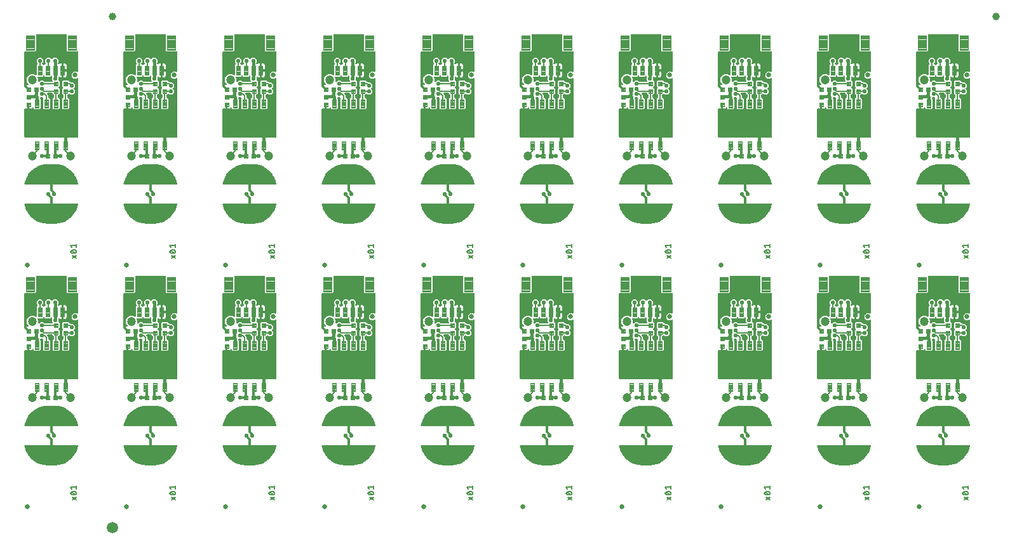
<source format=gtl>
G04 EAGLE Gerber RS-274X export*
G75*
%MOMM*%
%FSLAX34Y34*%
%LPD*%
%INTop Copper*%
%IPPOS*%
%AMOC8*
5,1,8,0,0,1.08239X$1,22.5*%
G01*
%ADD10C,0.127000*%
%ADD11C,0.635000*%
%ADD12C,0.102000*%
%ADD13C,0.101600*%
%ADD14C,0.096000*%
%ADD15C,1.200000*%
%ADD16C,1.000000*%
%ADD17C,1.500000*%
%ADD18C,0.554000*%
%ADD19C,0.406400*%
%ADD20C,0.152400*%
%ADD21C,0.304800*%

G36*
X1129538Y176785D02*
X1129538Y176785D01*
X1129596Y176793D01*
X1129654Y176791D01*
X1129736Y176813D01*
X1129820Y176825D01*
X1129873Y176849D01*
X1129929Y176863D01*
X1130002Y176906D01*
X1130079Y176941D01*
X1130124Y176979D01*
X1130174Y177009D01*
X1130232Y177070D01*
X1130296Y177125D01*
X1130328Y177173D01*
X1130368Y177216D01*
X1130407Y177291D01*
X1130454Y177361D01*
X1130471Y177417D01*
X1130498Y177469D01*
X1130509Y177537D01*
X1130539Y177632D01*
X1130542Y177732D01*
X1130553Y177800D01*
X1130553Y255316D01*
X1130549Y255345D01*
X1130552Y255374D01*
X1130529Y255485D01*
X1130513Y255597D01*
X1130501Y255624D01*
X1130496Y255653D01*
X1130443Y255754D01*
X1130397Y255857D01*
X1130378Y255879D01*
X1130365Y255905D01*
X1130287Y255987D01*
X1130214Y256074D01*
X1130189Y256090D01*
X1130169Y256111D01*
X1130071Y256169D01*
X1129977Y256231D01*
X1129949Y256240D01*
X1129924Y256255D01*
X1129814Y256283D01*
X1129706Y256317D01*
X1129676Y256318D01*
X1129648Y256325D01*
X1129535Y256321D01*
X1129422Y256324D01*
X1129393Y256317D01*
X1129364Y256316D01*
X1129256Y256281D01*
X1129147Y256253D01*
X1129121Y256238D01*
X1129093Y256229D01*
X1129029Y256183D01*
X1128902Y256107D01*
X1128859Y256062D01*
X1128820Y256034D01*
X1128437Y255650D01*
X1124543Y255650D01*
X1121790Y258403D01*
X1121790Y262297D01*
X1124543Y265050D01*
X1128437Y265050D01*
X1128820Y264666D01*
X1128844Y264649D01*
X1128863Y264626D01*
X1128957Y264563D01*
X1129047Y264495D01*
X1129075Y264485D01*
X1129099Y264469D01*
X1129207Y264434D01*
X1129313Y264394D01*
X1129342Y264392D01*
X1129370Y264383D01*
X1129484Y264380D01*
X1129596Y264371D01*
X1129625Y264376D01*
X1129654Y264376D01*
X1129764Y264404D01*
X1129875Y264426D01*
X1129901Y264440D01*
X1129929Y264447D01*
X1130027Y264505D01*
X1130127Y264557D01*
X1130149Y264578D01*
X1130174Y264593D01*
X1130251Y264675D01*
X1130333Y264753D01*
X1130348Y264779D01*
X1130368Y264800D01*
X1130420Y264901D01*
X1130477Y264999D01*
X1130484Y265027D01*
X1130498Y265053D01*
X1130511Y265130D01*
X1130547Y265274D01*
X1130545Y265337D01*
X1130553Y265384D01*
X1130553Y290937D01*
X1130549Y290967D01*
X1130552Y290996D01*
X1130529Y291107D01*
X1130513Y291219D01*
X1130501Y291246D01*
X1130496Y291275D01*
X1130443Y291375D01*
X1130397Y291478D01*
X1130378Y291501D01*
X1130364Y291527D01*
X1130287Y291609D01*
X1130214Y291695D01*
X1130189Y291711D01*
X1130168Y291733D01*
X1130071Y291790D01*
X1129977Y291853D01*
X1129949Y291862D01*
X1129923Y291877D01*
X1129814Y291904D01*
X1129706Y291938D01*
X1129676Y291939D01*
X1129648Y291946D01*
X1129535Y291943D01*
X1129422Y291946D01*
X1129393Y291938D01*
X1129363Y291937D01*
X1129326Y291925D01*
X1116390Y291925D01*
X1115215Y293100D01*
X1115215Y314198D01*
X1115207Y314256D01*
X1115209Y314314D01*
X1115187Y314396D01*
X1115175Y314480D01*
X1115152Y314533D01*
X1115137Y314589D01*
X1115094Y314662D01*
X1115059Y314739D01*
X1115021Y314784D01*
X1114992Y314834D01*
X1114930Y314892D01*
X1114876Y314956D01*
X1114827Y314988D01*
X1114784Y315028D01*
X1114709Y315067D01*
X1114639Y315114D01*
X1114583Y315131D01*
X1114531Y315158D01*
X1114463Y315169D01*
X1114368Y315199D01*
X1114268Y315202D01*
X1114200Y315213D01*
X1075280Y315213D01*
X1075222Y315205D01*
X1075164Y315207D01*
X1075082Y315185D01*
X1074998Y315173D01*
X1074945Y315150D01*
X1074889Y315135D01*
X1074816Y315092D01*
X1074739Y315057D01*
X1074694Y315019D01*
X1074644Y314990D01*
X1074586Y314928D01*
X1074522Y314874D01*
X1074490Y314825D01*
X1074450Y314782D01*
X1074411Y314707D01*
X1074364Y314637D01*
X1074347Y314581D01*
X1074320Y314529D01*
X1074309Y314461D01*
X1074279Y314366D01*
X1074276Y314266D01*
X1074265Y314198D01*
X1074265Y293100D01*
X1073090Y291925D01*
X1060172Y291925D01*
X1060168Y291927D01*
X1060138Y291929D01*
X1060110Y291938D01*
X1059997Y291941D01*
X1059884Y291951D01*
X1059855Y291945D01*
X1059826Y291946D01*
X1059717Y291917D01*
X1059606Y291895D01*
X1059579Y291881D01*
X1059551Y291874D01*
X1059454Y291816D01*
X1059353Y291764D01*
X1059332Y291744D01*
X1059306Y291729D01*
X1059229Y291646D01*
X1059147Y291568D01*
X1059132Y291543D01*
X1059112Y291521D01*
X1059060Y291421D01*
X1059003Y291323D01*
X1058996Y291295D01*
X1058982Y291268D01*
X1058969Y291191D01*
X1058933Y291048D01*
X1058935Y290985D01*
X1058927Y290937D01*
X1058927Y247383D01*
X1058932Y247345D01*
X1058930Y247306D01*
X1058952Y247204D01*
X1058967Y247102D01*
X1058982Y247066D01*
X1058991Y247028D01*
X1059041Y246937D01*
X1059083Y246842D01*
X1059108Y246813D01*
X1059127Y246778D01*
X1059200Y246705D01*
X1059266Y246625D01*
X1059299Y246604D01*
X1059326Y246576D01*
X1059417Y246525D01*
X1059503Y246468D01*
X1059540Y246456D01*
X1059574Y246437D01*
X1059675Y246413D01*
X1059774Y246382D01*
X1059813Y246381D01*
X1059851Y246372D01*
X1059955Y246377D01*
X1060058Y246375D01*
X1060096Y246385D01*
X1060135Y246387D01*
X1060208Y246414D01*
X1060333Y246447D01*
X1060397Y246485D01*
X1060450Y246504D01*
X1060672Y246633D01*
X1061448Y246841D01*
X1063407Y246841D01*
X1063436Y246845D01*
X1063465Y246842D01*
X1063576Y246865D01*
X1063688Y246881D01*
X1063715Y246893D01*
X1063744Y246898D01*
X1063844Y246951D01*
X1063948Y246997D01*
X1063970Y247016D01*
X1063996Y247029D01*
X1064078Y247107D01*
X1064165Y247180D01*
X1064181Y247205D01*
X1064202Y247225D01*
X1064259Y247323D01*
X1064322Y247417D01*
X1064331Y247445D01*
X1064346Y247470D01*
X1064374Y247580D01*
X1064408Y247688D01*
X1064409Y247718D01*
X1064416Y247746D01*
X1064412Y247859D01*
X1064415Y247972D01*
X1064408Y248001D01*
X1064407Y248030D01*
X1064372Y248138D01*
X1064343Y248247D01*
X1064328Y248273D01*
X1064319Y248301D01*
X1064274Y248365D01*
X1064198Y248492D01*
X1064153Y248535D01*
X1064125Y248574D01*
X1062961Y249738D01*
X1061815Y252503D01*
X1061815Y255497D01*
X1062961Y258262D01*
X1065078Y260379D01*
X1067843Y261525D01*
X1070837Y261525D01*
X1073690Y260343D01*
X1073709Y260329D01*
X1073736Y260318D01*
X1073761Y260302D01*
X1073869Y260268D01*
X1073974Y260227D01*
X1074004Y260225D01*
X1074032Y260216D01*
X1074145Y260213D01*
X1074258Y260204D01*
X1074287Y260210D01*
X1074316Y260209D01*
X1074426Y260237D01*
X1074536Y260259D01*
X1074563Y260273D01*
X1074591Y260281D01*
X1074688Y260338D01*
X1074789Y260390D01*
X1074810Y260411D01*
X1074836Y260426D01*
X1074913Y260508D01*
X1074995Y260586D01*
X1075010Y260611D01*
X1075030Y260633D01*
X1075082Y260734D01*
X1075139Y260831D01*
X1075146Y260860D01*
X1075160Y260886D01*
X1075173Y260963D01*
X1075209Y261107D01*
X1075207Y261169D01*
X1075215Y261217D01*
X1075215Y273783D01*
X1076411Y274979D01*
X1076447Y275026D01*
X1076489Y275066D01*
X1076532Y275139D01*
X1076582Y275206D01*
X1076603Y275261D01*
X1076633Y275311D01*
X1076654Y275393D01*
X1076684Y275472D01*
X1076688Y275530D01*
X1076703Y275587D01*
X1076700Y275671D01*
X1076707Y275755D01*
X1076696Y275812D01*
X1076694Y275871D01*
X1076668Y275951D01*
X1076651Y276034D01*
X1076624Y276086D01*
X1076606Y276141D01*
X1076566Y276198D01*
X1076520Y276286D01*
X1076451Y276359D01*
X1076411Y276415D01*
X1075205Y277621D01*
X1075205Y281179D01*
X1077721Y283695D01*
X1081279Y283695D01*
X1083795Y281179D01*
X1083795Y277621D01*
X1082829Y276655D01*
X1082793Y276608D01*
X1082751Y276568D01*
X1082708Y276495D01*
X1082658Y276428D01*
X1082637Y276373D01*
X1082607Y276323D01*
X1082586Y276241D01*
X1082556Y276162D01*
X1082552Y276104D01*
X1082537Y276047D01*
X1082540Y275963D01*
X1082533Y275879D01*
X1082544Y275821D01*
X1082546Y275763D01*
X1082572Y275683D01*
X1082589Y275600D01*
X1082616Y275548D01*
X1082634Y275492D01*
X1082674Y275436D01*
X1082720Y275348D01*
X1082788Y275275D01*
X1082829Y275219D01*
X1084022Y274025D01*
X1084069Y273990D01*
X1084109Y273948D01*
X1084182Y273905D01*
X1084249Y273855D01*
X1084304Y273834D01*
X1084354Y273804D01*
X1084436Y273783D01*
X1084515Y273753D01*
X1084573Y273748D01*
X1084630Y273734D01*
X1084714Y273737D01*
X1084798Y273730D01*
X1084856Y273741D01*
X1084914Y273743D01*
X1084994Y273769D01*
X1085077Y273786D01*
X1085129Y273813D01*
X1085185Y273831D01*
X1085241Y273871D01*
X1085329Y273917D01*
X1085402Y273985D01*
X1085458Y274025D01*
X1086407Y274975D01*
X1086831Y274975D01*
X1086860Y274979D01*
X1086889Y274976D01*
X1087000Y274999D01*
X1087112Y275015D01*
X1087139Y275027D01*
X1087168Y275032D01*
X1087268Y275085D01*
X1087371Y275131D01*
X1087394Y275150D01*
X1087420Y275163D01*
X1087502Y275241D01*
X1087588Y275314D01*
X1087605Y275339D01*
X1087626Y275359D01*
X1087683Y275457D01*
X1087746Y275551D01*
X1087755Y275579D01*
X1087770Y275604D01*
X1087798Y275714D01*
X1087832Y275822D01*
X1087833Y275852D01*
X1087840Y275880D01*
X1087836Y275993D01*
X1087839Y276106D01*
X1087832Y276135D01*
X1087831Y276164D01*
X1087796Y276272D01*
X1087767Y276381D01*
X1087752Y276407D01*
X1087743Y276435D01*
X1087698Y276499D01*
X1087622Y276626D01*
X1087576Y276669D01*
X1087548Y276708D01*
X1086635Y277621D01*
X1086635Y281179D01*
X1089151Y283695D01*
X1092709Y283695D01*
X1094657Y281747D01*
X1094704Y281711D01*
X1094744Y281669D01*
X1094817Y281626D01*
X1094884Y281576D01*
X1094939Y281555D01*
X1094989Y281525D01*
X1095071Y281505D01*
X1095150Y281474D01*
X1095208Y281470D01*
X1095265Y281455D01*
X1095349Y281458D01*
X1095433Y281451D01*
X1095491Y281462D01*
X1095549Y281464D01*
X1095629Y281490D01*
X1095712Y281507D01*
X1095764Y281534D01*
X1095820Y281552D01*
X1095876Y281592D01*
X1095964Y281638D01*
X1096037Y281706D01*
X1096093Y281747D01*
X1098041Y283695D01*
X1101599Y283695D01*
X1104115Y281179D01*
X1104115Y277621D01*
X1103594Y277100D01*
X1103542Y277031D01*
X1103482Y276967D01*
X1103456Y276917D01*
X1103423Y276873D01*
X1103392Y276791D01*
X1103352Y276714D01*
X1103344Y276666D01*
X1103322Y276608D01*
X1103310Y276460D01*
X1103297Y276383D01*
X1103297Y275752D01*
X1103301Y275723D01*
X1103298Y275694D01*
X1103321Y275583D01*
X1103337Y275471D01*
X1103349Y275444D01*
X1103354Y275415D01*
X1103407Y275314D01*
X1103453Y275211D01*
X1103472Y275189D01*
X1103485Y275163D01*
X1103563Y275081D01*
X1103636Y274994D01*
X1103661Y274978D01*
X1103681Y274957D01*
X1103779Y274899D01*
X1103873Y274837D01*
X1103901Y274828D01*
X1103926Y274813D01*
X1104036Y274785D01*
X1104144Y274751D01*
X1104173Y274750D01*
X1104202Y274743D01*
X1104315Y274746D01*
X1104428Y274744D01*
X1104457Y274751D01*
X1104486Y274752D01*
X1104594Y274787D01*
X1104703Y274815D01*
X1104729Y274830D01*
X1104757Y274839D01*
X1104821Y274885D01*
X1104948Y274961D01*
X1104991Y275006D01*
X1105030Y275034D01*
X1105377Y275381D01*
X1106072Y275783D01*
X1106848Y275991D01*
X1108241Y275991D01*
X1108241Y267184D01*
X1108249Y267126D01*
X1108247Y267068D01*
X1108269Y266986D01*
X1108281Y266903D01*
X1108304Y266849D01*
X1108319Y266793D01*
X1108362Y266720D01*
X1108371Y266701D01*
X1108340Y266655D01*
X1108323Y266599D01*
X1108296Y266547D01*
X1108285Y266479D01*
X1108255Y266384D01*
X1108252Y266284D01*
X1108241Y266216D01*
X1108241Y257409D01*
X1106848Y257409D01*
X1106072Y257617D01*
X1105638Y257868D01*
X1105601Y257883D01*
X1105569Y257905D01*
X1105470Y257936D01*
X1105374Y257975D01*
X1105335Y257978D01*
X1105298Y257990D01*
X1105194Y257993D01*
X1105091Y258004D01*
X1105053Y257997D01*
X1105014Y257998D01*
X1104913Y257971D01*
X1104811Y257953D01*
X1104776Y257936D01*
X1104739Y257926D01*
X1104650Y257873D01*
X1104557Y257827D01*
X1104528Y257800D01*
X1104494Y257781D01*
X1104423Y257705D01*
X1104347Y257635D01*
X1104326Y257602D01*
X1104300Y257573D01*
X1104252Y257481D01*
X1104198Y257393D01*
X1104188Y257355D01*
X1104170Y257320D01*
X1104157Y257243D01*
X1104123Y257118D01*
X1104124Y257044D01*
X1104115Y256989D01*
X1104115Y254093D01*
X1104127Y254007D01*
X1104130Y253919D01*
X1104147Y253867D01*
X1104155Y253812D01*
X1104190Y253732D01*
X1104217Y253649D01*
X1104245Y253609D01*
X1104271Y253552D01*
X1104367Y253439D01*
X1104412Y253375D01*
X1105615Y252173D01*
X1105615Y245507D01*
X1104665Y244558D01*
X1104630Y244511D01*
X1104588Y244471D01*
X1104545Y244398D01*
X1104495Y244331D01*
X1104474Y244276D01*
X1104444Y244226D01*
X1104423Y244144D01*
X1104393Y244065D01*
X1104388Y244007D01*
X1104374Y243950D01*
X1104377Y243866D01*
X1104370Y243782D01*
X1104381Y243724D01*
X1104383Y243666D01*
X1104409Y243586D01*
X1104426Y243503D01*
X1104453Y243451D01*
X1104471Y243395D01*
X1104511Y243339D01*
X1104557Y243251D01*
X1104625Y243178D01*
X1104635Y243164D01*
X1104641Y243155D01*
X1104644Y243152D01*
X1104665Y243122D01*
X1105615Y242173D01*
X1105615Y235507D01*
X1104423Y234315D01*
X1104392Y234315D01*
X1104334Y234307D01*
X1104276Y234309D01*
X1104194Y234287D01*
X1104110Y234275D01*
X1104057Y234252D01*
X1104001Y234237D01*
X1103928Y234194D01*
X1103851Y234159D01*
X1103806Y234121D01*
X1103756Y234092D01*
X1103698Y234030D01*
X1103634Y233976D01*
X1103602Y233927D01*
X1103562Y233884D01*
X1103523Y233809D01*
X1103476Y233739D01*
X1103459Y233683D01*
X1103432Y233631D01*
X1103421Y233563D01*
X1103391Y233468D01*
X1103388Y233368D01*
X1103377Y233300D01*
X1103377Y230850D01*
X1103385Y230792D01*
X1103383Y230734D01*
X1103405Y230652D01*
X1103417Y230568D01*
X1103440Y230515D01*
X1103455Y230459D01*
X1103498Y230386D01*
X1103533Y230309D01*
X1103571Y230264D01*
X1103600Y230214D01*
X1103662Y230156D01*
X1103716Y230092D01*
X1103765Y230060D01*
X1103808Y230020D01*
X1103883Y229981D01*
X1103953Y229934D01*
X1104009Y229917D01*
X1104061Y229890D01*
X1104129Y229879D01*
X1104224Y229849D01*
X1104324Y229846D01*
X1104392Y229835D01*
X1104423Y229835D01*
X1105615Y228643D01*
X1105615Y215977D01*
X1104423Y214785D01*
X1097757Y214785D01*
X1096565Y215977D01*
X1096565Y228643D01*
X1097757Y229835D01*
X1097788Y229835D01*
X1097846Y229843D01*
X1097904Y229841D01*
X1097986Y229863D01*
X1098070Y229875D01*
X1098123Y229898D01*
X1098179Y229913D01*
X1098252Y229956D01*
X1098329Y229991D01*
X1098374Y230029D01*
X1098424Y230058D01*
X1098482Y230120D01*
X1098546Y230174D01*
X1098578Y230223D01*
X1098618Y230266D01*
X1098657Y230341D01*
X1098704Y230411D01*
X1098721Y230467D01*
X1098748Y230519D01*
X1098759Y230587D01*
X1098789Y230682D01*
X1098792Y230782D01*
X1098803Y230850D01*
X1098803Y233300D01*
X1098795Y233358D01*
X1098797Y233416D01*
X1098775Y233498D01*
X1098763Y233582D01*
X1098740Y233635D01*
X1098725Y233691D01*
X1098682Y233764D01*
X1098647Y233841D01*
X1098609Y233886D01*
X1098580Y233936D01*
X1098518Y233994D01*
X1098464Y234058D01*
X1098415Y234090D01*
X1098372Y234130D01*
X1098297Y234169D01*
X1098227Y234216D01*
X1098171Y234233D01*
X1098119Y234260D01*
X1098051Y234271D01*
X1097956Y234301D01*
X1097856Y234304D01*
X1097788Y234315D01*
X1097757Y234315D01*
X1096565Y235507D01*
X1096565Y235538D01*
X1096557Y235596D01*
X1096559Y235654D01*
X1096537Y235736D01*
X1096525Y235820D01*
X1096502Y235873D01*
X1096487Y235929D01*
X1096444Y236002D01*
X1096409Y236079D01*
X1096371Y236124D01*
X1096342Y236174D01*
X1096280Y236232D01*
X1096226Y236296D01*
X1096177Y236328D01*
X1096134Y236368D01*
X1096059Y236407D01*
X1095989Y236454D01*
X1095933Y236471D01*
X1095881Y236498D01*
X1095813Y236509D01*
X1095718Y236539D01*
X1095618Y236542D01*
X1095550Y236553D01*
X1089992Y236553D01*
X1089963Y236549D01*
X1089933Y236552D01*
X1089822Y236529D01*
X1089710Y236513D01*
X1089683Y236501D01*
X1089655Y236496D01*
X1089554Y236443D01*
X1089451Y236397D01*
X1089428Y236378D01*
X1089402Y236365D01*
X1089320Y236287D01*
X1089234Y236214D01*
X1089218Y236189D01*
X1089196Y236169D01*
X1089139Y236071D01*
X1089076Y235977D01*
X1089067Y235949D01*
X1089053Y235924D01*
X1089025Y235814D01*
X1088990Y235706D01*
X1088990Y235676D01*
X1088982Y235648D01*
X1088986Y235535D01*
X1088983Y235422D01*
X1088991Y235393D01*
X1088991Y235364D01*
X1089026Y235256D01*
X1089055Y235147D01*
X1089070Y235121D01*
X1089079Y235093D01*
X1089125Y235029D01*
X1089200Y234902D01*
X1089246Y234859D01*
X1089274Y234820D01*
X1090677Y233417D01*
X1090677Y230850D01*
X1090685Y230792D01*
X1090683Y230734D01*
X1090705Y230652D01*
X1090717Y230568D01*
X1090740Y230515D01*
X1090755Y230459D01*
X1090798Y230386D01*
X1090833Y230309D01*
X1090871Y230264D01*
X1090900Y230214D01*
X1090962Y230156D01*
X1091016Y230092D01*
X1091065Y230060D01*
X1091108Y230020D01*
X1091183Y229981D01*
X1091253Y229934D01*
X1091309Y229917D01*
X1091361Y229890D01*
X1091429Y229879D01*
X1091524Y229849D01*
X1091624Y229846D01*
X1091692Y229835D01*
X1091723Y229835D01*
X1092915Y228643D01*
X1092915Y215977D01*
X1091723Y214785D01*
X1085057Y214785D01*
X1083865Y215977D01*
X1083865Y228643D01*
X1084145Y228922D01*
X1084162Y228946D01*
X1084185Y228965D01*
X1084247Y229059D01*
X1084315Y229149D01*
X1084326Y229177D01*
X1084342Y229201D01*
X1084376Y229309D01*
X1084417Y229415D01*
X1084419Y229444D01*
X1084428Y229472D01*
X1084431Y229586D01*
X1084440Y229698D01*
X1084435Y229727D01*
X1084435Y229756D01*
X1084407Y229866D01*
X1084384Y229977D01*
X1084371Y230003D01*
X1084363Y230031D01*
X1084306Y230129D01*
X1084253Y230229D01*
X1084233Y230251D01*
X1084218Y230276D01*
X1084136Y230353D01*
X1084058Y230435D01*
X1084032Y230450D01*
X1084011Y230470D01*
X1083910Y230522D01*
X1083812Y230579D01*
X1083784Y230586D01*
X1083758Y230600D01*
X1083680Y230613D01*
X1083537Y230649D01*
X1083474Y230647D01*
X1083427Y230655D01*
X1080653Y230655D01*
X1080624Y230651D01*
X1080595Y230654D01*
X1080484Y230631D01*
X1080372Y230615D01*
X1080345Y230603D01*
X1080316Y230598D01*
X1080216Y230545D01*
X1080112Y230499D01*
X1080090Y230480D01*
X1080064Y230467D01*
X1079982Y230389D01*
X1079895Y230316D01*
X1079879Y230291D01*
X1079858Y230271D01*
X1079801Y230173D01*
X1079738Y230079D01*
X1079729Y230051D01*
X1079714Y230026D01*
X1079686Y229916D01*
X1079652Y229808D01*
X1079651Y229778D01*
X1079644Y229750D01*
X1079648Y229637D01*
X1079645Y229524D01*
X1079652Y229495D01*
X1079653Y229466D01*
X1079688Y229358D01*
X1079717Y229249D01*
X1079731Y229223D01*
X1079741Y229195D01*
X1079786Y229131D01*
X1079862Y229004D01*
X1079907Y228961D01*
X1079935Y228922D01*
X1080215Y228643D01*
X1080215Y215977D01*
X1079023Y214785D01*
X1072357Y214785D01*
X1071165Y215977D01*
X1071165Y216327D01*
X1071163Y216347D01*
X1071165Y216366D01*
X1071143Y216487D01*
X1071125Y216609D01*
X1071117Y216627D01*
X1071114Y216646D01*
X1071059Y216756D01*
X1071009Y216868D01*
X1070996Y216883D01*
X1070988Y216901D01*
X1070905Y216991D01*
X1070826Y217085D01*
X1070809Y217096D01*
X1070796Y217110D01*
X1070691Y217174D01*
X1070589Y217243D01*
X1070570Y217249D01*
X1070553Y217259D01*
X1070435Y217291D01*
X1070318Y217328D01*
X1070298Y217329D01*
X1070279Y217334D01*
X1070156Y217332D01*
X1070034Y217336D01*
X1070015Y217331D01*
X1069995Y217330D01*
X1069877Y217295D01*
X1069759Y217264D01*
X1069742Y217254D01*
X1069723Y217248D01*
X1069620Y217181D01*
X1069514Y217119D01*
X1069501Y217104D01*
X1069484Y217094D01*
X1069438Y217037D01*
X1069320Y216911D01*
X1069296Y216866D01*
X1069271Y216835D01*
X1069191Y216697D01*
X1068623Y216129D01*
X1067928Y215727D01*
X1067152Y215519D01*
X1065759Y215519D01*
X1065759Y220576D01*
X1065751Y220634D01*
X1065753Y220692D01*
X1065731Y220774D01*
X1065719Y220857D01*
X1065696Y220911D01*
X1065681Y220967D01*
X1065638Y221040D01*
X1065603Y221117D01*
X1065565Y221161D01*
X1065536Y221212D01*
X1065474Y221269D01*
X1065420Y221334D01*
X1065371Y221366D01*
X1065328Y221406D01*
X1065253Y221445D01*
X1065183Y221491D01*
X1065127Y221509D01*
X1065075Y221536D01*
X1065007Y221547D01*
X1064912Y221577D01*
X1064812Y221580D01*
X1064744Y221591D01*
X1063776Y221591D01*
X1063718Y221583D01*
X1063660Y221584D01*
X1063578Y221563D01*
X1063494Y221551D01*
X1063441Y221527D01*
X1063385Y221513D01*
X1063312Y221469D01*
X1063235Y221435D01*
X1063190Y221397D01*
X1063140Y221367D01*
X1063082Y221306D01*
X1063018Y221251D01*
X1062986Y221203D01*
X1062946Y221160D01*
X1062907Y221085D01*
X1062860Y221015D01*
X1062843Y220959D01*
X1062816Y220907D01*
X1062805Y220839D01*
X1062775Y220744D01*
X1062772Y220644D01*
X1062761Y220576D01*
X1062761Y215519D01*
X1061368Y215519D01*
X1060592Y215727D01*
X1060450Y215810D01*
X1060413Y215824D01*
X1060381Y215846D01*
X1060282Y215877D01*
X1060186Y215916D01*
X1060147Y215920D01*
X1060110Y215932D01*
X1060006Y215934D01*
X1059903Y215945D01*
X1059865Y215938D01*
X1059826Y215939D01*
X1059725Y215913D01*
X1059623Y215894D01*
X1059588Y215877D01*
X1059551Y215867D01*
X1059462Y215814D01*
X1059369Y215768D01*
X1059340Y215742D01*
X1059306Y215722D01*
X1059235Y215646D01*
X1059159Y215576D01*
X1059138Y215543D01*
X1059112Y215515D01*
X1059064Y215422D01*
X1059010Y215334D01*
X1059000Y215296D01*
X1058982Y215261D01*
X1058969Y215185D01*
X1058935Y215060D01*
X1058936Y214985D01*
X1058927Y214930D01*
X1058927Y177800D01*
X1058935Y177742D01*
X1058933Y177684D01*
X1058955Y177602D01*
X1058967Y177518D01*
X1058990Y177465D01*
X1059005Y177409D01*
X1059048Y177336D01*
X1059083Y177259D01*
X1059121Y177214D01*
X1059150Y177164D01*
X1059212Y177106D01*
X1059266Y177042D01*
X1059315Y177010D01*
X1059358Y176970D01*
X1059433Y176931D01*
X1059503Y176884D01*
X1059559Y176867D01*
X1059611Y176840D01*
X1059679Y176829D01*
X1059774Y176799D01*
X1059874Y176796D01*
X1059942Y176785D01*
X1129538Y176785D01*
G37*
G36*
X1261676Y176793D02*
X1261676Y176793D01*
X1261734Y176791D01*
X1261816Y176813D01*
X1261900Y176825D01*
X1261953Y176848D01*
X1262009Y176863D01*
X1262082Y176906D01*
X1262159Y176941D01*
X1262204Y176979D01*
X1262254Y177008D01*
X1262312Y177070D01*
X1262376Y177124D01*
X1262408Y177173D01*
X1262448Y177216D01*
X1262487Y177291D01*
X1262534Y177361D01*
X1262551Y177417D01*
X1262578Y177469D01*
X1262589Y177537D01*
X1262619Y177632D01*
X1262622Y177732D01*
X1262633Y177800D01*
X1262633Y255316D01*
X1262629Y255345D01*
X1262632Y255374D01*
X1262609Y255485D01*
X1262593Y255597D01*
X1262581Y255624D01*
X1262576Y255653D01*
X1262523Y255754D01*
X1262477Y255857D01*
X1262458Y255879D01*
X1262445Y255905D01*
X1262367Y255987D01*
X1262294Y256074D01*
X1262269Y256090D01*
X1262249Y256111D01*
X1262151Y256169D01*
X1262057Y256231D01*
X1262029Y256240D01*
X1262004Y256255D01*
X1261894Y256283D01*
X1261786Y256317D01*
X1261756Y256318D01*
X1261728Y256325D01*
X1261615Y256321D01*
X1261502Y256324D01*
X1261473Y256317D01*
X1261444Y256316D01*
X1261336Y256281D01*
X1261227Y256253D01*
X1261201Y256238D01*
X1261173Y256229D01*
X1261109Y256183D01*
X1260982Y256107D01*
X1260939Y256062D01*
X1260900Y256034D01*
X1260517Y255650D01*
X1256623Y255650D01*
X1253870Y258403D01*
X1253870Y262297D01*
X1256623Y265050D01*
X1260517Y265050D01*
X1260900Y264666D01*
X1260924Y264649D01*
X1260943Y264626D01*
X1261037Y264563D01*
X1261127Y264495D01*
X1261155Y264485D01*
X1261179Y264469D01*
X1261287Y264434D01*
X1261393Y264394D01*
X1261422Y264392D01*
X1261450Y264383D01*
X1261564Y264380D01*
X1261676Y264371D01*
X1261705Y264376D01*
X1261734Y264376D01*
X1261844Y264404D01*
X1261955Y264426D01*
X1261981Y264440D01*
X1262009Y264447D01*
X1262107Y264505D01*
X1262207Y264557D01*
X1262229Y264578D01*
X1262254Y264593D01*
X1262331Y264675D01*
X1262413Y264753D01*
X1262428Y264779D01*
X1262448Y264800D01*
X1262500Y264901D01*
X1262557Y264999D01*
X1262564Y265027D01*
X1262578Y265053D01*
X1262591Y265130D01*
X1262627Y265274D01*
X1262625Y265337D01*
X1262633Y265384D01*
X1262633Y290937D01*
X1262629Y290967D01*
X1262632Y290996D01*
X1262609Y291107D01*
X1262593Y291219D01*
X1262581Y291246D01*
X1262576Y291275D01*
X1262523Y291375D01*
X1262477Y291478D01*
X1262458Y291501D01*
X1262444Y291527D01*
X1262367Y291609D01*
X1262294Y291695D01*
X1262269Y291711D01*
X1262248Y291733D01*
X1262151Y291790D01*
X1262057Y291853D01*
X1262029Y291862D01*
X1262003Y291877D01*
X1261894Y291904D01*
X1261786Y291938D01*
X1261756Y291939D01*
X1261728Y291946D01*
X1261615Y291943D01*
X1261502Y291946D01*
X1261473Y291938D01*
X1261443Y291937D01*
X1261406Y291925D01*
X1248470Y291925D01*
X1247295Y293100D01*
X1247295Y314198D01*
X1247287Y314256D01*
X1247289Y314314D01*
X1247267Y314396D01*
X1247255Y314480D01*
X1247232Y314533D01*
X1247217Y314589D01*
X1247174Y314662D01*
X1247139Y314739D01*
X1247101Y314784D01*
X1247072Y314834D01*
X1247010Y314892D01*
X1246956Y314956D01*
X1246907Y314988D01*
X1246864Y315028D01*
X1246789Y315067D01*
X1246719Y315114D01*
X1246663Y315131D01*
X1246611Y315158D01*
X1246543Y315169D01*
X1246448Y315199D01*
X1246348Y315202D01*
X1246280Y315213D01*
X1207360Y315213D01*
X1207302Y315205D01*
X1207244Y315207D01*
X1207162Y315185D01*
X1207078Y315173D01*
X1207025Y315150D01*
X1206969Y315135D01*
X1206896Y315092D01*
X1206819Y315057D01*
X1206774Y315019D01*
X1206724Y314990D01*
X1206666Y314928D01*
X1206602Y314874D01*
X1206570Y314825D01*
X1206530Y314782D01*
X1206491Y314707D01*
X1206444Y314637D01*
X1206427Y314581D01*
X1206400Y314529D01*
X1206389Y314461D01*
X1206359Y314366D01*
X1206356Y314266D01*
X1206345Y314198D01*
X1206345Y293100D01*
X1205170Y291925D01*
X1192252Y291925D01*
X1192248Y291927D01*
X1192218Y291929D01*
X1192190Y291938D01*
X1192077Y291941D01*
X1191964Y291951D01*
X1191935Y291945D01*
X1191906Y291946D01*
X1191797Y291917D01*
X1191686Y291895D01*
X1191659Y291881D01*
X1191631Y291874D01*
X1191534Y291816D01*
X1191433Y291764D01*
X1191412Y291744D01*
X1191386Y291729D01*
X1191309Y291646D01*
X1191227Y291568D01*
X1191212Y291543D01*
X1191192Y291521D01*
X1191140Y291421D01*
X1191083Y291323D01*
X1191076Y291295D01*
X1191062Y291268D01*
X1191049Y291191D01*
X1191013Y291048D01*
X1191015Y290985D01*
X1191007Y290937D01*
X1191007Y247383D01*
X1191012Y247345D01*
X1191010Y247306D01*
X1191032Y247204D01*
X1191047Y247102D01*
X1191062Y247066D01*
X1191071Y247028D01*
X1191121Y246937D01*
X1191163Y246842D01*
X1191188Y246813D01*
X1191207Y246778D01*
X1191280Y246705D01*
X1191346Y246625D01*
X1191379Y246604D01*
X1191406Y246576D01*
X1191497Y246525D01*
X1191583Y246468D01*
X1191620Y246456D01*
X1191654Y246437D01*
X1191755Y246413D01*
X1191854Y246382D01*
X1191893Y246381D01*
X1191931Y246372D01*
X1192035Y246377D01*
X1192138Y246375D01*
X1192176Y246385D01*
X1192215Y246387D01*
X1192288Y246414D01*
X1192413Y246447D01*
X1192477Y246485D01*
X1192530Y246504D01*
X1192752Y246633D01*
X1193528Y246841D01*
X1195487Y246841D01*
X1195516Y246845D01*
X1195545Y246842D01*
X1195656Y246865D01*
X1195768Y246881D01*
X1195795Y246893D01*
X1195824Y246898D01*
X1195924Y246951D01*
X1196028Y246997D01*
X1196050Y247016D01*
X1196076Y247029D01*
X1196158Y247107D01*
X1196245Y247180D01*
X1196261Y247205D01*
X1196282Y247225D01*
X1196339Y247323D01*
X1196402Y247417D01*
X1196411Y247445D01*
X1196426Y247470D01*
X1196454Y247580D01*
X1196488Y247688D01*
X1196489Y247718D01*
X1196496Y247746D01*
X1196492Y247859D01*
X1196495Y247972D01*
X1196488Y248001D01*
X1196487Y248030D01*
X1196452Y248138D01*
X1196423Y248247D01*
X1196408Y248273D01*
X1196399Y248301D01*
X1196354Y248365D01*
X1196278Y248492D01*
X1196233Y248535D01*
X1196205Y248574D01*
X1195041Y249738D01*
X1193895Y252503D01*
X1193895Y255497D01*
X1195041Y258262D01*
X1197158Y260379D01*
X1199923Y261525D01*
X1202917Y261525D01*
X1205770Y260343D01*
X1205789Y260329D01*
X1205816Y260318D01*
X1205841Y260302D01*
X1205949Y260268D01*
X1206054Y260227D01*
X1206084Y260225D01*
X1206112Y260216D01*
X1206225Y260213D01*
X1206338Y260204D01*
X1206367Y260210D01*
X1206396Y260209D01*
X1206506Y260237D01*
X1206616Y260259D01*
X1206643Y260273D01*
X1206671Y260281D01*
X1206768Y260338D01*
X1206869Y260390D01*
X1206890Y260411D01*
X1206916Y260426D01*
X1206993Y260508D01*
X1207075Y260586D01*
X1207090Y260611D01*
X1207110Y260633D01*
X1207162Y260734D01*
X1207219Y260831D01*
X1207226Y260860D01*
X1207240Y260886D01*
X1207253Y260963D01*
X1207289Y261107D01*
X1207287Y261169D01*
X1207295Y261217D01*
X1207295Y273783D01*
X1208491Y274979D01*
X1208527Y275026D01*
X1208569Y275066D01*
X1208612Y275139D01*
X1208662Y275206D01*
X1208683Y275261D01*
X1208713Y275311D01*
X1208734Y275393D01*
X1208764Y275472D01*
X1208768Y275530D01*
X1208783Y275587D01*
X1208780Y275671D01*
X1208787Y275755D01*
X1208776Y275812D01*
X1208774Y275871D01*
X1208748Y275951D01*
X1208731Y276034D01*
X1208704Y276086D01*
X1208686Y276141D01*
X1208646Y276198D01*
X1208600Y276286D01*
X1208531Y276359D01*
X1208491Y276415D01*
X1207285Y277621D01*
X1207285Y281179D01*
X1209801Y283695D01*
X1213359Y283695D01*
X1215875Y281179D01*
X1215875Y277621D01*
X1214909Y276655D01*
X1214873Y276608D01*
X1214831Y276568D01*
X1214788Y276495D01*
X1214738Y276428D01*
X1214717Y276373D01*
X1214687Y276323D01*
X1214666Y276241D01*
X1214636Y276162D01*
X1214632Y276104D01*
X1214617Y276047D01*
X1214620Y275963D01*
X1214613Y275879D01*
X1214624Y275821D01*
X1214626Y275763D01*
X1214652Y275683D01*
X1214669Y275600D01*
X1214696Y275548D01*
X1214714Y275492D01*
X1214754Y275436D01*
X1214800Y275348D01*
X1214868Y275275D01*
X1214909Y275219D01*
X1216102Y274025D01*
X1216149Y273990D01*
X1216189Y273948D01*
X1216262Y273905D01*
X1216329Y273855D01*
X1216384Y273834D01*
X1216434Y273804D01*
X1216516Y273783D01*
X1216595Y273753D01*
X1216653Y273748D01*
X1216710Y273734D01*
X1216794Y273737D01*
X1216878Y273730D01*
X1216936Y273741D01*
X1216994Y273743D01*
X1217074Y273769D01*
X1217157Y273786D01*
X1217209Y273813D01*
X1217265Y273831D01*
X1217321Y273871D01*
X1217409Y273917D01*
X1217482Y273985D01*
X1217538Y274025D01*
X1218487Y274975D01*
X1218911Y274975D01*
X1218940Y274979D01*
X1218969Y274976D01*
X1219080Y274999D01*
X1219192Y275015D01*
X1219219Y275027D01*
X1219248Y275032D01*
X1219348Y275085D01*
X1219451Y275131D01*
X1219474Y275150D01*
X1219500Y275163D01*
X1219582Y275241D01*
X1219668Y275314D01*
X1219685Y275339D01*
X1219706Y275359D01*
X1219763Y275457D01*
X1219826Y275551D01*
X1219835Y275579D01*
X1219850Y275604D01*
X1219878Y275714D01*
X1219912Y275822D01*
X1219913Y275852D01*
X1219920Y275880D01*
X1219916Y275993D01*
X1219919Y276106D01*
X1219912Y276135D01*
X1219911Y276164D01*
X1219876Y276272D01*
X1219847Y276381D01*
X1219832Y276407D01*
X1219823Y276435D01*
X1219778Y276499D01*
X1219702Y276626D01*
X1219656Y276669D01*
X1219628Y276708D01*
X1218715Y277621D01*
X1218715Y281179D01*
X1221231Y283695D01*
X1224789Y283695D01*
X1226737Y281747D01*
X1226784Y281711D01*
X1226824Y281669D01*
X1226897Y281626D01*
X1226964Y281576D01*
X1227019Y281555D01*
X1227069Y281525D01*
X1227151Y281505D01*
X1227230Y281474D01*
X1227288Y281470D01*
X1227345Y281455D01*
X1227429Y281458D01*
X1227513Y281451D01*
X1227571Y281462D01*
X1227629Y281464D01*
X1227709Y281490D01*
X1227792Y281507D01*
X1227844Y281534D01*
X1227900Y281552D01*
X1227956Y281592D01*
X1228044Y281638D01*
X1228117Y281706D01*
X1228173Y281747D01*
X1230121Y283695D01*
X1233679Y283695D01*
X1236195Y281179D01*
X1236195Y277621D01*
X1235674Y277100D01*
X1235622Y277031D01*
X1235562Y276967D01*
X1235536Y276917D01*
X1235503Y276873D01*
X1235472Y276791D01*
X1235432Y276714D01*
X1235424Y276666D01*
X1235402Y276608D01*
X1235390Y276460D01*
X1235377Y276383D01*
X1235377Y275752D01*
X1235381Y275723D01*
X1235378Y275694D01*
X1235401Y275583D01*
X1235417Y275471D01*
X1235429Y275444D01*
X1235434Y275415D01*
X1235487Y275314D01*
X1235533Y275211D01*
X1235552Y275189D01*
X1235565Y275163D01*
X1235643Y275081D01*
X1235716Y274994D01*
X1235741Y274978D01*
X1235761Y274957D01*
X1235859Y274899D01*
X1235953Y274837D01*
X1235981Y274828D01*
X1236006Y274813D01*
X1236116Y274785D01*
X1236224Y274751D01*
X1236253Y274750D01*
X1236282Y274743D01*
X1236395Y274746D01*
X1236508Y274744D01*
X1236537Y274751D01*
X1236566Y274752D01*
X1236674Y274787D01*
X1236783Y274815D01*
X1236809Y274830D01*
X1236837Y274839D01*
X1236901Y274885D01*
X1237028Y274961D01*
X1237071Y275006D01*
X1237110Y275034D01*
X1237457Y275381D01*
X1238152Y275783D01*
X1238928Y275991D01*
X1240321Y275991D01*
X1240321Y267184D01*
X1240329Y267126D01*
X1240327Y267068D01*
X1240349Y266986D01*
X1240361Y266903D01*
X1240384Y266849D01*
X1240399Y266793D01*
X1240442Y266720D01*
X1240451Y266701D01*
X1240420Y266655D01*
X1240403Y266599D01*
X1240376Y266547D01*
X1240365Y266479D01*
X1240335Y266384D01*
X1240332Y266284D01*
X1240321Y266216D01*
X1240321Y257409D01*
X1238928Y257409D01*
X1238152Y257617D01*
X1237718Y257868D01*
X1237681Y257883D01*
X1237649Y257905D01*
X1237550Y257936D01*
X1237454Y257975D01*
X1237415Y257978D01*
X1237378Y257990D01*
X1237274Y257993D01*
X1237171Y258004D01*
X1237133Y257997D01*
X1237094Y257998D01*
X1236993Y257971D01*
X1236891Y257953D01*
X1236856Y257936D01*
X1236819Y257926D01*
X1236730Y257873D01*
X1236637Y257827D01*
X1236608Y257800D01*
X1236574Y257781D01*
X1236503Y257705D01*
X1236427Y257635D01*
X1236406Y257602D01*
X1236380Y257573D01*
X1236332Y257481D01*
X1236278Y257393D01*
X1236268Y257355D01*
X1236250Y257320D01*
X1236237Y257243D01*
X1236203Y257118D01*
X1236204Y257044D01*
X1236195Y256989D01*
X1236195Y254093D01*
X1236207Y254007D01*
X1236210Y253919D01*
X1236227Y253867D01*
X1236235Y253812D01*
X1236270Y253732D01*
X1236297Y253649D01*
X1236325Y253610D01*
X1236351Y253552D01*
X1236447Y253439D01*
X1236492Y253375D01*
X1237695Y252173D01*
X1237695Y245507D01*
X1236745Y244558D01*
X1236710Y244511D01*
X1236668Y244471D01*
X1236625Y244398D01*
X1236575Y244331D01*
X1236554Y244276D01*
X1236524Y244226D01*
X1236503Y244144D01*
X1236473Y244065D01*
X1236468Y244007D01*
X1236454Y243950D01*
X1236457Y243866D01*
X1236450Y243782D01*
X1236461Y243724D01*
X1236463Y243666D01*
X1236489Y243586D01*
X1236506Y243503D01*
X1236533Y243451D01*
X1236551Y243395D01*
X1236591Y243339D01*
X1236637Y243251D01*
X1236705Y243178D01*
X1236715Y243164D01*
X1236721Y243155D01*
X1236724Y243152D01*
X1236745Y243122D01*
X1237695Y242173D01*
X1237695Y235507D01*
X1236503Y234315D01*
X1236472Y234315D01*
X1236414Y234307D01*
X1236356Y234309D01*
X1236274Y234287D01*
X1236190Y234275D01*
X1236137Y234252D01*
X1236081Y234237D01*
X1236008Y234194D01*
X1235931Y234159D01*
X1235886Y234121D01*
X1235836Y234092D01*
X1235778Y234030D01*
X1235714Y233976D01*
X1235682Y233927D01*
X1235642Y233884D01*
X1235603Y233809D01*
X1235556Y233739D01*
X1235539Y233683D01*
X1235512Y233631D01*
X1235501Y233563D01*
X1235471Y233468D01*
X1235468Y233368D01*
X1235457Y233300D01*
X1235457Y230850D01*
X1235465Y230792D01*
X1235463Y230734D01*
X1235485Y230652D01*
X1235497Y230568D01*
X1235520Y230515D01*
X1235535Y230459D01*
X1235578Y230386D01*
X1235613Y230309D01*
X1235651Y230264D01*
X1235680Y230214D01*
X1235742Y230156D01*
X1235796Y230092D01*
X1235845Y230060D01*
X1235888Y230020D01*
X1235963Y229981D01*
X1236033Y229934D01*
X1236089Y229917D01*
X1236141Y229890D01*
X1236209Y229879D01*
X1236304Y229849D01*
X1236404Y229846D01*
X1236472Y229835D01*
X1236503Y229835D01*
X1237695Y228643D01*
X1237695Y215977D01*
X1236503Y214785D01*
X1229837Y214785D01*
X1228645Y215977D01*
X1228645Y228643D01*
X1229837Y229835D01*
X1229868Y229835D01*
X1229926Y229843D01*
X1229984Y229841D01*
X1230066Y229863D01*
X1230150Y229875D01*
X1230203Y229898D01*
X1230259Y229913D01*
X1230332Y229956D01*
X1230409Y229991D01*
X1230454Y230029D01*
X1230504Y230058D01*
X1230562Y230120D01*
X1230626Y230174D01*
X1230658Y230223D01*
X1230698Y230266D01*
X1230737Y230341D01*
X1230784Y230411D01*
X1230801Y230467D01*
X1230828Y230519D01*
X1230839Y230587D01*
X1230869Y230682D01*
X1230872Y230782D01*
X1230883Y230850D01*
X1230883Y233300D01*
X1230875Y233358D01*
X1230877Y233416D01*
X1230855Y233498D01*
X1230843Y233582D01*
X1230820Y233635D01*
X1230805Y233691D01*
X1230762Y233764D01*
X1230727Y233841D01*
X1230689Y233886D01*
X1230660Y233936D01*
X1230598Y233994D01*
X1230544Y234058D01*
X1230495Y234090D01*
X1230452Y234130D01*
X1230377Y234169D01*
X1230307Y234216D01*
X1230251Y234233D01*
X1230199Y234260D01*
X1230131Y234271D01*
X1230036Y234301D01*
X1229936Y234304D01*
X1229868Y234315D01*
X1229837Y234315D01*
X1228645Y235507D01*
X1228645Y235538D01*
X1228637Y235596D01*
X1228639Y235654D01*
X1228617Y235736D01*
X1228605Y235820D01*
X1228582Y235873D01*
X1228567Y235929D01*
X1228524Y236002D01*
X1228489Y236079D01*
X1228451Y236124D01*
X1228422Y236174D01*
X1228360Y236232D01*
X1228306Y236296D01*
X1228257Y236328D01*
X1228214Y236368D01*
X1228139Y236407D01*
X1228069Y236454D01*
X1228013Y236471D01*
X1227961Y236498D01*
X1227893Y236509D01*
X1227798Y236539D01*
X1227698Y236542D01*
X1227630Y236553D01*
X1222072Y236553D01*
X1222043Y236549D01*
X1222013Y236552D01*
X1221902Y236529D01*
X1221790Y236513D01*
X1221763Y236501D01*
X1221735Y236496D01*
X1221634Y236443D01*
X1221531Y236397D01*
X1221508Y236378D01*
X1221482Y236365D01*
X1221400Y236287D01*
X1221314Y236214D01*
X1221298Y236189D01*
X1221276Y236169D01*
X1221219Y236071D01*
X1221156Y235977D01*
X1221147Y235949D01*
X1221133Y235924D01*
X1221105Y235814D01*
X1221070Y235706D01*
X1221070Y235676D01*
X1221062Y235648D01*
X1221066Y235535D01*
X1221063Y235422D01*
X1221071Y235393D01*
X1221071Y235364D01*
X1221106Y235256D01*
X1221135Y235147D01*
X1221150Y235121D01*
X1221159Y235093D01*
X1221205Y235029D01*
X1221280Y234902D01*
X1221326Y234859D01*
X1221354Y234820D01*
X1222757Y233417D01*
X1222757Y230850D01*
X1222765Y230792D01*
X1222763Y230734D01*
X1222785Y230652D01*
X1222797Y230568D01*
X1222820Y230515D01*
X1222835Y230459D01*
X1222878Y230386D01*
X1222913Y230309D01*
X1222951Y230264D01*
X1222980Y230214D01*
X1223042Y230156D01*
X1223096Y230092D01*
X1223145Y230060D01*
X1223188Y230020D01*
X1223263Y229981D01*
X1223333Y229934D01*
X1223389Y229917D01*
X1223441Y229890D01*
X1223509Y229879D01*
X1223604Y229849D01*
X1223704Y229846D01*
X1223772Y229835D01*
X1223803Y229835D01*
X1224995Y228643D01*
X1224995Y215977D01*
X1223803Y214785D01*
X1217137Y214785D01*
X1215945Y215977D01*
X1215945Y228643D01*
X1216225Y228922D01*
X1216242Y228946D01*
X1216265Y228965D01*
X1216327Y229059D01*
X1216395Y229149D01*
X1216406Y229177D01*
X1216422Y229201D01*
X1216456Y229309D01*
X1216497Y229415D01*
X1216499Y229444D01*
X1216508Y229472D01*
X1216511Y229586D01*
X1216520Y229698D01*
X1216515Y229727D01*
X1216515Y229756D01*
X1216487Y229866D01*
X1216464Y229977D01*
X1216451Y230003D01*
X1216443Y230031D01*
X1216386Y230129D01*
X1216333Y230229D01*
X1216313Y230251D01*
X1216298Y230276D01*
X1216216Y230353D01*
X1216138Y230435D01*
X1216112Y230450D01*
X1216091Y230470D01*
X1215990Y230522D01*
X1215892Y230579D01*
X1215864Y230586D01*
X1215838Y230600D01*
X1215760Y230613D01*
X1215617Y230649D01*
X1215554Y230647D01*
X1215507Y230655D01*
X1212733Y230655D01*
X1212704Y230651D01*
X1212675Y230654D01*
X1212564Y230631D01*
X1212452Y230615D01*
X1212425Y230603D01*
X1212396Y230598D01*
X1212296Y230545D01*
X1212192Y230499D01*
X1212170Y230480D01*
X1212144Y230467D01*
X1212062Y230389D01*
X1211975Y230316D01*
X1211959Y230291D01*
X1211938Y230271D01*
X1211881Y230173D01*
X1211818Y230079D01*
X1211809Y230051D01*
X1211794Y230026D01*
X1211766Y229916D01*
X1211732Y229808D01*
X1211731Y229778D01*
X1211724Y229750D01*
X1211728Y229637D01*
X1211725Y229524D01*
X1211732Y229495D01*
X1211733Y229466D01*
X1211768Y229358D01*
X1211797Y229249D01*
X1211811Y229223D01*
X1211821Y229195D01*
X1211866Y229131D01*
X1211942Y229004D01*
X1211987Y228961D01*
X1212015Y228922D01*
X1212295Y228643D01*
X1212295Y215977D01*
X1211103Y214785D01*
X1204437Y214785D01*
X1203245Y215977D01*
X1203245Y216327D01*
X1203243Y216346D01*
X1203245Y216366D01*
X1203223Y216487D01*
X1203205Y216609D01*
X1203197Y216626D01*
X1203194Y216646D01*
X1203139Y216756D01*
X1203089Y216868D01*
X1203076Y216883D01*
X1203068Y216900D01*
X1202985Y216991D01*
X1202906Y217085D01*
X1202889Y217096D01*
X1202876Y217110D01*
X1202771Y217174D01*
X1202669Y217243D01*
X1202650Y217248D01*
X1202633Y217259D01*
X1202515Y217291D01*
X1202398Y217328D01*
X1202378Y217329D01*
X1202359Y217334D01*
X1202237Y217332D01*
X1202114Y217336D01*
X1202095Y217331D01*
X1202075Y217330D01*
X1201957Y217295D01*
X1201839Y217264D01*
X1201822Y217254D01*
X1201803Y217248D01*
X1201699Y217181D01*
X1201594Y217119D01*
X1201581Y217104D01*
X1201564Y217094D01*
X1201517Y217037D01*
X1201400Y216911D01*
X1201376Y216866D01*
X1201351Y216835D01*
X1201271Y216697D01*
X1200703Y216129D01*
X1200008Y215727D01*
X1199232Y215519D01*
X1197839Y215519D01*
X1197839Y220576D01*
X1197831Y220634D01*
X1197833Y220692D01*
X1197811Y220774D01*
X1197799Y220857D01*
X1197776Y220911D01*
X1197761Y220967D01*
X1197718Y221040D01*
X1197683Y221117D01*
X1197645Y221161D01*
X1197616Y221212D01*
X1197554Y221269D01*
X1197500Y221334D01*
X1197451Y221366D01*
X1197408Y221406D01*
X1197333Y221445D01*
X1197263Y221491D01*
X1197207Y221509D01*
X1197155Y221536D01*
X1197087Y221547D01*
X1196992Y221577D01*
X1196892Y221580D01*
X1196824Y221591D01*
X1195856Y221591D01*
X1195798Y221583D01*
X1195740Y221584D01*
X1195658Y221563D01*
X1195574Y221551D01*
X1195521Y221527D01*
X1195465Y221513D01*
X1195392Y221469D01*
X1195315Y221435D01*
X1195270Y221397D01*
X1195220Y221367D01*
X1195162Y221306D01*
X1195098Y221251D01*
X1195066Y221203D01*
X1195026Y221160D01*
X1194987Y221085D01*
X1194940Y221015D01*
X1194923Y220959D01*
X1194896Y220907D01*
X1194885Y220839D01*
X1194855Y220744D01*
X1194852Y220644D01*
X1194841Y220576D01*
X1194841Y215519D01*
X1193448Y215519D01*
X1192672Y215727D01*
X1192530Y215810D01*
X1192493Y215824D01*
X1192461Y215846D01*
X1192362Y215877D01*
X1192266Y215916D01*
X1192227Y215920D01*
X1192190Y215932D01*
X1192086Y215934D01*
X1191983Y215945D01*
X1191945Y215938D01*
X1191906Y215939D01*
X1191805Y215913D01*
X1191703Y215894D01*
X1191668Y215877D01*
X1191631Y215867D01*
X1191542Y215814D01*
X1191449Y215768D01*
X1191420Y215742D01*
X1191386Y215722D01*
X1191315Y215646D01*
X1191239Y215576D01*
X1191218Y215543D01*
X1191192Y215515D01*
X1191144Y215422D01*
X1191090Y215334D01*
X1191080Y215296D01*
X1191062Y215261D01*
X1191049Y215185D01*
X1191015Y215060D01*
X1191016Y214985D01*
X1191007Y214930D01*
X1191007Y177800D01*
X1191015Y177742D01*
X1191013Y177684D01*
X1191035Y177602D01*
X1191047Y177519D01*
X1191070Y177465D01*
X1191085Y177409D01*
X1191128Y177336D01*
X1191163Y177259D01*
X1191201Y177214D01*
X1191230Y177164D01*
X1191292Y177106D01*
X1191346Y177042D01*
X1191395Y177010D01*
X1191438Y176970D01*
X1191513Y176931D01*
X1191583Y176885D01*
X1191639Y176867D01*
X1191691Y176840D01*
X1191759Y176829D01*
X1191854Y176799D01*
X1191954Y176796D01*
X1192022Y176785D01*
X1261618Y176785D01*
X1261676Y176793D01*
G37*
G36*
X1261676Y499373D02*
X1261676Y499373D01*
X1261734Y499371D01*
X1261816Y499393D01*
X1261900Y499405D01*
X1261953Y499429D01*
X1262009Y499443D01*
X1262082Y499486D01*
X1262159Y499521D01*
X1262204Y499559D01*
X1262254Y499589D01*
X1262312Y499650D01*
X1262376Y499705D01*
X1262408Y499753D01*
X1262448Y499796D01*
X1262487Y499871D01*
X1262534Y499941D01*
X1262551Y499997D01*
X1262578Y500049D01*
X1262589Y500117D01*
X1262619Y500212D01*
X1262622Y500312D01*
X1262633Y500380D01*
X1262633Y577896D01*
X1262629Y577925D01*
X1262632Y577954D01*
X1262609Y578065D01*
X1262593Y578177D01*
X1262581Y578204D01*
X1262576Y578233D01*
X1262523Y578334D01*
X1262477Y578437D01*
X1262458Y578459D01*
X1262445Y578485D01*
X1262367Y578567D01*
X1262294Y578654D01*
X1262269Y578670D01*
X1262249Y578691D01*
X1262151Y578749D01*
X1262057Y578811D01*
X1262029Y578820D01*
X1262004Y578835D01*
X1261894Y578863D01*
X1261786Y578897D01*
X1261756Y578898D01*
X1261728Y578905D01*
X1261615Y578901D01*
X1261502Y578904D01*
X1261473Y578897D01*
X1261444Y578896D01*
X1261336Y578861D01*
X1261227Y578833D01*
X1261201Y578818D01*
X1261173Y578809D01*
X1261109Y578763D01*
X1260982Y578687D01*
X1260939Y578642D01*
X1260900Y578614D01*
X1260517Y578230D01*
X1256623Y578230D01*
X1253870Y580983D01*
X1253870Y584877D01*
X1256623Y587630D01*
X1260517Y587630D01*
X1260900Y587246D01*
X1260924Y587229D01*
X1260943Y587206D01*
X1261037Y587143D01*
X1261127Y587075D01*
X1261155Y587065D01*
X1261179Y587049D01*
X1261287Y587014D01*
X1261393Y586974D01*
X1261422Y586972D01*
X1261450Y586963D01*
X1261564Y586960D01*
X1261676Y586951D01*
X1261705Y586956D01*
X1261734Y586956D01*
X1261844Y586984D01*
X1261955Y587006D01*
X1261981Y587020D01*
X1262009Y587027D01*
X1262107Y587085D01*
X1262207Y587137D01*
X1262229Y587158D01*
X1262254Y587173D01*
X1262331Y587255D01*
X1262413Y587333D01*
X1262428Y587359D01*
X1262448Y587380D01*
X1262500Y587481D01*
X1262557Y587579D01*
X1262564Y587607D01*
X1262578Y587633D01*
X1262591Y587710D01*
X1262627Y587854D01*
X1262625Y587917D01*
X1262633Y587964D01*
X1262633Y613517D01*
X1262629Y613547D01*
X1262632Y613576D01*
X1262609Y613687D01*
X1262593Y613799D01*
X1262581Y613826D01*
X1262576Y613855D01*
X1262523Y613955D01*
X1262477Y614058D01*
X1262458Y614081D01*
X1262444Y614107D01*
X1262367Y614189D01*
X1262294Y614275D01*
X1262269Y614291D01*
X1262248Y614313D01*
X1262151Y614370D01*
X1262057Y614433D01*
X1262029Y614442D01*
X1262003Y614457D01*
X1261894Y614484D01*
X1261786Y614518D01*
X1261756Y614519D01*
X1261728Y614526D01*
X1261615Y614523D01*
X1261502Y614526D01*
X1261473Y614518D01*
X1261443Y614517D01*
X1261406Y614505D01*
X1248470Y614505D01*
X1247295Y615680D01*
X1247295Y636778D01*
X1247287Y636836D01*
X1247289Y636894D01*
X1247267Y636976D01*
X1247255Y637060D01*
X1247232Y637113D01*
X1247217Y637169D01*
X1247174Y637242D01*
X1247139Y637319D01*
X1247101Y637364D01*
X1247072Y637414D01*
X1247010Y637472D01*
X1246956Y637536D01*
X1246907Y637568D01*
X1246864Y637608D01*
X1246789Y637647D01*
X1246719Y637694D01*
X1246663Y637711D01*
X1246611Y637738D01*
X1246543Y637749D01*
X1246448Y637779D01*
X1246348Y637782D01*
X1246280Y637793D01*
X1207360Y637793D01*
X1207302Y637785D01*
X1207244Y637787D01*
X1207162Y637765D01*
X1207078Y637753D01*
X1207025Y637730D01*
X1206969Y637715D01*
X1206896Y637672D01*
X1206819Y637637D01*
X1206774Y637599D01*
X1206724Y637570D01*
X1206666Y637508D01*
X1206602Y637454D01*
X1206570Y637405D01*
X1206530Y637362D01*
X1206491Y637287D01*
X1206444Y637217D01*
X1206427Y637161D01*
X1206400Y637109D01*
X1206389Y637041D01*
X1206359Y636946D01*
X1206356Y636846D01*
X1206345Y636778D01*
X1206345Y615680D01*
X1205170Y614505D01*
X1192252Y614505D01*
X1192248Y614507D01*
X1192218Y614509D01*
X1192190Y614518D01*
X1192077Y614521D01*
X1191964Y614531D01*
X1191935Y614525D01*
X1191906Y614526D01*
X1191797Y614497D01*
X1191686Y614475D01*
X1191659Y614461D01*
X1191631Y614454D01*
X1191534Y614396D01*
X1191433Y614344D01*
X1191412Y614324D01*
X1191386Y614309D01*
X1191309Y614226D01*
X1191227Y614148D01*
X1191212Y614123D01*
X1191192Y614101D01*
X1191140Y614001D01*
X1191083Y613903D01*
X1191076Y613875D01*
X1191062Y613848D01*
X1191049Y613771D01*
X1191013Y613628D01*
X1191015Y613565D01*
X1191007Y613517D01*
X1191007Y569963D01*
X1191012Y569925D01*
X1191010Y569886D01*
X1191032Y569784D01*
X1191047Y569682D01*
X1191062Y569646D01*
X1191071Y569608D01*
X1191121Y569517D01*
X1191163Y569422D01*
X1191188Y569393D01*
X1191207Y569358D01*
X1191280Y569285D01*
X1191346Y569205D01*
X1191379Y569184D01*
X1191406Y569156D01*
X1191497Y569105D01*
X1191583Y569048D01*
X1191620Y569036D01*
X1191654Y569017D01*
X1191755Y568993D01*
X1191854Y568962D01*
X1191893Y568961D01*
X1191931Y568952D01*
X1192035Y568957D01*
X1192138Y568955D01*
X1192176Y568965D01*
X1192215Y568967D01*
X1192288Y568994D01*
X1192413Y569027D01*
X1192477Y569065D01*
X1192530Y569084D01*
X1192752Y569213D01*
X1193528Y569421D01*
X1195487Y569421D01*
X1195516Y569425D01*
X1195545Y569422D01*
X1195656Y569445D01*
X1195768Y569461D01*
X1195795Y569473D01*
X1195824Y569478D01*
X1195924Y569531D01*
X1196028Y569577D01*
X1196050Y569596D01*
X1196076Y569609D01*
X1196158Y569687D01*
X1196245Y569760D01*
X1196261Y569785D01*
X1196282Y569805D01*
X1196339Y569903D01*
X1196402Y569997D01*
X1196411Y570025D01*
X1196426Y570050D01*
X1196454Y570160D01*
X1196488Y570268D01*
X1196489Y570298D01*
X1196496Y570326D01*
X1196492Y570439D01*
X1196495Y570552D01*
X1196488Y570581D01*
X1196487Y570610D01*
X1196452Y570718D01*
X1196423Y570827D01*
X1196408Y570853D01*
X1196399Y570881D01*
X1196354Y570945D01*
X1196278Y571072D01*
X1196233Y571115D01*
X1196205Y571154D01*
X1195041Y572318D01*
X1193895Y575083D01*
X1193895Y578077D01*
X1195041Y580842D01*
X1197158Y582959D01*
X1199923Y584105D01*
X1202917Y584105D01*
X1205770Y582923D01*
X1205789Y582909D01*
X1205816Y582898D01*
X1205841Y582882D01*
X1205949Y582848D01*
X1206054Y582807D01*
X1206084Y582805D01*
X1206112Y582796D01*
X1206225Y582793D01*
X1206338Y582784D01*
X1206367Y582790D01*
X1206396Y582789D01*
X1206506Y582817D01*
X1206616Y582839D01*
X1206643Y582853D01*
X1206671Y582861D01*
X1206768Y582918D01*
X1206869Y582970D01*
X1206890Y582991D01*
X1206916Y583006D01*
X1206993Y583088D01*
X1207075Y583166D01*
X1207090Y583191D01*
X1207110Y583213D01*
X1207162Y583314D01*
X1207219Y583411D01*
X1207226Y583440D01*
X1207240Y583466D01*
X1207253Y583543D01*
X1207289Y583687D01*
X1207287Y583749D01*
X1207295Y583797D01*
X1207295Y596363D01*
X1208491Y597559D01*
X1208527Y597606D01*
X1208569Y597646D01*
X1208612Y597719D01*
X1208662Y597786D01*
X1208683Y597841D01*
X1208713Y597891D01*
X1208734Y597973D01*
X1208764Y598052D01*
X1208768Y598110D01*
X1208783Y598167D01*
X1208780Y598251D01*
X1208787Y598335D01*
X1208776Y598392D01*
X1208774Y598451D01*
X1208748Y598531D01*
X1208731Y598614D01*
X1208704Y598666D01*
X1208686Y598721D01*
X1208646Y598778D01*
X1208600Y598866D01*
X1208531Y598939D01*
X1208491Y598995D01*
X1207285Y600201D01*
X1207285Y603759D01*
X1209801Y606275D01*
X1213359Y606275D01*
X1215875Y603759D01*
X1215875Y600201D01*
X1214909Y599235D01*
X1214873Y599188D01*
X1214831Y599148D01*
X1214788Y599075D01*
X1214738Y599008D01*
X1214717Y598953D01*
X1214687Y598903D01*
X1214666Y598821D01*
X1214636Y598742D01*
X1214632Y598684D01*
X1214617Y598627D01*
X1214620Y598543D01*
X1214613Y598459D01*
X1214624Y598401D01*
X1214626Y598343D01*
X1214652Y598263D01*
X1214669Y598180D01*
X1214696Y598128D01*
X1214714Y598072D01*
X1214754Y598016D01*
X1214800Y597928D01*
X1214868Y597855D01*
X1214909Y597799D01*
X1216102Y596605D01*
X1216149Y596570D01*
X1216189Y596528D01*
X1216262Y596485D01*
X1216329Y596435D01*
X1216384Y596414D01*
X1216434Y596384D01*
X1216516Y596363D01*
X1216595Y596333D01*
X1216653Y596328D01*
X1216710Y596314D01*
X1216794Y596317D01*
X1216878Y596310D01*
X1216936Y596321D01*
X1216994Y596323D01*
X1217074Y596349D01*
X1217157Y596366D01*
X1217209Y596393D01*
X1217265Y596411D01*
X1217321Y596451D01*
X1217409Y596497D01*
X1217482Y596565D01*
X1217538Y596605D01*
X1218487Y597555D01*
X1218911Y597555D01*
X1218940Y597559D01*
X1218969Y597556D01*
X1219080Y597579D01*
X1219192Y597595D01*
X1219219Y597607D01*
X1219248Y597612D01*
X1219348Y597665D01*
X1219451Y597711D01*
X1219474Y597730D01*
X1219500Y597743D01*
X1219582Y597821D01*
X1219668Y597894D01*
X1219685Y597919D01*
X1219706Y597939D01*
X1219763Y598037D01*
X1219826Y598131D01*
X1219835Y598159D01*
X1219850Y598184D01*
X1219878Y598294D01*
X1219912Y598402D01*
X1219913Y598432D01*
X1219920Y598460D01*
X1219916Y598573D01*
X1219919Y598686D01*
X1219912Y598715D01*
X1219911Y598744D01*
X1219876Y598852D01*
X1219847Y598961D01*
X1219832Y598987D01*
X1219823Y599015D01*
X1219778Y599079D01*
X1219702Y599206D01*
X1219656Y599249D01*
X1219628Y599288D01*
X1218715Y600201D01*
X1218715Y603759D01*
X1221231Y606275D01*
X1224789Y606275D01*
X1226737Y604327D01*
X1226784Y604291D01*
X1226824Y604249D01*
X1226897Y604206D01*
X1226964Y604156D01*
X1227019Y604135D01*
X1227069Y604105D01*
X1227151Y604085D01*
X1227230Y604054D01*
X1227288Y604050D01*
X1227345Y604035D01*
X1227429Y604038D01*
X1227513Y604031D01*
X1227571Y604042D01*
X1227629Y604044D01*
X1227709Y604070D01*
X1227792Y604087D01*
X1227844Y604114D01*
X1227900Y604132D01*
X1227956Y604172D01*
X1228044Y604218D01*
X1228117Y604287D01*
X1228173Y604327D01*
X1230121Y606275D01*
X1233679Y606275D01*
X1236195Y603759D01*
X1236195Y600201D01*
X1235674Y599680D01*
X1235622Y599611D01*
X1235562Y599547D01*
X1235536Y599497D01*
X1235503Y599453D01*
X1235472Y599372D01*
X1235432Y599294D01*
X1235424Y599246D01*
X1235402Y599188D01*
X1235390Y599040D01*
X1235377Y598963D01*
X1235377Y598332D01*
X1235381Y598303D01*
X1235378Y598274D01*
X1235401Y598163D01*
X1235417Y598051D01*
X1235429Y598024D01*
X1235434Y597995D01*
X1235487Y597894D01*
X1235533Y597791D01*
X1235552Y597769D01*
X1235565Y597743D01*
X1235643Y597661D01*
X1235716Y597574D01*
X1235741Y597558D01*
X1235761Y597537D01*
X1235859Y597479D01*
X1235953Y597417D01*
X1235981Y597408D01*
X1236006Y597393D01*
X1236116Y597365D01*
X1236224Y597331D01*
X1236253Y597330D01*
X1236282Y597323D01*
X1236395Y597326D01*
X1236508Y597324D01*
X1236537Y597331D01*
X1236566Y597332D01*
X1236674Y597367D01*
X1236783Y597395D01*
X1236809Y597410D01*
X1236837Y597419D01*
X1236901Y597465D01*
X1237028Y597541D01*
X1237071Y597586D01*
X1237110Y597614D01*
X1237457Y597961D01*
X1238152Y598363D01*
X1238928Y598571D01*
X1240321Y598571D01*
X1240321Y589764D01*
X1240329Y589706D01*
X1240327Y589648D01*
X1240349Y589566D01*
X1240361Y589483D01*
X1240384Y589429D01*
X1240399Y589373D01*
X1240442Y589300D01*
X1240451Y589281D01*
X1240420Y589235D01*
X1240403Y589179D01*
X1240376Y589127D01*
X1240365Y589059D01*
X1240335Y588964D01*
X1240332Y588864D01*
X1240321Y588796D01*
X1240321Y579989D01*
X1238928Y579989D01*
X1238152Y580197D01*
X1237718Y580448D01*
X1237681Y580463D01*
X1237649Y580485D01*
X1237550Y580516D01*
X1237454Y580555D01*
X1237415Y580558D01*
X1237378Y580570D01*
X1237274Y580573D01*
X1237171Y580584D01*
X1237133Y580577D01*
X1237094Y580578D01*
X1236993Y580551D01*
X1236891Y580533D01*
X1236856Y580516D01*
X1236819Y580506D01*
X1236730Y580453D01*
X1236637Y580407D01*
X1236608Y580380D01*
X1236574Y580361D01*
X1236503Y580285D01*
X1236427Y580215D01*
X1236406Y580182D01*
X1236380Y580153D01*
X1236332Y580061D01*
X1236278Y579973D01*
X1236268Y579935D01*
X1236250Y579900D01*
X1236237Y579823D01*
X1236203Y579698D01*
X1236204Y579624D01*
X1236195Y579569D01*
X1236195Y576673D01*
X1236207Y576587D01*
X1236210Y576499D01*
X1236227Y576447D01*
X1236235Y576392D01*
X1236270Y576312D01*
X1236297Y576229D01*
X1236325Y576189D01*
X1236351Y576132D01*
X1236447Y576019D01*
X1236492Y575955D01*
X1237695Y574753D01*
X1237695Y568087D01*
X1236745Y567138D01*
X1236710Y567091D01*
X1236668Y567051D01*
X1236625Y566978D01*
X1236575Y566911D01*
X1236554Y566856D01*
X1236524Y566806D01*
X1236503Y566724D01*
X1236473Y566645D01*
X1236468Y566587D01*
X1236454Y566530D01*
X1236457Y566446D01*
X1236450Y566362D01*
X1236461Y566304D01*
X1236463Y566246D01*
X1236489Y566166D01*
X1236506Y566083D01*
X1236533Y566031D01*
X1236551Y565975D01*
X1236591Y565919D01*
X1236637Y565831D01*
X1236705Y565758D01*
X1236715Y565745D01*
X1236721Y565735D01*
X1236724Y565732D01*
X1236745Y565702D01*
X1237695Y564753D01*
X1237695Y558087D01*
X1236503Y556895D01*
X1236472Y556895D01*
X1236414Y556887D01*
X1236356Y556889D01*
X1236274Y556867D01*
X1236190Y556855D01*
X1236137Y556832D01*
X1236081Y556817D01*
X1236008Y556774D01*
X1235931Y556739D01*
X1235886Y556701D01*
X1235836Y556672D01*
X1235778Y556610D01*
X1235714Y556556D01*
X1235682Y556507D01*
X1235642Y556464D01*
X1235603Y556389D01*
X1235556Y556319D01*
X1235539Y556263D01*
X1235512Y556211D01*
X1235501Y556143D01*
X1235471Y556048D01*
X1235468Y555948D01*
X1235457Y555880D01*
X1235457Y553430D01*
X1235465Y553372D01*
X1235463Y553314D01*
X1235485Y553232D01*
X1235497Y553148D01*
X1235520Y553095D01*
X1235535Y553039D01*
X1235578Y552966D01*
X1235613Y552889D01*
X1235651Y552844D01*
X1235680Y552794D01*
X1235742Y552736D01*
X1235796Y552672D01*
X1235845Y552640D01*
X1235888Y552600D01*
X1235963Y552561D01*
X1236033Y552514D01*
X1236089Y552497D01*
X1236141Y552470D01*
X1236209Y552459D01*
X1236304Y552429D01*
X1236404Y552426D01*
X1236472Y552415D01*
X1236503Y552415D01*
X1237695Y551223D01*
X1237695Y538557D01*
X1236503Y537365D01*
X1229837Y537365D01*
X1228645Y538557D01*
X1228645Y551223D01*
X1229837Y552415D01*
X1229868Y552415D01*
X1229926Y552423D01*
X1229984Y552421D01*
X1230066Y552443D01*
X1230150Y552455D01*
X1230203Y552478D01*
X1230259Y552493D01*
X1230332Y552536D01*
X1230409Y552571D01*
X1230454Y552609D01*
X1230504Y552638D01*
X1230562Y552700D01*
X1230626Y552754D01*
X1230658Y552803D01*
X1230698Y552846D01*
X1230737Y552921D01*
X1230784Y552991D01*
X1230801Y553047D01*
X1230828Y553099D01*
X1230839Y553167D01*
X1230869Y553262D01*
X1230872Y553362D01*
X1230883Y553430D01*
X1230883Y555880D01*
X1230875Y555938D01*
X1230877Y555996D01*
X1230855Y556078D01*
X1230843Y556162D01*
X1230820Y556215D01*
X1230805Y556271D01*
X1230762Y556344D01*
X1230727Y556421D01*
X1230689Y556466D01*
X1230660Y556516D01*
X1230598Y556574D01*
X1230544Y556638D01*
X1230495Y556670D01*
X1230452Y556710D01*
X1230377Y556749D01*
X1230307Y556796D01*
X1230251Y556813D01*
X1230199Y556840D01*
X1230131Y556851D01*
X1230036Y556881D01*
X1229936Y556884D01*
X1229868Y556895D01*
X1229837Y556895D01*
X1228645Y558087D01*
X1228645Y558118D01*
X1228637Y558176D01*
X1228639Y558234D01*
X1228617Y558316D01*
X1228605Y558400D01*
X1228582Y558453D01*
X1228567Y558509D01*
X1228524Y558582D01*
X1228489Y558659D01*
X1228451Y558704D01*
X1228422Y558754D01*
X1228360Y558812D01*
X1228306Y558876D01*
X1228257Y558908D01*
X1228214Y558948D01*
X1228139Y558987D01*
X1228069Y559034D01*
X1228013Y559051D01*
X1227961Y559078D01*
X1227893Y559089D01*
X1227798Y559119D01*
X1227698Y559122D01*
X1227630Y559133D01*
X1222072Y559133D01*
X1222043Y559129D01*
X1222013Y559132D01*
X1221902Y559109D01*
X1221790Y559093D01*
X1221763Y559081D01*
X1221735Y559076D01*
X1221634Y559023D01*
X1221531Y558977D01*
X1221508Y558958D01*
X1221482Y558945D01*
X1221400Y558867D01*
X1221314Y558794D01*
X1221298Y558769D01*
X1221276Y558749D01*
X1221219Y558651D01*
X1221156Y558557D01*
X1221147Y558529D01*
X1221133Y558504D01*
X1221105Y558394D01*
X1221070Y558286D01*
X1221070Y558256D01*
X1221062Y558228D01*
X1221066Y558115D01*
X1221063Y558002D01*
X1221071Y557973D01*
X1221071Y557944D01*
X1221106Y557836D01*
X1221135Y557727D01*
X1221150Y557701D01*
X1221159Y557673D01*
X1221205Y557609D01*
X1221280Y557482D01*
X1221326Y557439D01*
X1221354Y557400D01*
X1222757Y555997D01*
X1222757Y553430D01*
X1222765Y553372D01*
X1222763Y553314D01*
X1222785Y553232D01*
X1222797Y553148D01*
X1222820Y553095D01*
X1222835Y553039D01*
X1222878Y552966D01*
X1222913Y552889D01*
X1222951Y552844D01*
X1222980Y552794D01*
X1223042Y552736D01*
X1223096Y552672D01*
X1223145Y552640D01*
X1223188Y552600D01*
X1223263Y552561D01*
X1223333Y552514D01*
X1223389Y552497D01*
X1223441Y552470D01*
X1223509Y552459D01*
X1223604Y552429D01*
X1223704Y552426D01*
X1223772Y552415D01*
X1223803Y552415D01*
X1224995Y551223D01*
X1224995Y538557D01*
X1223803Y537365D01*
X1217137Y537365D01*
X1215945Y538557D01*
X1215945Y551223D01*
X1216225Y551502D01*
X1216242Y551526D01*
X1216265Y551545D01*
X1216327Y551639D01*
X1216395Y551729D01*
X1216406Y551757D01*
X1216422Y551781D01*
X1216456Y551889D01*
X1216497Y551995D01*
X1216499Y552024D01*
X1216508Y552052D01*
X1216511Y552166D01*
X1216520Y552278D01*
X1216515Y552307D01*
X1216515Y552336D01*
X1216487Y552446D01*
X1216464Y552557D01*
X1216451Y552583D01*
X1216443Y552611D01*
X1216386Y552709D01*
X1216333Y552809D01*
X1216313Y552831D01*
X1216298Y552856D01*
X1216216Y552933D01*
X1216138Y553015D01*
X1216112Y553030D01*
X1216091Y553050D01*
X1215990Y553102D01*
X1215892Y553159D01*
X1215864Y553166D01*
X1215838Y553180D01*
X1215760Y553193D01*
X1215617Y553229D01*
X1215554Y553227D01*
X1215507Y553235D01*
X1212733Y553235D01*
X1212704Y553231D01*
X1212675Y553234D01*
X1212564Y553211D01*
X1212452Y553195D01*
X1212425Y553183D01*
X1212396Y553178D01*
X1212296Y553125D01*
X1212192Y553079D01*
X1212170Y553060D01*
X1212144Y553047D01*
X1212062Y552969D01*
X1211975Y552896D01*
X1211959Y552871D01*
X1211938Y552851D01*
X1211881Y552753D01*
X1211818Y552659D01*
X1211809Y552631D01*
X1211794Y552606D01*
X1211766Y552496D01*
X1211732Y552388D01*
X1211731Y552358D01*
X1211724Y552330D01*
X1211728Y552217D01*
X1211725Y552104D01*
X1211732Y552075D01*
X1211733Y552046D01*
X1211768Y551938D01*
X1211797Y551829D01*
X1211811Y551803D01*
X1211821Y551775D01*
X1211866Y551711D01*
X1211942Y551584D01*
X1211987Y551541D01*
X1212015Y551502D01*
X1212295Y551223D01*
X1212295Y538557D01*
X1211103Y537365D01*
X1204437Y537365D01*
X1203245Y538557D01*
X1203245Y538907D01*
X1203243Y538927D01*
X1203245Y538946D01*
X1203223Y539067D01*
X1203205Y539189D01*
X1203197Y539207D01*
X1203194Y539226D01*
X1203139Y539336D01*
X1203089Y539448D01*
X1203076Y539463D01*
X1203068Y539481D01*
X1202985Y539571D01*
X1202906Y539665D01*
X1202889Y539676D01*
X1202876Y539690D01*
X1202771Y539754D01*
X1202669Y539823D01*
X1202650Y539829D01*
X1202633Y539839D01*
X1202515Y539871D01*
X1202398Y539908D01*
X1202378Y539909D01*
X1202359Y539914D01*
X1202236Y539912D01*
X1202114Y539916D01*
X1202095Y539911D01*
X1202075Y539910D01*
X1201957Y539875D01*
X1201839Y539844D01*
X1201822Y539834D01*
X1201803Y539828D01*
X1201700Y539761D01*
X1201594Y539699D01*
X1201581Y539684D01*
X1201564Y539674D01*
X1201518Y539617D01*
X1201400Y539491D01*
X1201376Y539446D01*
X1201351Y539415D01*
X1201271Y539277D01*
X1200703Y538709D01*
X1200008Y538307D01*
X1199232Y538099D01*
X1197839Y538099D01*
X1197839Y543156D01*
X1197831Y543214D01*
X1197833Y543272D01*
X1197811Y543354D01*
X1197799Y543437D01*
X1197776Y543491D01*
X1197761Y543547D01*
X1197718Y543620D01*
X1197683Y543697D01*
X1197645Y543741D01*
X1197616Y543792D01*
X1197554Y543849D01*
X1197500Y543914D01*
X1197451Y543946D01*
X1197408Y543986D01*
X1197333Y544025D01*
X1197263Y544071D01*
X1197207Y544089D01*
X1197155Y544116D01*
X1197087Y544127D01*
X1196992Y544157D01*
X1196892Y544160D01*
X1196824Y544171D01*
X1195856Y544171D01*
X1195798Y544163D01*
X1195740Y544164D01*
X1195658Y544143D01*
X1195574Y544131D01*
X1195521Y544107D01*
X1195465Y544093D01*
X1195392Y544049D01*
X1195315Y544015D01*
X1195270Y543977D01*
X1195220Y543947D01*
X1195162Y543886D01*
X1195098Y543831D01*
X1195066Y543783D01*
X1195026Y543740D01*
X1194987Y543665D01*
X1194940Y543595D01*
X1194923Y543539D01*
X1194896Y543487D01*
X1194885Y543419D01*
X1194855Y543324D01*
X1194852Y543224D01*
X1194841Y543156D01*
X1194841Y538099D01*
X1193448Y538099D01*
X1192672Y538307D01*
X1192530Y538390D01*
X1192493Y538404D01*
X1192461Y538426D01*
X1192362Y538457D01*
X1192266Y538496D01*
X1192227Y538500D01*
X1192190Y538512D01*
X1192086Y538514D01*
X1191983Y538525D01*
X1191945Y538518D01*
X1191906Y538519D01*
X1191805Y538493D01*
X1191703Y538474D01*
X1191668Y538457D01*
X1191631Y538447D01*
X1191542Y538394D01*
X1191449Y538348D01*
X1191420Y538322D01*
X1191386Y538302D01*
X1191315Y538226D01*
X1191239Y538156D01*
X1191218Y538123D01*
X1191192Y538095D01*
X1191144Y538002D01*
X1191090Y537914D01*
X1191080Y537876D01*
X1191062Y537841D01*
X1191049Y537765D01*
X1191015Y537640D01*
X1191016Y537565D01*
X1191007Y537510D01*
X1191007Y500380D01*
X1191015Y500322D01*
X1191013Y500264D01*
X1191035Y500182D01*
X1191047Y500099D01*
X1191070Y500045D01*
X1191085Y499989D01*
X1191128Y499916D01*
X1191163Y499839D01*
X1191201Y499794D01*
X1191230Y499744D01*
X1191292Y499686D01*
X1191346Y499622D01*
X1191395Y499590D01*
X1191438Y499550D01*
X1191513Y499511D01*
X1191583Y499465D01*
X1191639Y499447D01*
X1191691Y499420D01*
X1191759Y499409D01*
X1191854Y499379D01*
X1191954Y499376D01*
X1192022Y499365D01*
X1261618Y499365D01*
X1261676Y499373D01*
G37*
G36*
X205036Y176793D02*
X205036Y176793D01*
X205094Y176791D01*
X205176Y176813D01*
X205260Y176825D01*
X205313Y176849D01*
X205369Y176863D01*
X205442Y176906D01*
X205519Y176941D01*
X205564Y176979D01*
X205614Y177009D01*
X205672Y177070D01*
X205736Y177125D01*
X205768Y177173D01*
X205808Y177216D01*
X205847Y177291D01*
X205894Y177361D01*
X205911Y177417D01*
X205938Y177469D01*
X205949Y177537D01*
X205979Y177632D01*
X205982Y177732D01*
X205993Y177800D01*
X205993Y255316D01*
X205989Y255345D01*
X205992Y255374D01*
X205969Y255485D01*
X205953Y255597D01*
X205941Y255624D01*
X205936Y255653D01*
X205883Y255754D01*
X205837Y255857D01*
X205818Y255879D01*
X205805Y255905D01*
X205727Y255987D01*
X205654Y256074D01*
X205629Y256090D01*
X205609Y256111D01*
X205511Y256169D01*
X205417Y256231D01*
X205389Y256240D01*
X205364Y256255D01*
X205254Y256283D01*
X205146Y256317D01*
X205116Y256318D01*
X205088Y256325D01*
X204975Y256321D01*
X204862Y256324D01*
X204833Y256317D01*
X204804Y256316D01*
X204696Y256281D01*
X204587Y256253D01*
X204561Y256238D01*
X204533Y256229D01*
X204469Y256183D01*
X204342Y256107D01*
X204299Y256062D01*
X204260Y256034D01*
X203877Y255650D01*
X199983Y255650D01*
X197230Y258403D01*
X197230Y262297D01*
X199983Y265050D01*
X203877Y265050D01*
X204260Y264666D01*
X204284Y264649D01*
X204303Y264626D01*
X204397Y264563D01*
X204487Y264495D01*
X204515Y264485D01*
X204539Y264469D01*
X204647Y264434D01*
X204753Y264394D01*
X204782Y264392D01*
X204810Y264383D01*
X204924Y264380D01*
X205036Y264371D01*
X205065Y264376D01*
X205094Y264376D01*
X205204Y264404D01*
X205315Y264426D01*
X205341Y264440D01*
X205369Y264447D01*
X205467Y264505D01*
X205567Y264557D01*
X205589Y264578D01*
X205614Y264593D01*
X205691Y264675D01*
X205773Y264753D01*
X205788Y264779D01*
X205808Y264800D01*
X205860Y264901D01*
X205917Y264999D01*
X205924Y265027D01*
X205938Y265053D01*
X205951Y265130D01*
X205987Y265274D01*
X205985Y265337D01*
X205993Y265384D01*
X205993Y290937D01*
X205989Y290967D01*
X205992Y290996D01*
X205969Y291107D01*
X205953Y291219D01*
X205941Y291246D01*
X205936Y291275D01*
X205883Y291375D01*
X205837Y291478D01*
X205818Y291501D01*
X205804Y291527D01*
X205727Y291609D01*
X205654Y291695D01*
X205629Y291711D01*
X205608Y291733D01*
X205511Y291790D01*
X205417Y291853D01*
X205389Y291862D01*
X205363Y291877D01*
X205254Y291904D01*
X205146Y291938D01*
X205116Y291939D01*
X205088Y291946D01*
X204975Y291943D01*
X204862Y291946D01*
X204833Y291938D01*
X204803Y291937D01*
X204766Y291925D01*
X191830Y291925D01*
X190655Y293100D01*
X190655Y314198D01*
X190647Y314256D01*
X190649Y314314D01*
X190627Y314396D01*
X190615Y314480D01*
X190592Y314533D01*
X190577Y314589D01*
X190534Y314662D01*
X190499Y314739D01*
X190461Y314784D01*
X190432Y314834D01*
X190370Y314892D01*
X190316Y314956D01*
X190267Y314988D01*
X190224Y315028D01*
X190149Y315067D01*
X190079Y315114D01*
X190023Y315131D01*
X189971Y315158D01*
X189903Y315169D01*
X189808Y315199D01*
X189708Y315202D01*
X189640Y315213D01*
X150720Y315213D01*
X150662Y315205D01*
X150604Y315207D01*
X150522Y315185D01*
X150438Y315173D01*
X150385Y315150D01*
X150329Y315135D01*
X150256Y315092D01*
X150179Y315057D01*
X150134Y315019D01*
X150084Y314990D01*
X150026Y314928D01*
X149962Y314874D01*
X149930Y314825D01*
X149890Y314782D01*
X149851Y314707D01*
X149804Y314637D01*
X149787Y314581D01*
X149760Y314529D01*
X149749Y314461D01*
X149719Y314366D01*
X149716Y314266D01*
X149705Y314198D01*
X149705Y293100D01*
X148530Y291925D01*
X135612Y291925D01*
X135608Y291927D01*
X135578Y291929D01*
X135550Y291938D01*
X135437Y291941D01*
X135324Y291951D01*
X135295Y291945D01*
X135266Y291946D01*
X135157Y291917D01*
X135046Y291895D01*
X135019Y291881D01*
X134991Y291874D01*
X134894Y291816D01*
X134793Y291764D01*
X134772Y291744D01*
X134746Y291729D01*
X134669Y291646D01*
X134587Y291568D01*
X134572Y291543D01*
X134552Y291521D01*
X134500Y291421D01*
X134443Y291323D01*
X134436Y291295D01*
X134422Y291268D01*
X134409Y291191D01*
X134373Y291048D01*
X134375Y290985D01*
X134367Y290937D01*
X134367Y247383D01*
X134372Y247345D01*
X134370Y247306D01*
X134392Y247204D01*
X134407Y247102D01*
X134422Y247066D01*
X134431Y247028D01*
X134481Y246937D01*
X134523Y246842D01*
X134548Y246813D01*
X134567Y246778D01*
X134640Y246705D01*
X134706Y246625D01*
X134739Y246604D01*
X134766Y246576D01*
X134857Y246525D01*
X134943Y246468D01*
X134980Y246456D01*
X135014Y246437D01*
X135115Y246413D01*
X135214Y246382D01*
X135253Y246381D01*
X135291Y246372D01*
X135395Y246377D01*
X135498Y246375D01*
X135536Y246385D01*
X135575Y246387D01*
X135648Y246414D01*
X135773Y246447D01*
X135837Y246485D01*
X135890Y246504D01*
X136112Y246633D01*
X136888Y246841D01*
X138847Y246841D01*
X138876Y246845D01*
X138905Y246842D01*
X139016Y246865D01*
X139128Y246881D01*
X139155Y246893D01*
X139184Y246898D01*
X139284Y246951D01*
X139388Y246997D01*
X139410Y247016D01*
X139436Y247029D01*
X139518Y247107D01*
X139605Y247180D01*
X139621Y247205D01*
X139642Y247225D01*
X139699Y247323D01*
X139762Y247417D01*
X139771Y247445D01*
X139786Y247470D01*
X139814Y247580D01*
X139848Y247688D01*
X139849Y247718D01*
X139856Y247746D01*
X139852Y247859D01*
X139855Y247972D01*
X139848Y248001D01*
X139847Y248030D01*
X139812Y248138D01*
X139783Y248247D01*
X139768Y248273D01*
X139759Y248301D01*
X139714Y248365D01*
X139638Y248492D01*
X139593Y248535D01*
X139565Y248574D01*
X138401Y249738D01*
X137255Y252503D01*
X137255Y255497D01*
X138401Y258262D01*
X140518Y260379D01*
X143283Y261525D01*
X146277Y261525D01*
X149130Y260343D01*
X149149Y260329D01*
X149176Y260318D01*
X149201Y260302D01*
X149309Y260268D01*
X149414Y260227D01*
X149444Y260225D01*
X149472Y260216D01*
X149585Y260213D01*
X149698Y260204D01*
X149727Y260210D01*
X149756Y260209D01*
X149866Y260237D01*
X149976Y260259D01*
X150003Y260273D01*
X150031Y260281D01*
X150128Y260338D01*
X150229Y260390D01*
X150250Y260411D01*
X150276Y260426D01*
X150353Y260508D01*
X150435Y260586D01*
X150450Y260611D01*
X150470Y260633D01*
X150522Y260734D01*
X150579Y260831D01*
X150586Y260860D01*
X150600Y260886D01*
X150613Y260963D01*
X150649Y261107D01*
X150647Y261169D01*
X150655Y261217D01*
X150655Y273783D01*
X151851Y274979D01*
X151887Y275026D01*
X151929Y275066D01*
X151972Y275139D01*
X152022Y275206D01*
X152043Y275261D01*
X152073Y275311D01*
X152094Y275393D01*
X152124Y275472D01*
X152128Y275530D01*
X152143Y275587D01*
X152140Y275671D01*
X152147Y275755D01*
X152136Y275812D01*
X152134Y275871D01*
X152108Y275951D01*
X152091Y276034D01*
X152064Y276086D01*
X152046Y276141D01*
X152006Y276198D01*
X151960Y276286D01*
X151891Y276359D01*
X151851Y276415D01*
X150645Y277621D01*
X150645Y281179D01*
X153161Y283695D01*
X156719Y283695D01*
X159235Y281179D01*
X159235Y277621D01*
X158269Y276655D01*
X158233Y276608D01*
X158191Y276568D01*
X158148Y276495D01*
X158098Y276428D01*
X158077Y276373D01*
X158047Y276323D01*
X158026Y276241D01*
X157996Y276162D01*
X157992Y276104D01*
X157977Y276047D01*
X157980Y275963D01*
X157973Y275879D01*
X157984Y275821D01*
X157986Y275763D01*
X158012Y275683D01*
X158029Y275600D01*
X158056Y275548D01*
X158074Y275492D01*
X158114Y275436D01*
X158160Y275348D01*
X158228Y275275D01*
X158269Y275219D01*
X159462Y274025D01*
X159509Y273990D01*
X159549Y273948D01*
X159622Y273905D01*
X159689Y273855D01*
X159744Y273834D01*
X159794Y273804D01*
X159876Y273783D01*
X159955Y273753D01*
X160013Y273748D01*
X160070Y273734D01*
X160154Y273737D01*
X160238Y273730D01*
X160296Y273741D01*
X160354Y273743D01*
X160434Y273769D01*
X160517Y273786D01*
X160569Y273813D01*
X160625Y273831D01*
X160681Y273871D01*
X160769Y273917D01*
X160842Y273985D01*
X160898Y274025D01*
X161847Y274975D01*
X162271Y274975D01*
X162300Y274979D01*
X162329Y274976D01*
X162440Y274999D01*
X162552Y275015D01*
X162579Y275027D01*
X162608Y275032D01*
X162708Y275085D01*
X162811Y275131D01*
X162834Y275150D01*
X162860Y275163D01*
X162942Y275241D01*
X163028Y275314D01*
X163045Y275339D01*
X163066Y275359D01*
X163123Y275457D01*
X163186Y275551D01*
X163195Y275579D01*
X163210Y275604D01*
X163238Y275714D01*
X163272Y275822D01*
X163273Y275852D01*
X163280Y275880D01*
X163276Y275993D01*
X163279Y276106D01*
X163272Y276135D01*
X163271Y276164D01*
X163236Y276272D01*
X163207Y276381D01*
X163192Y276407D01*
X163183Y276435D01*
X163138Y276499D01*
X163062Y276626D01*
X163016Y276669D01*
X162988Y276708D01*
X162075Y277621D01*
X162075Y281179D01*
X164591Y283695D01*
X168149Y283695D01*
X170097Y281747D01*
X170144Y281711D01*
X170184Y281669D01*
X170257Y281626D01*
X170324Y281576D01*
X170379Y281555D01*
X170429Y281525D01*
X170511Y281505D01*
X170590Y281474D01*
X170648Y281470D01*
X170705Y281455D01*
X170789Y281458D01*
X170873Y281451D01*
X170931Y281462D01*
X170989Y281464D01*
X171069Y281490D01*
X171152Y281507D01*
X171204Y281534D01*
X171260Y281552D01*
X171316Y281592D01*
X171404Y281638D01*
X171477Y281707D01*
X171533Y281747D01*
X173481Y283695D01*
X177039Y283695D01*
X179555Y281179D01*
X179555Y277621D01*
X179034Y277100D01*
X178982Y277031D01*
X178922Y276967D01*
X178896Y276917D01*
X178863Y276873D01*
X178832Y276792D01*
X178792Y276714D01*
X178784Y276666D01*
X178762Y276608D01*
X178750Y276460D01*
X178737Y276383D01*
X178737Y275752D01*
X178741Y275723D01*
X178738Y275694D01*
X178761Y275583D01*
X178777Y275471D01*
X178789Y275444D01*
X178794Y275415D01*
X178847Y275314D01*
X178893Y275211D01*
X178912Y275189D01*
X178925Y275163D01*
X179003Y275081D01*
X179076Y274994D01*
X179101Y274978D01*
X179121Y274957D01*
X179219Y274899D01*
X179313Y274837D01*
X179341Y274828D01*
X179366Y274813D01*
X179476Y274785D01*
X179584Y274751D01*
X179613Y274750D01*
X179642Y274743D01*
X179755Y274746D01*
X179868Y274744D01*
X179897Y274751D01*
X179926Y274752D01*
X180034Y274787D01*
X180143Y274815D01*
X180169Y274830D01*
X180197Y274839D01*
X180261Y274885D01*
X180388Y274961D01*
X180431Y275006D01*
X180470Y275034D01*
X180817Y275381D01*
X181512Y275783D01*
X182288Y275991D01*
X183681Y275991D01*
X183681Y267184D01*
X183689Y267126D01*
X183687Y267068D01*
X183709Y266986D01*
X183721Y266903D01*
X183744Y266849D01*
X183759Y266793D01*
X183802Y266720D01*
X183811Y266701D01*
X183780Y266655D01*
X183763Y266599D01*
X183736Y266547D01*
X183725Y266479D01*
X183695Y266384D01*
X183692Y266284D01*
X183681Y266216D01*
X183681Y257409D01*
X182288Y257409D01*
X181512Y257617D01*
X181078Y257868D01*
X181041Y257883D01*
X181009Y257905D01*
X180910Y257936D01*
X180814Y257975D01*
X180775Y257978D01*
X180738Y257990D01*
X180634Y257993D01*
X180531Y258004D01*
X180493Y257997D01*
X180454Y257998D01*
X180353Y257971D01*
X180251Y257953D01*
X180216Y257936D01*
X180179Y257926D01*
X180090Y257873D01*
X179997Y257827D01*
X179968Y257800D01*
X179934Y257781D01*
X179863Y257705D01*
X179787Y257635D01*
X179766Y257602D01*
X179740Y257573D01*
X179692Y257481D01*
X179638Y257393D01*
X179628Y257355D01*
X179610Y257320D01*
X179597Y257243D01*
X179563Y257118D01*
X179564Y257044D01*
X179555Y256989D01*
X179555Y254093D01*
X179567Y254007D01*
X179570Y253919D01*
X179587Y253867D01*
X179595Y253812D01*
X179630Y253732D01*
X179657Y253649D01*
X179685Y253609D01*
X179711Y253552D01*
X179807Y253439D01*
X179852Y253375D01*
X181055Y252173D01*
X181055Y245507D01*
X180105Y244558D01*
X180070Y244511D01*
X180028Y244471D01*
X179985Y244398D01*
X179935Y244331D01*
X179914Y244276D01*
X179884Y244226D01*
X179863Y244144D01*
X179833Y244065D01*
X179828Y244007D01*
X179814Y243950D01*
X179817Y243866D01*
X179810Y243782D01*
X179821Y243724D01*
X179823Y243666D01*
X179849Y243586D01*
X179866Y243503D01*
X179893Y243451D01*
X179911Y243395D01*
X179951Y243339D01*
X179997Y243251D01*
X180065Y243178D01*
X180075Y243165D01*
X180081Y243155D01*
X180084Y243152D01*
X180105Y243122D01*
X181055Y242173D01*
X181055Y235507D01*
X179863Y234315D01*
X179832Y234315D01*
X179774Y234307D01*
X179716Y234309D01*
X179634Y234287D01*
X179550Y234275D01*
X179497Y234252D01*
X179441Y234237D01*
X179368Y234194D01*
X179291Y234159D01*
X179246Y234121D01*
X179196Y234092D01*
X179138Y234030D01*
X179074Y233976D01*
X179042Y233927D01*
X179002Y233884D01*
X178963Y233809D01*
X178916Y233739D01*
X178899Y233683D01*
X178872Y233631D01*
X178861Y233563D01*
X178831Y233468D01*
X178828Y233368D01*
X178817Y233300D01*
X178817Y230850D01*
X178825Y230792D01*
X178823Y230734D01*
X178845Y230652D01*
X178857Y230568D01*
X178880Y230515D01*
X178895Y230459D01*
X178938Y230386D01*
X178973Y230309D01*
X179011Y230264D01*
X179040Y230214D01*
X179102Y230156D01*
X179156Y230092D01*
X179205Y230060D01*
X179248Y230020D01*
X179323Y229981D01*
X179393Y229934D01*
X179449Y229917D01*
X179501Y229890D01*
X179569Y229879D01*
X179664Y229849D01*
X179764Y229846D01*
X179832Y229835D01*
X179863Y229835D01*
X181055Y228643D01*
X181055Y215977D01*
X179863Y214785D01*
X173197Y214785D01*
X172005Y215977D01*
X172005Y228643D01*
X173197Y229835D01*
X173228Y229835D01*
X173286Y229843D01*
X173344Y229841D01*
X173426Y229863D01*
X173510Y229875D01*
X173563Y229898D01*
X173619Y229913D01*
X173692Y229956D01*
X173769Y229991D01*
X173814Y230029D01*
X173864Y230058D01*
X173922Y230120D01*
X173986Y230174D01*
X174018Y230223D01*
X174058Y230266D01*
X174097Y230341D01*
X174144Y230411D01*
X174161Y230467D01*
X174188Y230519D01*
X174199Y230587D01*
X174229Y230682D01*
X174232Y230782D01*
X174243Y230850D01*
X174243Y233300D01*
X174235Y233358D01*
X174237Y233416D01*
X174215Y233498D01*
X174203Y233582D01*
X174180Y233635D01*
X174165Y233691D01*
X174122Y233764D01*
X174087Y233841D01*
X174049Y233886D01*
X174020Y233936D01*
X173958Y233994D01*
X173904Y234058D01*
X173855Y234090D01*
X173812Y234130D01*
X173737Y234169D01*
X173667Y234216D01*
X173611Y234233D01*
X173559Y234260D01*
X173491Y234271D01*
X173396Y234301D01*
X173296Y234304D01*
X173228Y234315D01*
X173197Y234315D01*
X172005Y235507D01*
X172005Y235538D01*
X171997Y235596D01*
X171999Y235654D01*
X171977Y235736D01*
X171965Y235820D01*
X171942Y235873D01*
X171927Y235929D01*
X171884Y236002D01*
X171849Y236079D01*
X171811Y236124D01*
X171782Y236174D01*
X171720Y236232D01*
X171666Y236296D01*
X171617Y236328D01*
X171574Y236368D01*
X171499Y236407D01*
X171429Y236454D01*
X171373Y236471D01*
X171321Y236498D01*
X171253Y236509D01*
X171158Y236539D01*
X171058Y236542D01*
X170990Y236553D01*
X165432Y236553D01*
X165403Y236549D01*
X165373Y236552D01*
X165262Y236529D01*
X165150Y236513D01*
X165123Y236501D01*
X165095Y236496D01*
X164994Y236443D01*
X164891Y236397D01*
X164868Y236378D01*
X164842Y236365D01*
X164760Y236287D01*
X164674Y236214D01*
X164658Y236189D01*
X164636Y236169D01*
X164579Y236071D01*
X164516Y235977D01*
X164507Y235949D01*
X164493Y235924D01*
X164465Y235814D01*
X164430Y235706D01*
X164430Y235676D01*
X164422Y235648D01*
X164426Y235535D01*
X164423Y235422D01*
X164431Y235393D01*
X164431Y235364D01*
X164466Y235256D01*
X164495Y235147D01*
X164510Y235121D01*
X164519Y235093D01*
X164565Y235029D01*
X164640Y234902D01*
X164686Y234859D01*
X164714Y234820D01*
X166117Y233417D01*
X166117Y230850D01*
X166125Y230792D01*
X166123Y230734D01*
X166145Y230652D01*
X166157Y230568D01*
X166180Y230515D01*
X166195Y230459D01*
X166238Y230386D01*
X166273Y230309D01*
X166311Y230264D01*
X166340Y230214D01*
X166402Y230156D01*
X166456Y230092D01*
X166505Y230060D01*
X166548Y230020D01*
X166623Y229981D01*
X166693Y229934D01*
X166749Y229917D01*
X166801Y229890D01*
X166869Y229879D01*
X166964Y229849D01*
X167064Y229846D01*
X167132Y229835D01*
X167163Y229835D01*
X168355Y228643D01*
X168355Y215977D01*
X167163Y214785D01*
X160497Y214785D01*
X159305Y215977D01*
X159305Y228643D01*
X159585Y228922D01*
X159602Y228946D01*
X159625Y228965D01*
X159687Y229059D01*
X159755Y229149D01*
X159766Y229177D01*
X159782Y229201D01*
X159816Y229309D01*
X159857Y229415D01*
X159859Y229444D01*
X159868Y229472D01*
X159871Y229586D01*
X159880Y229698D01*
X159875Y229727D01*
X159875Y229756D01*
X159847Y229866D01*
X159824Y229977D01*
X159811Y230003D01*
X159803Y230031D01*
X159746Y230129D01*
X159693Y230229D01*
X159673Y230251D01*
X159658Y230276D01*
X159576Y230353D01*
X159498Y230435D01*
X159472Y230450D01*
X159451Y230470D01*
X159350Y230522D01*
X159252Y230579D01*
X159224Y230586D01*
X159198Y230600D01*
X159120Y230613D01*
X158977Y230649D01*
X158914Y230647D01*
X158867Y230655D01*
X156093Y230655D01*
X156064Y230651D01*
X156035Y230654D01*
X155924Y230631D01*
X155812Y230615D01*
X155785Y230603D01*
X155756Y230598D01*
X155656Y230545D01*
X155552Y230499D01*
X155530Y230480D01*
X155504Y230467D01*
X155422Y230389D01*
X155335Y230316D01*
X155319Y230291D01*
X155298Y230271D01*
X155241Y230173D01*
X155178Y230079D01*
X155169Y230051D01*
X155154Y230026D01*
X155126Y229916D01*
X155092Y229808D01*
X155091Y229778D01*
X155084Y229750D01*
X155088Y229637D01*
X155085Y229524D01*
X155092Y229495D01*
X155093Y229466D01*
X155128Y229358D01*
X155157Y229249D01*
X155171Y229223D01*
X155181Y229195D01*
X155226Y229131D01*
X155302Y229004D01*
X155347Y228961D01*
X155375Y228922D01*
X155655Y228643D01*
X155655Y215977D01*
X154463Y214785D01*
X147797Y214785D01*
X146605Y215977D01*
X146605Y216327D01*
X146603Y216347D01*
X146605Y216366D01*
X146583Y216487D01*
X146565Y216609D01*
X146557Y216627D01*
X146554Y216646D01*
X146499Y216756D01*
X146449Y216868D01*
X146436Y216883D01*
X146428Y216901D01*
X146345Y216991D01*
X146266Y217085D01*
X146249Y217096D01*
X146236Y217110D01*
X146131Y217174D01*
X146029Y217243D01*
X146010Y217249D01*
X145993Y217259D01*
X145875Y217291D01*
X145758Y217328D01*
X145738Y217329D01*
X145719Y217334D01*
X145596Y217332D01*
X145474Y217336D01*
X145455Y217331D01*
X145435Y217330D01*
X145317Y217295D01*
X145199Y217264D01*
X145182Y217254D01*
X145163Y217248D01*
X145060Y217181D01*
X144954Y217119D01*
X144941Y217104D01*
X144924Y217094D01*
X144878Y217037D01*
X144760Y216911D01*
X144736Y216866D01*
X144711Y216835D01*
X144631Y216697D01*
X144063Y216129D01*
X143368Y215727D01*
X142592Y215519D01*
X141199Y215519D01*
X141199Y220576D01*
X141191Y220634D01*
X141193Y220692D01*
X141171Y220774D01*
X141159Y220857D01*
X141136Y220911D01*
X141121Y220967D01*
X141078Y221040D01*
X141043Y221117D01*
X141005Y221161D01*
X140976Y221212D01*
X140914Y221269D01*
X140860Y221334D01*
X140811Y221366D01*
X140768Y221406D01*
X140693Y221445D01*
X140623Y221491D01*
X140567Y221509D01*
X140515Y221536D01*
X140447Y221547D01*
X140352Y221577D01*
X140252Y221580D01*
X140184Y221591D01*
X139216Y221591D01*
X139158Y221583D01*
X139100Y221584D01*
X139018Y221563D01*
X138934Y221551D01*
X138881Y221527D01*
X138825Y221513D01*
X138752Y221469D01*
X138675Y221435D01*
X138630Y221397D01*
X138580Y221367D01*
X138522Y221306D01*
X138458Y221251D01*
X138426Y221203D01*
X138386Y221160D01*
X138347Y221085D01*
X138300Y221015D01*
X138283Y220959D01*
X138256Y220907D01*
X138245Y220839D01*
X138215Y220744D01*
X138212Y220644D01*
X138201Y220576D01*
X138201Y215519D01*
X136808Y215519D01*
X136032Y215727D01*
X135890Y215810D01*
X135853Y215824D01*
X135821Y215846D01*
X135722Y215877D01*
X135626Y215916D01*
X135587Y215920D01*
X135550Y215932D01*
X135446Y215934D01*
X135343Y215945D01*
X135305Y215938D01*
X135266Y215939D01*
X135165Y215913D01*
X135063Y215894D01*
X135028Y215877D01*
X134991Y215867D01*
X134902Y215814D01*
X134809Y215768D01*
X134780Y215742D01*
X134746Y215722D01*
X134675Y215646D01*
X134599Y215576D01*
X134578Y215543D01*
X134552Y215515D01*
X134504Y215422D01*
X134450Y215334D01*
X134440Y215296D01*
X134422Y215261D01*
X134409Y215185D01*
X134375Y215060D01*
X134376Y214985D01*
X134367Y214930D01*
X134367Y177800D01*
X134375Y177742D01*
X134373Y177684D01*
X134395Y177602D01*
X134407Y177519D01*
X134430Y177465D01*
X134445Y177409D01*
X134488Y177336D01*
X134523Y177259D01*
X134561Y177214D01*
X134590Y177164D01*
X134652Y177106D01*
X134706Y177042D01*
X134755Y177010D01*
X134798Y176970D01*
X134873Y176931D01*
X134943Y176885D01*
X134999Y176867D01*
X135051Y176840D01*
X135119Y176829D01*
X135214Y176799D01*
X135314Y176796D01*
X135382Y176785D01*
X204978Y176785D01*
X205036Y176793D01*
G37*
G36*
X601276Y176793D02*
X601276Y176793D01*
X601334Y176791D01*
X601416Y176813D01*
X601500Y176825D01*
X601553Y176849D01*
X601609Y176863D01*
X601682Y176906D01*
X601759Y176941D01*
X601804Y176979D01*
X601854Y177009D01*
X601912Y177070D01*
X601976Y177125D01*
X602008Y177173D01*
X602048Y177216D01*
X602087Y177291D01*
X602134Y177361D01*
X602151Y177417D01*
X602178Y177469D01*
X602189Y177537D01*
X602219Y177632D01*
X602222Y177732D01*
X602233Y177800D01*
X602233Y255316D01*
X602229Y255345D01*
X602232Y255374D01*
X602209Y255485D01*
X602193Y255597D01*
X602181Y255624D01*
X602176Y255653D01*
X602123Y255754D01*
X602077Y255857D01*
X602058Y255879D01*
X602045Y255905D01*
X601967Y255987D01*
X601894Y256074D01*
X601869Y256090D01*
X601849Y256111D01*
X601751Y256169D01*
X601657Y256231D01*
X601629Y256240D01*
X601604Y256255D01*
X601494Y256283D01*
X601386Y256317D01*
X601356Y256318D01*
X601328Y256325D01*
X601215Y256321D01*
X601102Y256324D01*
X601073Y256317D01*
X601044Y256316D01*
X600936Y256281D01*
X600827Y256253D01*
X600801Y256238D01*
X600773Y256229D01*
X600709Y256183D01*
X600582Y256107D01*
X600539Y256062D01*
X600500Y256034D01*
X600117Y255650D01*
X596223Y255650D01*
X593470Y258403D01*
X593470Y262297D01*
X596223Y265050D01*
X600117Y265050D01*
X600500Y264666D01*
X600524Y264649D01*
X600543Y264626D01*
X600637Y264563D01*
X600727Y264495D01*
X600755Y264485D01*
X600779Y264469D01*
X600887Y264434D01*
X600993Y264394D01*
X601022Y264392D01*
X601050Y264383D01*
X601164Y264380D01*
X601276Y264371D01*
X601305Y264376D01*
X601334Y264376D01*
X601444Y264404D01*
X601555Y264426D01*
X601581Y264440D01*
X601609Y264447D01*
X601707Y264505D01*
X601807Y264557D01*
X601829Y264578D01*
X601854Y264593D01*
X601931Y264675D01*
X602013Y264753D01*
X602028Y264779D01*
X602048Y264800D01*
X602100Y264901D01*
X602157Y264999D01*
X602164Y265027D01*
X602178Y265053D01*
X602191Y265130D01*
X602227Y265274D01*
X602225Y265337D01*
X602233Y265384D01*
X602233Y290937D01*
X602229Y290967D01*
X602232Y290996D01*
X602209Y291107D01*
X602193Y291219D01*
X602181Y291246D01*
X602176Y291275D01*
X602123Y291375D01*
X602077Y291478D01*
X602058Y291501D01*
X602044Y291527D01*
X601967Y291609D01*
X601894Y291695D01*
X601869Y291711D01*
X601848Y291733D01*
X601751Y291790D01*
X601657Y291853D01*
X601629Y291862D01*
X601603Y291877D01*
X601494Y291904D01*
X601386Y291938D01*
X601356Y291939D01*
X601328Y291946D01*
X601215Y291943D01*
X601102Y291946D01*
X601073Y291938D01*
X601043Y291937D01*
X601006Y291925D01*
X588070Y291925D01*
X586895Y293100D01*
X586895Y314198D01*
X586887Y314256D01*
X586889Y314314D01*
X586867Y314396D01*
X586855Y314480D01*
X586832Y314533D01*
X586817Y314589D01*
X586774Y314662D01*
X586739Y314739D01*
X586701Y314784D01*
X586672Y314834D01*
X586610Y314892D01*
X586556Y314956D01*
X586507Y314988D01*
X586464Y315028D01*
X586389Y315067D01*
X586319Y315114D01*
X586263Y315131D01*
X586211Y315158D01*
X586143Y315169D01*
X586048Y315199D01*
X585948Y315202D01*
X585880Y315213D01*
X546960Y315213D01*
X546902Y315205D01*
X546844Y315207D01*
X546762Y315185D01*
X546678Y315173D01*
X546625Y315150D01*
X546569Y315135D01*
X546496Y315092D01*
X546419Y315057D01*
X546374Y315019D01*
X546324Y314990D01*
X546266Y314928D01*
X546202Y314874D01*
X546170Y314825D01*
X546130Y314782D01*
X546091Y314707D01*
X546044Y314637D01*
X546027Y314581D01*
X546000Y314529D01*
X545989Y314461D01*
X545959Y314366D01*
X545956Y314266D01*
X545945Y314198D01*
X545945Y293100D01*
X544770Y291925D01*
X531852Y291925D01*
X531848Y291927D01*
X531818Y291929D01*
X531790Y291938D01*
X531677Y291941D01*
X531564Y291951D01*
X531535Y291945D01*
X531506Y291946D01*
X531397Y291917D01*
X531286Y291895D01*
X531259Y291881D01*
X531231Y291874D01*
X531134Y291816D01*
X531033Y291764D01*
X531012Y291744D01*
X530986Y291729D01*
X530909Y291646D01*
X530827Y291568D01*
X530812Y291543D01*
X530792Y291521D01*
X530740Y291421D01*
X530683Y291323D01*
X530676Y291295D01*
X530662Y291268D01*
X530649Y291191D01*
X530613Y291048D01*
X530615Y290985D01*
X530607Y290937D01*
X530607Y247383D01*
X530612Y247345D01*
X530610Y247306D01*
X530632Y247204D01*
X530647Y247102D01*
X530662Y247066D01*
X530671Y247028D01*
X530721Y246937D01*
X530763Y246842D01*
X530788Y246813D01*
X530807Y246778D01*
X530880Y246705D01*
X530946Y246625D01*
X530979Y246604D01*
X531006Y246576D01*
X531097Y246525D01*
X531183Y246468D01*
X531220Y246456D01*
X531254Y246437D01*
X531355Y246413D01*
X531454Y246382D01*
X531493Y246381D01*
X531531Y246372D01*
X531635Y246377D01*
X531738Y246375D01*
X531776Y246385D01*
X531815Y246387D01*
X531888Y246414D01*
X532013Y246447D01*
X532077Y246485D01*
X532130Y246504D01*
X532352Y246633D01*
X533128Y246841D01*
X535087Y246841D01*
X535116Y246845D01*
X535145Y246842D01*
X535256Y246865D01*
X535368Y246881D01*
X535395Y246893D01*
X535424Y246898D01*
X535524Y246951D01*
X535628Y246997D01*
X535650Y247016D01*
X535676Y247029D01*
X535758Y247107D01*
X535845Y247180D01*
X535861Y247205D01*
X535882Y247225D01*
X535939Y247323D01*
X536002Y247417D01*
X536011Y247445D01*
X536026Y247470D01*
X536054Y247580D01*
X536088Y247688D01*
X536089Y247718D01*
X536096Y247746D01*
X536092Y247859D01*
X536095Y247972D01*
X536088Y248001D01*
X536087Y248030D01*
X536052Y248138D01*
X536023Y248247D01*
X536008Y248273D01*
X535999Y248301D01*
X535954Y248365D01*
X535878Y248492D01*
X535833Y248535D01*
X535805Y248574D01*
X534641Y249738D01*
X533495Y252503D01*
X533495Y255497D01*
X534641Y258262D01*
X536758Y260379D01*
X539523Y261525D01*
X542517Y261525D01*
X545370Y260343D01*
X545389Y260329D01*
X545416Y260318D01*
X545441Y260302D01*
X545549Y260268D01*
X545654Y260227D01*
X545684Y260225D01*
X545712Y260216D01*
X545825Y260213D01*
X545938Y260204D01*
X545967Y260210D01*
X545996Y260209D01*
X546106Y260237D01*
X546216Y260259D01*
X546243Y260273D01*
X546271Y260281D01*
X546368Y260338D01*
X546469Y260390D01*
X546490Y260411D01*
X546516Y260426D01*
X546593Y260508D01*
X546675Y260586D01*
X546690Y260611D01*
X546710Y260633D01*
X546762Y260734D01*
X546819Y260831D01*
X546826Y260860D01*
X546840Y260886D01*
X546853Y260963D01*
X546889Y261107D01*
X546887Y261169D01*
X546895Y261217D01*
X546895Y273783D01*
X548091Y274979D01*
X548127Y275026D01*
X548169Y275066D01*
X548212Y275139D01*
X548262Y275206D01*
X548283Y275261D01*
X548313Y275311D01*
X548334Y275393D01*
X548364Y275472D01*
X548368Y275530D01*
X548383Y275587D01*
X548380Y275671D01*
X548387Y275755D01*
X548376Y275812D01*
X548374Y275871D01*
X548348Y275951D01*
X548331Y276034D01*
X548304Y276086D01*
X548286Y276141D01*
X548246Y276198D01*
X548200Y276286D01*
X548131Y276359D01*
X548091Y276415D01*
X546885Y277621D01*
X546885Y281179D01*
X549401Y283695D01*
X552959Y283695D01*
X555475Y281179D01*
X555475Y277621D01*
X554509Y276655D01*
X554473Y276608D01*
X554431Y276568D01*
X554388Y276495D01*
X554338Y276428D01*
X554317Y276373D01*
X554287Y276323D01*
X554266Y276241D01*
X554236Y276162D01*
X554232Y276104D01*
X554217Y276047D01*
X554220Y275963D01*
X554213Y275879D01*
X554224Y275821D01*
X554226Y275763D01*
X554252Y275683D01*
X554269Y275600D01*
X554296Y275548D01*
X554314Y275492D01*
X554354Y275436D01*
X554400Y275348D01*
X554468Y275275D01*
X554509Y275219D01*
X555702Y274025D01*
X555749Y273990D01*
X555789Y273948D01*
X555862Y273905D01*
X555929Y273855D01*
X555984Y273834D01*
X556034Y273804D01*
X556116Y273783D01*
X556195Y273753D01*
X556253Y273748D01*
X556310Y273734D01*
X556394Y273737D01*
X556478Y273730D01*
X556536Y273741D01*
X556594Y273743D01*
X556674Y273769D01*
X556757Y273786D01*
X556809Y273813D01*
X556865Y273831D01*
X556921Y273871D01*
X557009Y273917D01*
X557082Y273985D01*
X557138Y274025D01*
X558087Y274975D01*
X558511Y274975D01*
X558540Y274979D01*
X558569Y274976D01*
X558680Y274999D01*
X558792Y275015D01*
X558819Y275027D01*
X558848Y275032D01*
X558948Y275085D01*
X559051Y275131D01*
X559074Y275150D01*
X559100Y275163D01*
X559182Y275241D01*
X559268Y275314D01*
X559285Y275339D01*
X559306Y275359D01*
X559363Y275457D01*
X559426Y275551D01*
X559435Y275579D01*
X559450Y275604D01*
X559478Y275714D01*
X559512Y275822D01*
X559513Y275852D01*
X559520Y275880D01*
X559516Y275993D01*
X559519Y276106D01*
X559512Y276135D01*
X559511Y276164D01*
X559476Y276272D01*
X559447Y276381D01*
X559432Y276407D01*
X559423Y276435D01*
X559378Y276499D01*
X559302Y276626D01*
X559256Y276669D01*
X559228Y276708D01*
X558315Y277621D01*
X558315Y281179D01*
X560831Y283695D01*
X564389Y283695D01*
X566337Y281747D01*
X566384Y281711D01*
X566424Y281669D01*
X566497Y281626D01*
X566564Y281576D01*
X566619Y281555D01*
X566669Y281525D01*
X566751Y281505D01*
X566830Y281474D01*
X566888Y281470D01*
X566945Y281455D01*
X567029Y281458D01*
X567113Y281451D01*
X567171Y281462D01*
X567229Y281464D01*
X567309Y281490D01*
X567392Y281507D01*
X567444Y281534D01*
X567500Y281552D01*
X567556Y281592D01*
X567644Y281638D01*
X567717Y281707D01*
X567773Y281747D01*
X569721Y283695D01*
X573279Y283695D01*
X575795Y281179D01*
X575795Y277621D01*
X575274Y277100D01*
X575222Y277031D01*
X575162Y276967D01*
X575136Y276917D01*
X575103Y276873D01*
X575072Y276792D01*
X575032Y276714D01*
X575024Y276666D01*
X575002Y276608D01*
X574990Y276460D01*
X574977Y276383D01*
X574977Y275752D01*
X574981Y275723D01*
X574978Y275694D01*
X575001Y275583D01*
X575017Y275471D01*
X575029Y275444D01*
X575034Y275415D01*
X575087Y275314D01*
X575133Y275211D01*
X575152Y275189D01*
X575165Y275163D01*
X575243Y275081D01*
X575316Y274994D01*
X575341Y274978D01*
X575361Y274957D01*
X575459Y274899D01*
X575553Y274837D01*
X575581Y274828D01*
X575606Y274813D01*
X575716Y274785D01*
X575824Y274751D01*
X575853Y274750D01*
X575882Y274743D01*
X575995Y274746D01*
X576108Y274744D01*
X576137Y274751D01*
X576166Y274752D01*
X576274Y274787D01*
X576383Y274815D01*
X576409Y274830D01*
X576437Y274839D01*
X576501Y274885D01*
X576628Y274961D01*
X576671Y275006D01*
X576710Y275034D01*
X577057Y275381D01*
X577752Y275783D01*
X578528Y275991D01*
X579921Y275991D01*
X579921Y267184D01*
X579929Y267126D01*
X579927Y267068D01*
X579949Y266986D01*
X579961Y266903D01*
X579984Y266849D01*
X579999Y266793D01*
X580042Y266720D01*
X580051Y266701D01*
X580020Y266655D01*
X580003Y266599D01*
X579976Y266547D01*
X579965Y266479D01*
X579935Y266384D01*
X579932Y266284D01*
X579921Y266216D01*
X579921Y257409D01*
X578528Y257409D01*
X577752Y257617D01*
X577318Y257868D01*
X577281Y257883D01*
X577249Y257905D01*
X577150Y257936D01*
X577054Y257975D01*
X577015Y257978D01*
X576978Y257990D01*
X576874Y257993D01*
X576771Y258004D01*
X576733Y257997D01*
X576694Y257998D01*
X576593Y257971D01*
X576491Y257953D01*
X576456Y257936D01*
X576419Y257926D01*
X576330Y257873D01*
X576237Y257827D01*
X576208Y257800D01*
X576174Y257781D01*
X576103Y257705D01*
X576027Y257635D01*
X576006Y257602D01*
X575980Y257573D01*
X575932Y257481D01*
X575878Y257393D01*
X575868Y257355D01*
X575850Y257320D01*
X575837Y257243D01*
X575803Y257118D01*
X575804Y257044D01*
X575795Y256989D01*
X575795Y254093D01*
X575807Y254007D01*
X575810Y253919D01*
X575827Y253867D01*
X575835Y253812D01*
X575870Y253732D01*
X575897Y253649D01*
X575925Y253609D01*
X575951Y253552D01*
X576047Y253439D01*
X576092Y253375D01*
X577295Y252173D01*
X577295Y245507D01*
X576345Y244558D01*
X576310Y244511D01*
X576268Y244471D01*
X576225Y244398D01*
X576175Y244331D01*
X576154Y244276D01*
X576124Y244226D01*
X576103Y244144D01*
X576073Y244065D01*
X576068Y244007D01*
X576054Y243950D01*
X576057Y243866D01*
X576050Y243782D01*
X576061Y243724D01*
X576063Y243666D01*
X576089Y243586D01*
X576106Y243503D01*
X576133Y243451D01*
X576151Y243395D01*
X576191Y243339D01*
X576237Y243251D01*
X576305Y243178D01*
X576315Y243165D01*
X576321Y243155D01*
X576324Y243152D01*
X576345Y243122D01*
X577295Y242173D01*
X577295Y235507D01*
X576103Y234315D01*
X576072Y234315D01*
X576014Y234307D01*
X575956Y234309D01*
X575874Y234287D01*
X575790Y234275D01*
X575737Y234252D01*
X575681Y234237D01*
X575608Y234194D01*
X575531Y234159D01*
X575486Y234121D01*
X575436Y234092D01*
X575378Y234030D01*
X575314Y233976D01*
X575282Y233927D01*
X575242Y233884D01*
X575203Y233809D01*
X575156Y233739D01*
X575139Y233683D01*
X575112Y233631D01*
X575101Y233563D01*
X575071Y233468D01*
X575068Y233368D01*
X575057Y233300D01*
X575057Y230850D01*
X575065Y230792D01*
X575063Y230734D01*
X575085Y230652D01*
X575097Y230568D01*
X575120Y230515D01*
X575135Y230459D01*
X575178Y230386D01*
X575213Y230309D01*
X575251Y230264D01*
X575280Y230214D01*
X575342Y230156D01*
X575396Y230092D01*
X575445Y230060D01*
X575488Y230020D01*
X575563Y229981D01*
X575633Y229934D01*
X575689Y229917D01*
X575741Y229890D01*
X575809Y229879D01*
X575904Y229849D01*
X576004Y229846D01*
X576072Y229835D01*
X576103Y229835D01*
X577295Y228643D01*
X577295Y215977D01*
X576103Y214785D01*
X569437Y214785D01*
X568245Y215977D01*
X568245Y228643D01*
X569437Y229835D01*
X569468Y229835D01*
X569526Y229843D01*
X569584Y229841D01*
X569666Y229863D01*
X569750Y229875D01*
X569803Y229898D01*
X569859Y229913D01*
X569932Y229956D01*
X570009Y229991D01*
X570054Y230029D01*
X570104Y230058D01*
X570162Y230120D01*
X570226Y230174D01*
X570258Y230223D01*
X570298Y230266D01*
X570337Y230341D01*
X570384Y230411D01*
X570401Y230467D01*
X570428Y230519D01*
X570439Y230587D01*
X570469Y230682D01*
X570472Y230782D01*
X570483Y230850D01*
X570483Y233300D01*
X570475Y233358D01*
X570477Y233416D01*
X570455Y233498D01*
X570443Y233582D01*
X570420Y233635D01*
X570405Y233691D01*
X570362Y233764D01*
X570327Y233841D01*
X570289Y233886D01*
X570260Y233936D01*
X570198Y233994D01*
X570144Y234058D01*
X570095Y234090D01*
X570052Y234130D01*
X569977Y234169D01*
X569907Y234216D01*
X569851Y234233D01*
X569799Y234260D01*
X569731Y234271D01*
X569636Y234301D01*
X569536Y234304D01*
X569468Y234315D01*
X569437Y234315D01*
X568245Y235507D01*
X568245Y235538D01*
X568237Y235596D01*
X568239Y235654D01*
X568217Y235736D01*
X568205Y235820D01*
X568182Y235873D01*
X568167Y235929D01*
X568124Y236002D01*
X568089Y236079D01*
X568051Y236124D01*
X568022Y236174D01*
X567960Y236232D01*
X567906Y236296D01*
X567857Y236328D01*
X567814Y236368D01*
X567739Y236407D01*
X567669Y236454D01*
X567613Y236471D01*
X567561Y236498D01*
X567493Y236509D01*
X567398Y236539D01*
X567298Y236542D01*
X567230Y236553D01*
X561672Y236553D01*
X561643Y236549D01*
X561613Y236552D01*
X561502Y236529D01*
X561390Y236513D01*
X561363Y236501D01*
X561335Y236496D01*
X561234Y236443D01*
X561131Y236397D01*
X561108Y236378D01*
X561082Y236365D01*
X561000Y236287D01*
X560914Y236214D01*
X560898Y236189D01*
X560876Y236169D01*
X560819Y236071D01*
X560756Y235977D01*
X560747Y235949D01*
X560733Y235924D01*
X560705Y235814D01*
X560670Y235706D01*
X560670Y235676D01*
X560662Y235648D01*
X560666Y235535D01*
X560663Y235422D01*
X560671Y235393D01*
X560671Y235364D01*
X560706Y235256D01*
X560735Y235147D01*
X560750Y235121D01*
X560759Y235093D01*
X560805Y235029D01*
X560880Y234902D01*
X560926Y234859D01*
X560954Y234820D01*
X562357Y233417D01*
X562357Y230850D01*
X562365Y230792D01*
X562363Y230734D01*
X562385Y230652D01*
X562397Y230568D01*
X562420Y230515D01*
X562435Y230459D01*
X562478Y230386D01*
X562513Y230309D01*
X562551Y230264D01*
X562580Y230214D01*
X562642Y230156D01*
X562696Y230092D01*
X562745Y230060D01*
X562788Y230020D01*
X562863Y229981D01*
X562933Y229934D01*
X562989Y229917D01*
X563041Y229890D01*
X563109Y229879D01*
X563204Y229849D01*
X563304Y229846D01*
X563372Y229835D01*
X563403Y229835D01*
X564595Y228643D01*
X564595Y215977D01*
X563403Y214785D01*
X556737Y214785D01*
X555545Y215977D01*
X555545Y228643D01*
X555825Y228922D01*
X555842Y228946D01*
X555865Y228965D01*
X555927Y229059D01*
X555995Y229149D01*
X556006Y229177D01*
X556022Y229201D01*
X556056Y229309D01*
X556097Y229415D01*
X556099Y229444D01*
X556108Y229472D01*
X556111Y229586D01*
X556120Y229698D01*
X556115Y229727D01*
X556115Y229756D01*
X556087Y229866D01*
X556064Y229977D01*
X556051Y230003D01*
X556043Y230031D01*
X555986Y230129D01*
X555933Y230229D01*
X555913Y230251D01*
X555898Y230276D01*
X555816Y230353D01*
X555738Y230435D01*
X555712Y230450D01*
X555691Y230470D01*
X555590Y230522D01*
X555492Y230579D01*
X555464Y230586D01*
X555438Y230600D01*
X555360Y230613D01*
X555217Y230649D01*
X555154Y230647D01*
X555107Y230655D01*
X552333Y230655D01*
X552304Y230651D01*
X552275Y230654D01*
X552164Y230631D01*
X552052Y230615D01*
X552025Y230603D01*
X551996Y230598D01*
X551896Y230545D01*
X551792Y230499D01*
X551770Y230480D01*
X551744Y230467D01*
X551662Y230389D01*
X551575Y230316D01*
X551559Y230291D01*
X551538Y230271D01*
X551481Y230173D01*
X551418Y230079D01*
X551409Y230051D01*
X551394Y230026D01*
X551366Y229916D01*
X551332Y229808D01*
X551331Y229778D01*
X551324Y229750D01*
X551328Y229637D01*
X551325Y229524D01*
X551332Y229495D01*
X551333Y229466D01*
X551368Y229358D01*
X551397Y229249D01*
X551411Y229223D01*
X551421Y229195D01*
X551466Y229131D01*
X551542Y229004D01*
X551587Y228961D01*
X551615Y228922D01*
X551895Y228643D01*
X551895Y215977D01*
X550703Y214785D01*
X544037Y214785D01*
X542845Y215977D01*
X542845Y216327D01*
X542843Y216347D01*
X542845Y216366D01*
X542823Y216487D01*
X542805Y216609D01*
X542797Y216627D01*
X542794Y216646D01*
X542739Y216756D01*
X542689Y216868D01*
X542676Y216883D01*
X542668Y216901D01*
X542585Y216991D01*
X542506Y217085D01*
X542489Y217096D01*
X542476Y217110D01*
X542371Y217174D01*
X542269Y217243D01*
X542250Y217249D01*
X542233Y217259D01*
X542115Y217291D01*
X541998Y217328D01*
X541978Y217329D01*
X541959Y217334D01*
X541836Y217332D01*
X541714Y217336D01*
X541695Y217331D01*
X541675Y217330D01*
X541557Y217295D01*
X541439Y217264D01*
X541422Y217254D01*
X541403Y217248D01*
X541300Y217181D01*
X541194Y217119D01*
X541181Y217104D01*
X541164Y217094D01*
X541118Y217037D01*
X541000Y216911D01*
X540976Y216866D01*
X540951Y216835D01*
X540871Y216697D01*
X540303Y216129D01*
X539608Y215727D01*
X538832Y215519D01*
X537439Y215519D01*
X537439Y220576D01*
X537431Y220634D01*
X537433Y220692D01*
X537411Y220774D01*
X537399Y220857D01*
X537376Y220911D01*
X537361Y220967D01*
X537318Y221040D01*
X537283Y221117D01*
X537245Y221161D01*
X537216Y221212D01*
X537154Y221269D01*
X537100Y221334D01*
X537051Y221366D01*
X537008Y221406D01*
X536933Y221445D01*
X536863Y221491D01*
X536807Y221509D01*
X536755Y221536D01*
X536687Y221547D01*
X536592Y221577D01*
X536492Y221580D01*
X536424Y221591D01*
X535456Y221591D01*
X535398Y221583D01*
X535340Y221584D01*
X535258Y221563D01*
X535174Y221551D01*
X535121Y221527D01*
X535065Y221513D01*
X534992Y221469D01*
X534915Y221435D01*
X534870Y221397D01*
X534820Y221367D01*
X534762Y221306D01*
X534698Y221251D01*
X534666Y221203D01*
X534626Y221160D01*
X534587Y221085D01*
X534540Y221015D01*
X534523Y220959D01*
X534496Y220907D01*
X534485Y220839D01*
X534455Y220744D01*
X534452Y220644D01*
X534441Y220576D01*
X534441Y215519D01*
X533048Y215519D01*
X532272Y215727D01*
X532130Y215810D01*
X532093Y215824D01*
X532061Y215846D01*
X531962Y215877D01*
X531866Y215916D01*
X531827Y215920D01*
X531790Y215932D01*
X531686Y215934D01*
X531583Y215945D01*
X531545Y215938D01*
X531506Y215939D01*
X531405Y215913D01*
X531303Y215894D01*
X531268Y215877D01*
X531231Y215867D01*
X531142Y215814D01*
X531049Y215768D01*
X531020Y215742D01*
X530986Y215722D01*
X530915Y215646D01*
X530839Y215576D01*
X530818Y215543D01*
X530792Y215515D01*
X530744Y215422D01*
X530690Y215334D01*
X530680Y215296D01*
X530662Y215261D01*
X530649Y215185D01*
X530615Y215060D01*
X530616Y214985D01*
X530607Y214930D01*
X530607Y177800D01*
X530615Y177742D01*
X530613Y177684D01*
X530635Y177602D01*
X530647Y177519D01*
X530670Y177465D01*
X530685Y177409D01*
X530728Y177336D01*
X530763Y177259D01*
X530801Y177214D01*
X530830Y177164D01*
X530892Y177106D01*
X530946Y177042D01*
X530995Y177010D01*
X531038Y176970D01*
X531113Y176931D01*
X531183Y176885D01*
X531239Y176867D01*
X531291Y176840D01*
X531359Y176829D01*
X531454Y176799D01*
X531554Y176796D01*
X531622Y176785D01*
X601218Y176785D01*
X601276Y176793D01*
G37*
G36*
X733356Y499373D02*
X733356Y499373D01*
X733414Y499371D01*
X733496Y499393D01*
X733580Y499405D01*
X733633Y499429D01*
X733689Y499443D01*
X733762Y499486D01*
X733839Y499521D01*
X733884Y499559D01*
X733934Y499589D01*
X733992Y499650D01*
X734056Y499705D01*
X734088Y499753D01*
X734128Y499796D01*
X734167Y499871D01*
X734214Y499941D01*
X734231Y499997D01*
X734258Y500049D01*
X734269Y500117D01*
X734299Y500212D01*
X734302Y500312D01*
X734313Y500380D01*
X734313Y577896D01*
X734309Y577925D01*
X734312Y577954D01*
X734289Y578065D01*
X734273Y578177D01*
X734261Y578204D01*
X734256Y578233D01*
X734203Y578334D01*
X734157Y578437D01*
X734138Y578459D01*
X734125Y578485D01*
X734047Y578567D01*
X733974Y578654D01*
X733949Y578670D01*
X733929Y578691D01*
X733831Y578749D01*
X733737Y578811D01*
X733709Y578820D01*
X733684Y578835D01*
X733574Y578863D01*
X733466Y578897D01*
X733436Y578898D01*
X733408Y578905D01*
X733295Y578901D01*
X733182Y578904D01*
X733153Y578897D01*
X733124Y578896D01*
X733016Y578861D01*
X732907Y578833D01*
X732881Y578818D01*
X732853Y578809D01*
X732789Y578763D01*
X732662Y578687D01*
X732619Y578642D01*
X732580Y578614D01*
X732197Y578230D01*
X728303Y578230D01*
X725550Y580983D01*
X725550Y584877D01*
X728303Y587630D01*
X732197Y587630D01*
X732580Y587246D01*
X732604Y587229D01*
X732623Y587206D01*
X732717Y587143D01*
X732807Y587075D01*
X732835Y587065D01*
X732859Y587049D01*
X732967Y587014D01*
X733073Y586974D01*
X733102Y586972D01*
X733130Y586963D01*
X733244Y586960D01*
X733356Y586951D01*
X733385Y586956D01*
X733414Y586956D01*
X733524Y586984D01*
X733635Y587006D01*
X733661Y587020D01*
X733689Y587027D01*
X733787Y587085D01*
X733887Y587137D01*
X733909Y587158D01*
X733934Y587173D01*
X734011Y587255D01*
X734093Y587333D01*
X734108Y587359D01*
X734128Y587380D01*
X734180Y587481D01*
X734237Y587579D01*
X734244Y587607D01*
X734258Y587633D01*
X734271Y587710D01*
X734307Y587854D01*
X734305Y587917D01*
X734313Y587964D01*
X734313Y613517D01*
X734309Y613547D01*
X734312Y613576D01*
X734289Y613687D01*
X734273Y613799D01*
X734261Y613826D01*
X734256Y613855D01*
X734203Y613955D01*
X734157Y614058D01*
X734138Y614081D01*
X734124Y614107D01*
X734047Y614189D01*
X733974Y614275D01*
X733949Y614291D01*
X733928Y614313D01*
X733831Y614370D01*
X733737Y614433D01*
X733709Y614442D01*
X733683Y614457D01*
X733574Y614484D01*
X733466Y614518D01*
X733436Y614519D01*
X733408Y614526D01*
X733295Y614523D01*
X733182Y614526D01*
X733153Y614518D01*
X733123Y614517D01*
X733086Y614505D01*
X720150Y614505D01*
X718975Y615680D01*
X718975Y636778D01*
X718967Y636836D01*
X718969Y636894D01*
X718947Y636976D01*
X718935Y637060D01*
X718912Y637113D01*
X718897Y637169D01*
X718854Y637242D01*
X718819Y637319D01*
X718781Y637364D01*
X718752Y637414D01*
X718690Y637472D01*
X718636Y637536D01*
X718587Y637568D01*
X718544Y637608D01*
X718469Y637647D01*
X718399Y637694D01*
X718343Y637711D01*
X718291Y637738D01*
X718223Y637749D01*
X718128Y637779D01*
X718028Y637782D01*
X717960Y637793D01*
X679040Y637793D01*
X678982Y637785D01*
X678924Y637787D01*
X678842Y637765D01*
X678758Y637753D01*
X678705Y637730D01*
X678649Y637715D01*
X678576Y637672D01*
X678499Y637637D01*
X678454Y637599D01*
X678404Y637570D01*
X678346Y637508D01*
X678282Y637454D01*
X678250Y637405D01*
X678210Y637362D01*
X678171Y637287D01*
X678124Y637217D01*
X678107Y637161D01*
X678080Y637109D01*
X678069Y637041D01*
X678039Y636946D01*
X678036Y636846D01*
X678025Y636778D01*
X678025Y615680D01*
X676850Y614505D01*
X663932Y614505D01*
X663928Y614507D01*
X663898Y614509D01*
X663870Y614518D01*
X663757Y614521D01*
X663644Y614531D01*
X663615Y614525D01*
X663586Y614526D01*
X663477Y614497D01*
X663366Y614475D01*
X663339Y614461D01*
X663311Y614454D01*
X663214Y614396D01*
X663113Y614344D01*
X663092Y614324D01*
X663066Y614309D01*
X662989Y614226D01*
X662907Y614148D01*
X662892Y614123D01*
X662872Y614101D01*
X662820Y614001D01*
X662763Y613903D01*
X662756Y613875D01*
X662742Y613848D01*
X662729Y613771D01*
X662693Y613628D01*
X662695Y613565D01*
X662687Y613517D01*
X662687Y569963D01*
X662692Y569925D01*
X662690Y569886D01*
X662712Y569784D01*
X662727Y569682D01*
X662742Y569646D01*
X662751Y569608D01*
X662801Y569517D01*
X662843Y569422D01*
X662868Y569393D01*
X662887Y569358D01*
X662960Y569285D01*
X663026Y569205D01*
X663059Y569184D01*
X663086Y569156D01*
X663177Y569105D01*
X663263Y569048D01*
X663300Y569036D01*
X663334Y569017D01*
X663435Y568993D01*
X663534Y568962D01*
X663573Y568961D01*
X663611Y568952D01*
X663715Y568957D01*
X663818Y568955D01*
X663856Y568965D01*
X663895Y568967D01*
X663968Y568994D01*
X664093Y569027D01*
X664157Y569065D01*
X664210Y569084D01*
X664432Y569213D01*
X665208Y569421D01*
X667167Y569421D01*
X667196Y569425D01*
X667225Y569422D01*
X667336Y569445D01*
X667448Y569461D01*
X667475Y569473D01*
X667504Y569478D01*
X667604Y569531D01*
X667708Y569577D01*
X667730Y569596D01*
X667756Y569609D01*
X667838Y569687D01*
X667925Y569760D01*
X667941Y569785D01*
X667962Y569805D01*
X668019Y569903D01*
X668082Y569997D01*
X668091Y570025D01*
X668106Y570050D01*
X668134Y570160D01*
X668168Y570268D01*
X668169Y570298D01*
X668176Y570326D01*
X668172Y570439D01*
X668175Y570552D01*
X668168Y570581D01*
X668167Y570610D01*
X668132Y570718D01*
X668103Y570827D01*
X668088Y570853D01*
X668079Y570881D01*
X668034Y570945D01*
X667958Y571072D01*
X667913Y571115D01*
X667885Y571154D01*
X666721Y572318D01*
X665575Y575083D01*
X665575Y578077D01*
X666721Y580842D01*
X668838Y582959D01*
X671603Y584105D01*
X674597Y584105D01*
X677450Y582923D01*
X677469Y582909D01*
X677496Y582898D01*
X677521Y582882D01*
X677629Y582848D01*
X677734Y582807D01*
X677764Y582805D01*
X677792Y582796D01*
X677905Y582793D01*
X678018Y582784D01*
X678047Y582790D01*
X678076Y582789D01*
X678186Y582817D01*
X678296Y582839D01*
X678323Y582853D01*
X678351Y582861D01*
X678448Y582918D01*
X678549Y582970D01*
X678570Y582991D01*
X678596Y583006D01*
X678673Y583088D01*
X678755Y583166D01*
X678770Y583191D01*
X678790Y583213D01*
X678842Y583314D01*
X678899Y583411D01*
X678906Y583440D01*
X678920Y583466D01*
X678933Y583543D01*
X678969Y583687D01*
X678967Y583749D01*
X678975Y583797D01*
X678975Y596363D01*
X680171Y597559D01*
X680207Y597606D01*
X680249Y597646D01*
X680292Y597719D01*
X680342Y597786D01*
X680363Y597841D01*
X680393Y597891D01*
X680414Y597973D01*
X680444Y598052D01*
X680448Y598110D01*
X680463Y598167D01*
X680460Y598251D01*
X680467Y598335D01*
X680456Y598393D01*
X680454Y598451D01*
X680428Y598531D01*
X680411Y598614D01*
X680384Y598666D01*
X680366Y598722D01*
X680326Y598778D01*
X680280Y598866D01*
X680212Y598939D01*
X680171Y598995D01*
X678965Y600201D01*
X678965Y603759D01*
X681481Y606275D01*
X685039Y606275D01*
X687555Y603759D01*
X687555Y600201D01*
X686589Y599235D01*
X686553Y599188D01*
X686511Y599148D01*
X686468Y599075D01*
X686418Y599008D01*
X686397Y598953D01*
X686367Y598903D01*
X686346Y598821D01*
X686316Y598742D01*
X686312Y598684D01*
X686297Y598627D01*
X686300Y598543D01*
X686293Y598459D01*
X686304Y598401D01*
X686306Y598343D01*
X686332Y598263D01*
X686349Y598180D01*
X686376Y598128D01*
X686394Y598072D01*
X686434Y598016D01*
X686480Y597928D01*
X686549Y597855D01*
X686589Y597799D01*
X687782Y596605D01*
X687829Y596570D01*
X687869Y596528D01*
X687942Y596485D01*
X688009Y596435D01*
X688064Y596414D01*
X688114Y596384D01*
X688196Y596363D01*
X688275Y596333D01*
X688333Y596328D01*
X688390Y596314D01*
X688474Y596317D01*
X688558Y596310D01*
X688616Y596321D01*
X688674Y596323D01*
X688754Y596349D01*
X688837Y596366D01*
X688889Y596393D01*
X688945Y596411D01*
X689001Y596451D01*
X689089Y596497D01*
X689162Y596565D01*
X689218Y596605D01*
X690167Y597555D01*
X690591Y597555D01*
X690620Y597559D01*
X690649Y597556D01*
X690760Y597579D01*
X690872Y597595D01*
X690899Y597607D01*
X690928Y597612D01*
X691028Y597665D01*
X691131Y597711D01*
X691154Y597730D01*
X691180Y597743D01*
X691262Y597821D01*
X691348Y597894D01*
X691365Y597919D01*
X691386Y597939D01*
X691443Y598037D01*
X691506Y598131D01*
X691515Y598159D01*
X691530Y598184D01*
X691558Y598294D01*
X691592Y598402D01*
X691593Y598432D01*
X691600Y598460D01*
X691596Y598573D01*
X691599Y598686D01*
X691592Y598715D01*
X691591Y598744D01*
X691556Y598852D01*
X691527Y598961D01*
X691512Y598987D01*
X691503Y599015D01*
X691458Y599079D01*
X691382Y599206D01*
X691336Y599249D01*
X691308Y599288D01*
X690395Y600201D01*
X690395Y603759D01*
X692911Y606275D01*
X696469Y606275D01*
X698417Y604327D01*
X698464Y604291D01*
X698504Y604249D01*
X698577Y604206D01*
X698644Y604156D01*
X698699Y604135D01*
X698749Y604105D01*
X698831Y604085D01*
X698910Y604054D01*
X698968Y604050D01*
X699025Y604035D01*
X699109Y604038D01*
X699193Y604031D01*
X699251Y604042D01*
X699309Y604044D01*
X699389Y604070D01*
X699472Y604087D01*
X699524Y604114D01*
X699580Y604132D01*
X699636Y604172D01*
X699724Y604218D01*
X699797Y604287D01*
X699853Y604327D01*
X701801Y606275D01*
X705359Y606275D01*
X707875Y603759D01*
X707875Y600201D01*
X707354Y599680D01*
X707302Y599611D01*
X707242Y599547D01*
X707216Y599497D01*
X707183Y599453D01*
X707152Y599372D01*
X707112Y599294D01*
X707104Y599246D01*
X707082Y599188D01*
X707070Y599040D01*
X707057Y598963D01*
X707057Y598332D01*
X707061Y598303D01*
X707058Y598274D01*
X707081Y598163D01*
X707097Y598051D01*
X707109Y598024D01*
X707114Y597995D01*
X707167Y597894D01*
X707213Y597791D01*
X707232Y597769D01*
X707245Y597743D01*
X707323Y597661D01*
X707396Y597574D01*
X707421Y597558D01*
X707441Y597537D01*
X707539Y597479D01*
X707633Y597417D01*
X707661Y597408D01*
X707686Y597393D01*
X707796Y597365D01*
X707904Y597331D01*
X707933Y597330D01*
X707962Y597323D01*
X708075Y597326D01*
X708188Y597324D01*
X708217Y597331D01*
X708246Y597332D01*
X708354Y597367D01*
X708463Y597395D01*
X708489Y597410D01*
X708517Y597419D01*
X708581Y597465D01*
X708708Y597541D01*
X708751Y597586D01*
X708790Y597614D01*
X709137Y597961D01*
X709832Y598363D01*
X710608Y598571D01*
X712001Y598571D01*
X712001Y589764D01*
X712009Y589706D01*
X712007Y589648D01*
X712029Y589566D01*
X712041Y589483D01*
X712064Y589429D01*
X712079Y589373D01*
X712122Y589300D01*
X712131Y589281D01*
X712100Y589235D01*
X712083Y589179D01*
X712056Y589127D01*
X712045Y589059D01*
X712015Y588964D01*
X712012Y588864D01*
X712001Y588796D01*
X712001Y579989D01*
X710608Y579989D01*
X709832Y580197D01*
X709398Y580448D01*
X709361Y580463D01*
X709329Y580485D01*
X709230Y580516D01*
X709134Y580555D01*
X709095Y580558D01*
X709058Y580570D01*
X708954Y580573D01*
X708851Y580584D01*
X708813Y580577D01*
X708774Y580578D01*
X708673Y580551D01*
X708571Y580533D01*
X708536Y580516D01*
X708499Y580506D01*
X708410Y580453D01*
X708317Y580407D01*
X708288Y580380D01*
X708254Y580361D01*
X708183Y580285D01*
X708107Y580215D01*
X708086Y580182D01*
X708060Y580153D01*
X708012Y580061D01*
X707958Y579973D01*
X707948Y579935D01*
X707930Y579900D01*
X707917Y579823D01*
X707883Y579698D01*
X707884Y579624D01*
X707875Y579569D01*
X707875Y576673D01*
X707887Y576587D01*
X707890Y576499D01*
X707907Y576447D01*
X707915Y576392D01*
X707950Y576312D01*
X707977Y576229D01*
X708005Y576189D01*
X708031Y576132D01*
X708127Y576019D01*
X708172Y575955D01*
X709375Y574753D01*
X709375Y568087D01*
X708425Y567138D01*
X708390Y567091D01*
X708348Y567051D01*
X708305Y566978D01*
X708255Y566911D01*
X708234Y566856D01*
X708204Y566806D01*
X708183Y566724D01*
X708153Y566645D01*
X708148Y566587D01*
X708134Y566530D01*
X708137Y566446D01*
X708130Y566362D01*
X708141Y566304D01*
X708143Y566246D01*
X708169Y566166D01*
X708186Y566083D01*
X708213Y566031D01*
X708231Y565975D01*
X708271Y565919D01*
X708317Y565831D01*
X708385Y565758D01*
X708395Y565745D01*
X708401Y565735D01*
X708404Y565732D01*
X708425Y565702D01*
X709375Y564753D01*
X709375Y558087D01*
X708183Y556895D01*
X708152Y556895D01*
X708094Y556887D01*
X708036Y556889D01*
X707954Y556867D01*
X707870Y556855D01*
X707817Y556832D01*
X707761Y556817D01*
X707688Y556774D01*
X707611Y556739D01*
X707566Y556701D01*
X707516Y556672D01*
X707458Y556610D01*
X707394Y556556D01*
X707362Y556507D01*
X707322Y556464D01*
X707283Y556389D01*
X707236Y556319D01*
X707219Y556263D01*
X707192Y556211D01*
X707181Y556143D01*
X707151Y556048D01*
X707148Y555948D01*
X707137Y555880D01*
X707137Y553430D01*
X707145Y553372D01*
X707143Y553314D01*
X707165Y553232D01*
X707177Y553148D01*
X707200Y553095D01*
X707215Y553039D01*
X707258Y552966D01*
X707293Y552889D01*
X707331Y552844D01*
X707360Y552794D01*
X707422Y552736D01*
X707476Y552672D01*
X707525Y552640D01*
X707568Y552600D01*
X707643Y552561D01*
X707713Y552514D01*
X707769Y552497D01*
X707821Y552470D01*
X707889Y552459D01*
X707984Y552429D01*
X708084Y552426D01*
X708152Y552415D01*
X708183Y552415D01*
X709375Y551223D01*
X709375Y538557D01*
X708183Y537365D01*
X701517Y537365D01*
X700325Y538557D01*
X700325Y551223D01*
X701517Y552415D01*
X701548Y552415D01*
X701606Y552423D01*
X701664Y552421D01*
X701746Y552443D01*
X701830Y552455D01*
X701883Y552478D01*
X701939Y552493D01*
X702012Y552536D01*
X702089Y552571D01*
X702134Y552609D01*
X702184Y552638D01*
X702242Y552700D01*
X702306Y552754D01*
X702338Y552803D01*
X702378Y552846D01*
X702417Y552921D01*
X702464Y552991D01*
X702481Y553047D01*
X702508Y553099D01*
X702519Y553167D01*
X702549Y553262D01*
X702552Y553362D01*
X702563Y553430D01*
X702563Y555880D01*
X702555Y555938D01*
X702557Y555996D01*
X702535Y556078D01*
X702523Y556162D01*
X702500Y556215D01*
X702485Y556271D01*
X702442Y556344D01*
X702407Y556421D01*
X702369Y556466D01*
X702340Y556516D01*
X702278Y556574D01*
X702224Y556638D01*
X702175Y556670D01*
X702132Y556710D01*
X702057Y556749D01*
X701987Y556796D01*
X701931Y556813D01*
X701879Y556840D01*
X701811Y556851D01*
X701716Y556881D01*
X701616Y556884D01*
X701548Y556895D01*
X701517Y556895D01*
X700325Y558087D01*
X700325Y558118D01*
X700317Y558176D01*
X700319Y558234D01*
X700297Y558316D01*
X700285Y558400D01*
X700262Y558453D01*
X700247Y558509D01*
X700204Y558582D01*
X700169Y558659D01*
X700131Y558704D01*
X700102Y558754D01*
X700040Y558812D01*
X699986Y558876D01*
X699937Y558908D01*
X699894Y558948D01*
X699819Y558987D01*
X699749Y559034D01*
X699693Y559051D01*
X699641Y559078D01*
X699573Y559089D01*
X699478Y559119D01*
X699378Y559122D01*
X699310Y559133D01*
X693752Y559133D01*
X693723Y559129D01*
X693693Y559132D01*
X693582Y559109D01*
X693470Y559093D01*
X693443Y559081D01*
X693415Y559076D01*
X693314Y559023D01*
X693211Y558977D01*
X693188Y558958D01*
X693162Y558945D01*
X693080Y558867D01*
X692994Y558794D01*
X692978Y558769D01*
X692956Y558749D01*
X692899Y558651D01*
X692836Y558557D01*
X692827Y558529D01*
X692813Y558504D01*
X692785Y558394D01*
X692750Y558286D01*
X692750Y558256D01*
X692742Y558228D01*
X692746Y558115D01*
X692743Y558002D01*
X692751Y557973D01*
X692751Y557944D01*
X692786Y557836D01*
X692815Y557727D01*
X692830Y557701D01*
X692839Y557673D01*
X692885Y557609D01*
X692960Y557482D01*
X693006Y557439D01*
X693034Y557400D01*
X694437Y555997D01*
X694437Y553430D01*
X694445Y553372D01*
X694443Y553314D01*
X694465Y553232D01*
X694477Y553148D01*
X694500Y553095D01*
X694515Y553039D01*
X694558Y552966D01*
X694593Y552889D01*
X694631Y552844D01*
X694660Y552794D01*
X694722Y552736D01*
X694776Y552672D01*
X694825Y552640D01*
X694868Y552600D01*
X694943Y552561D01*
X695013Y552514D01*
X695069Y552497D01*
X695121Y552470D01*
X695189Y552459D01*
X695284Y552429D01*
X695384Y552426D01*
X695452Y552415D01*
X695483Y552415D01*
X696675Y551223D01*
X696675Y538557D01*
X695483Y537365D01*
X688817Y537365D01*
X687625Y538557D01*
X687625Y551223D01*
X687905Y551502D01*
X687922Y551526D01*
X687945Y551545D01*
X688007Y551639D01*
X688075Y551729D01*
X688086Y551757D01*
X688102Y551781D01*
X688136Y551889D01*
X688177Y551995D01*
X688179Y552024D01*
X688188Y552052D01*
X688191Y552166D01*
X688200Y552278D01*
X688195Y552307D01*
X688195Y552336D01*
X688167Y552446D01*
X688144Y552557D01*
X688131Y552583D01*
X688123Y552611D01*
X688066Y552709D01*
X688013Y552809D01*
X687993Y552831D01*
X687978Y552856D01*
X687896Y552933D01*
X687818Y553015D01*
X687792Y553030D01*
X687771Y553050D01*
X687670Y553102D01*
X687572Y553159D01*
X687544Y553166D01*
X687518Y553180D01*
X687440Y553193D01*
X687297Y553229D01*
X687234Y553227D01*
X687187Y553235D01*
X684413Y553235D01*
X684384Y553231D01*
X684355Y553234D01*
X684244Y553211D01*
X684132Y553195D01*
X684105Y553183D01*
X684076Y553178D01*
X683976Y553125D01*
X683872Y553079D01*
X683850Y553060D01*
X683824Y553047D01*
X683742Y552969D01*
X683655Y552896D01*
X683639Y552871D01*
X683618Y552851D01*
X683561Y552753D01*
X683498Y552659D01*
X683489Y552631D01*
X683474Y552606D01*
X683446Y552496D01*
X683412Y552388D01*
X683411Y552358D01*
X683404Y552330D01*
X683408Y552217D01*
X683405Y552104D01*
X683412Y552075D01*
X683413Y552046D01*
X683448Y551938D01*
X683477Y551829D01*
X683491Y551803D01*
X683501Y551775D01*
X683546Y551711D01*
X683622Y551584D01*
X683667Y551541D01*
X683695Y551502D01*
X683975Y551223D01*
X683975Y538557D01*
X682783Y537365D01*
X676117Y537365D01*
X674925Y538557D01*
X674925Y538907D01*
X674923Y538927D01*
X674925Y538946D01*
X674903Y539067D01*
X674885Y539189D01*
X674877Y539207D01*
X674874Y539226D01*
X674819Y539336D01*
X674769Y539448D01*
X674756Y539463D01*
X674748Y539481D01*
X674665Y539571D01*
X674586Y539665D01*
X674569Y539676D01*
X674556Y539690D01*
X674451Y539754D01*
X674349Y539823D01*
X674330Y539829D01*
X674313Y539839D01*
X674195Y539871D01*
X674078Y539908D01*
X674058Y539909D01*
X674039Y539914D01*
X673916Y539912D01*
X673794Y539916D01*
X673775Y539911D01*
X673755Y539910D01*
X673637Y539875D01*
X673519Y539844D01*
X673502Y539834D01*
X673483Y539828D01*
X673380Y539761D01*
X673274Y539699D01*
X673261Y539684D01*
X673244Y539674D01*
X673198Y539617D01*
X673080Y539491D01*
X673056Y539446D01*
X673031Y539415D01*
X672951Y539277D01*
X672383Y538709D01*
X671688Y538307D01*
X670912Y538099D01*
X669519Y538099D01*
X669519Y543156D01*
X669511Y543214D01*
X669513Y543272D01*
X669491Y543354D01*
X669479Y543437D01*
X669456Y543491D01*
X669441Y543547D01*
X669398Y543620D01*
X669363Y543697D01*
X669325Y543741D01*
X669296Y543792D01*
X669234Y543849D01*
X669180Y543914D01*
X669131Y543946D01*
X669088Y543986D01*
X669013Y544025D01*
X668943Y544071D01*
X668887Y544089D01*
X668835Y544116D01*
X668767Y544127D01*
X668672Y544157D01*
X668572Y544160D01*
X668504Y544171D01*
X667536Y544171D01*
X667478Y544163D01*
X667420Y544164D01*
X667338Y544143D01*
X667254Y544131D01*
X667201Y544107D01*
X667145Y544093D01*
X667072Y544049D01*
X666995Y544015D01*
X666950Y543977D01*
X666900Y543947D01*
X666842Y543886D01*
X666778Y543831D01*
X666746Y543783D01*
X666706Y543740D01*
X666667Y543665D01*
X666620Y543595D01*
X666603Y543539D01*
X666576Y543487D01*
X666565Y543419D01*
X666535Y543324D01*
X666532Y543224D01*
X666521Y543156D01*
X666521Y538099D01*
X665128Y538099D01*
X664352Y538307D01*
X664210Y538390D01*
X664173Y538404D01*
X664141Y538426D01*
X664042Y538457D01*
X663946Y538496D01*
X663907Y538500D01*
X663870Y538512D01*
X663766Y538514D01*
X663663Y538525D01*
X663625Y538518D01*
X663586Y538519D01*
X663485Y538493D01*
X663383Y538474D01*
X663348Y538457D01*
X663311Y538447D01*
X663222Y538394D01*
X663129Y538348D01*
X663100Y538322D01*
X663066Y538302D01*
X662995Y538226D01*
X662919Y538156D01*
X662898Y538123D01*
X662872Y538095D01*
X662824Y538002D01*
X662770Y537914D01*
X662760Y537876D01*
X662742Y537841D01*
X662729Y537765D01*
X662695Y537640D01*
X662696Y537565D01*
X662687Y537510D01*
X662687Y500380D01*
X662695Y500322D01*
X662693Y500264D01*
X662715Y500182D01*
X662727Y500099D01*
X662750Y500045D01*
X662765Y499989D01*
X662808Y499916D01*
X662843Y499839D01*
X662881Y499794D01*
X662910Y499744D01*
X662972Y499686D01*
X663026Y499622D01*
X663075Y499590D01*
X663118Y499550D01*
X663193Y499511D01*
X663263Y499465D01*
X663319Y499447D01*
X663371Y499420D01*
X663439Y499409D01*
X663534Y499379D01*
X663634Y499376D01*
X663702Y499365D01*
X733298Y499365D01*
X733356Y499373D01*
G37*
G36*
X72956Y499373D02*
X72956Y499373D01*
X73014Y499371D01*
X73096Y499393D01*
X73180Y499405D01*
X73233Y499429D01*
X73289Y499443D01*
X73362Y499486D01*
X73439Y499521D01*
X73484Y499559D01*
X73534Y499589D01*
X73592Y499650D01*
X73656Y499705D01*
X73688Y499753D01*
X73728Y499796D01*
X73767Y499871D01*
X73814Y499941D01*
X73831Y499997D01*
X73858Y500049D01*
X73869Y500117D01*
X73899Y500212D01*
X73902Y500312D01*
X73913Y500380D01*
X73913Y577896D01*
X73909Y577925D01*
X73912Y577954D01*
X73889Y578065D01*
X73873Y578177D01*
X73861Y578204D01*
X73856Y578233D01*
X73803Y578334D01*
X73757Y578437D01*
X73738Y578459D01*
X73725Y578485D01*
X73647Y578567D01*
X73574Y578654D01*
X73549Y578670D01*
X73529Y578691D01*
X73431Y578749D01*
X73337Y578811D01*
X73309Y578820D01*
X73284Y578835D01*
X73174Y578863D01*
X73066Y578897D01*
X73036Y578898D01*
X73008Y578905D01*
X72895Y578901D01*
X72782Y578904D01*
X72753Y578897D01*
X72724Y578896D01*
X72616Y578861D01*
X72507Y578833D01*
X72481Y578818D01*
X72453Y578809D01*
X72389Y578763D01*
X72262Y578687D01*
X72219Y578642D01*
X72180Y578614D01*
X71797Y578230D01*
X67903Y578230D01*
X65150Y580983D01*
X65150Y584877D01*
X67903Y587630D01*
X71797Y587630D01*
X72180Y587246D01*
X72204Y587229D01*
X72223Y587206D01*
X72317Y587143D01*
X72407Y587075D01*
X72435Y587065D01*
X72459Y587049D01*
X72567Y587014D01*
X72673Y586974D01*
X72702Y586972D01*
X72730Y586963D01*
X72844Y586960D01*
X72956Y586951D01*
X72985Y586956D01*
X73014Y586956D01*
X73124Y586984D01*
X73235Y587006D01*
X73261Y587020D01*
X73289Y587027D01*
X73387Y587085D01*
X73487Y587137D01*
X73509Y587158D01*
X73534Y587173D01*
X73611Y587255D01*
X73693Y587333D01*
X73708Y587359D01*
X73728Y587380D01*
X73780Y587481D01*
X73837Y587579D01*
X73844Y587607D01*
X73858Y587633D01*
X73871Y587710D01*
X73907Y587854D01*
X73905Y587917D01*
X73913Y587964D01*
X73913Y613517D01*
X73909Y613547D01*
X73912Y613576D01*
X73889Y613687D01*
X73873Y613799D01*
X73861Y613826D01*
X73856Y613855D01*
X73803Y613955D01*
X73757Y614058D01*
X73738Y614081D01*
X73724Y614107D01*
X73647Y614189D01*
X73574Y614275D01*
X73549Y614291D01*
X73528Y614313D01*
X73431Y614370D01*
X73337Y614433D01*
X73309Y614442D01*
X73283Y614457D01*
X73174Y614484D01*
X73066Y614518D01*
X73036Y614519D01*
X73008Y614526D01*
X72895Y614523D01*
X72782Y614526D01*
X72753Y614518D01*
X72723Y614517D01*
X72686Y614505D01*
X59750Y614505D01*
X58575Y615680D01*
X58575Y636778D01*
X58567Y636836D01*
X58569Y636894D01*
X58547Y636976D01*
X58535Y637060D01*
X58512Y637113D01*
X58497Y637169D01*
X58454Y637242D01*
X58419Y637319D01*
X58381Y637364D01*
X58352Y637414D01*
X58290Y637472D01*
X58236Y637536D01*
X58187Y637568D01*
X58144Y637608D01*
X58069Y637647D01*
X57999Y637694D01*
X57943Y637711D01*
X57891Y637738D01*
X57823Y637749D01*
X57728Y637779D01*
X57628Y637782D01*
X57560Y637793D01*
X18640Y637793D01*
X18582Y637785D01*
X18524Y637787D01*
X18442Y637765D01*
X18358Y637753D01*
X18305Y637730D01*
X18249Y637715D01*
X18176Y637672D01*
X18099Y637637D01*
X18054Y637599D01*
X18004Y637570D01*
X17946Y637508D01*
X17882Y637454D01*
X17850Y637405D01*
X17810Y637362D01*
X17771Y637287D01*
X17724Y637217D01*
X17707Y637161D01*
X17680Y637109D01*
X17669Y637041D01*
X17639Y636946D01*
X17636Y636846D01*
X17625Y636778D01*
X17625Y615680D01*
X16450Y614505D01*
X3532Y614505D01*
X3528Y614507D01*
X3498Y614509D01*
X3470Y614518D01*
X3357Y614521D01*
X3244Y614531D01*
X3215Y614525D01*
X3186Y614526D01*
X3077Y614497D01*
X2966Y614475D01*
X2939Y614461D01*
X2911Y614454D01*
X2814Y614396D01*
X2713Y614344D01*
X2692Y614324D01*
X2666Y614309D01*
X2589Y614226D01*
X2507Y614148D01*
X2492Y614123D01*
X2472Y614101D01*
X2420Y614001D01*
X2363Y613903D01*
X2356Y613875D01*
X2342Y613848D01*
X2329Y613771D01*
X2293Y613628D01*
X2295Y613565D01*
X2287Y613517D01*
X2287Y569963D01*
X2292Y569925D01*
X2290Y569886D01*
X2312Y569784D01*
X2327Y569682D01*
X2343Y569646D01*
X2351Y569608D01*
X2401Y569517D01*
X2443Y569422D01*
X2468Y569393D01*
X2487Y569358D01*
X2560Y569284D01*
X2626Y569205D01*
X2659Y569184D01*
X2687Y569156D01*
X2777Y569105D01*
X2863Y569048D01*
X2900Y569036D01*
X2935Y569017D01*
X3035Y568993D01*
X3134Y568962D01*
X3173Y568961D01*
X3211Y568952D01*
X3315Y568957D01*
X3418Y568955D01*
X3456Y568965D01*
X3495Y568967D01*
X3568Y568994D01*
X3693Y569027D01*
X3757Y569065D01*
X3810Y569084D01*
X4033Y569213D01*
X4808Y569421D01*
X6767Y569421D01*
X6796Y569425D01*
X6825Y569422D01*
X6936Y569445D01*
X7048Y569461D01*
X7075Y569473D01*
X7104Y569478D01*
X7204Y569531D01*
X7308Y569577D01*
X7330Y569596D01*
X7356Y569609D01*
X7438Y569687D01*
X7525Y569760D01*
X7541Y569785D01*
X7562Y569805D01*
X7619Y569903D01*
X7682Y569997D01*
X7691Y570025D01*
X7706Y570050D01*
X7734Y570160D01*
X7768Y570268D01*
X7769Y570298D01*
X7776Y570326D01*
X7772Y570439D01*
X7775Y570552D01*
X7768Y570581D01*
X7767Y570610D01*
X7732Y570718D01*
X7703Y570827D01*
X7688Y570853D01*
X7679Y570881D01*
X7634Y570945D01*
X7558Y571072D01*
X7513Y571115D01*
X7485Y571154D01*
X6321Y572318D01*
X5175Y575083D01*
X5175Y578077D01*
X6321Y580842D01*
X8438Y582959D01*
X11203Y584105D01*
X14197Y584105D01*
X17050Y582923D01*
X17069Y582909D01*
X17096Y582898D01*
X17121Y582882D01*
X17229Y582848D01*
X17334Y582807D01*
X17364Y582805D01*
X17392Y582796D01*
X17505Y582793D01*
X17618Y582784D01*
X17647Y582790D01*
X17676Y582789D01*
X17786Y582817D01*
X17896Y582839D01*
X17923Y582853D01*
X17951Y582861D01*
X18048Y582918D01*
X18149Y582970D01*
X18170Y582991D01*
X18196Y583006D01*
X18273Y583088D01*
X18355Y583166D01*
X18370Y583191D01*
X18390Y583213D01*
X18442Y583314D01*
X18499Y583411D01*
X18506Y583440D01*
X18520Y583466D01*
X18533Y583543D01*
X18569Y583687D01*
X18567Y583749D01*
X18575Y583797D01*
X18575Y596363D01*
X19771Y597559D01*
X19807Y597606D01*
X19849Y597646D01*
X19892Y597719D01*
X19942Y597786D01*
X19963Y597841D01*
X19993Y597891D01*
X20014Y597973D01*
X20044Y598052D01*
X20048Y598110D01*
X20063Y598167D01*
X20060Y598251D01*
X20067Y598335D01*
X20056Y598393D01*
X20054Y598451D01*
X20028Y598531D01*
X20011Y598614D01*
X19984Y598666D01*
X19966Y598722D01*
X19926Y598778D01*
X19880Y598866D01*
X19812Y598939D01*
X19771Y598995D01*
X18565Y600201D01*
X18565Y603759D01*
X21081Y606275D01*
X24639Y606275D01*
X27155Y603759D01*
X27155Y600201D01*
X26189Y599235D01*
X26153Y599188D01*
X26111Y599148D01*
X26068Y599075D01*
X26018Y599008D01*
X25997Y598953D01*
X25967Y598903D01*
X25946Y598821D01*
X25916Y598742D01*
X25912Y598684D01*
X25897Y598627D01*
X25900Y598543D01*
X25893Y598459D01*
X25904Y598401D01*
X25906Y598343D01*
X25932Y598263D01*
X25949Y598180D01*
X25976Y598128D01*
X25994Y598072D01*
X26034Y598016D01*
X26080Y597928D01*
X26149Y597855D01*
X26189Y597799D01*
X27382Y596605D01*
X27429Y596570D01*
X27469Y596528D01*
X27542Y596485D01*
X27609Y596435D01*
X27664Y596414D01*
X27714Y596384D01*
X27796Y596363D01*
X27875Y596333D01*
X27933Y596328D01*
X27990Y596314D01*
X28074Y596317D01*
X28158Y596310D01*
X28216Y596321D01*
X28274Y596323D01*
X28354Y596349D01*
X28437Y596366D01*
X28489Y596393D01*
X28545Y596411D01*
X28601Y596451D01*
X28689Y596497D01*
X28762Y596565D01*
X28818Y596605D01*
X29767Y597555D01*
X30191Y597555D01*
X30220Y597559D01*
X30249Y597556D01*
X30360Y597579D01*
X30472Y597595D01*
X30499Y597607D01*
X30528Y597612D01*
X30628Y597665D01*
X30731Y597711D01*
X30754Y597730D01*
X30780Y597743D01*
X30862Y597821D01*
X30948Y597894D01*
X30965Y597919D01*
X30986Y597939D01*
X31043Y598037D01*
X31106Y598131D01*
X31115Y598159D01*
X31130Y598184D01*
X31158Y598294D01*
X31192Y598402D01*
X31193Y598432D01*
X31200Y598460D01*
X31196Y598573D01*
X31199Y598686D01*
X31192Y598715D01*
X31191Y598744D01*
X31156Y598852D01*
X31127Y598961D01*
X31112Y598987D01*
X31103Y599015D01*
X31058Y599079D01*
X30982Y599206D01*
X30936Y599249D01*
X30908Y599288D01*
X29995Y600201D01*
X29995Y603759D01*
X32511Y606275D01*
X36069Y606275D01*
X38017Y604327D01*
X38064Y604291D01*
X38104Y604249D01*
X38177Y604206D01*
X38244Y604156D01*
X38299Y604135D01*
X38349Y604105D01*
X38431Y604085D01*
X38510Y604054D01*
X38568Y604050D01*
X38625Y604035D01*
X38709Y604038D01*
X38793Y604031D01*
X38851Y604042D01*
X38909Y604044D01*
X38989Y604070D01*
X39072Y604087D01*
X39124Y604114D01*
X39180Y604132D01*
X39236Y604172D01*
X39324Y604218D01*
X39397Y604286D01*
X39453Y604327D01*
X41401Y606275D01*
X44959Y606275D01*
X47475Y603759D01*
X47475Y600201D01*
X46954Y599680D01*
X46902Y599611D01*
X46842Y599547D01*
X46816Y599497D01*
X46783Y599453D01*
X46752Y599371D01*
X46712Y599294D01*
X46704Y599246D01*
X46682Y599188D01*
X46670Y599040D01*
X46657Y598963D01*
X46657Y598332D01*
X46661Y598303D01*
X46658Y598274D01*
X46681Y598163D01*
X46697Y598051D01*
X46709Y598024D01*
X46714Y597995D01*
X46767Y597894D01*
X46813Y597791D01*
X46832Y597769D01*
X46845Y597743D01*
X46923Y597661D01*
X46996Y597574D01*
X47021Y597558D01*
X47041Y597537D01*
X47139Y597479D01*
X47233Y597417D01*
X47261Y597408D01*
X47286Y597393D01*
X47396Y597365D01*
X47504Y597331D01*
X47533Y597330D01*
X47562Y597323D01*
X47675Y597326D01*
X47788Y597324D01*
X47817Y597331D01*
X47846Y597332D01*
X47954Y597367D01*
X48063Y597395D01*
X48089Y597410D01*
X48117Y597419D01*
X48181Y597465D01*
X48308Y597541D01*
X48351Y597586D01*
X48390Y597614D01*
X48737Y597961D01*
X49432Y598363D01*
X50208Y598571D01*
X51601Y598571D01*
X51601Y589764D01*
X51609Y589706D01*
X51607Y589648D01*
X51629Y589566D01*
X51641Y589483D01*
X51664Y589429D01*
X51679Y589373D01*
X51722Y589300D01*
X51731Y589281D01*
X51700Y589235D01*
X51683Y589179D01*
X51656Y589127D01*
X51645Y589059D01*
X51615Y588964D01*
X51612Y588864D01*
X51601Y588796D01*
X51601Y579989D01*
X50208Y579989D01*
X49432Y580197D01*
X48998Y580448D01*
X48961Y580463D01*
X48929Y580485D01*
X48830Y580516D01*
X48734Y580555D01*
X48695Y580558D01*
X48658Y580570D01*
X48554Y580573D01*
X48451Y580584D01*
X48413Y580577D01*
X48374Y580578D01*
X48273Y580551D01*
X48171Y580533D01*
X48136Y580516D01*
X48099Y580506D01*
X48010Y580453D01*
X47917Y580407D01*
X47888Y580380D01*
X47854Y580361D01*
X47783Y580285D01*
X47707Y580215D01*
X47686Y580182D01*
X47660Y580153D01*
X47612Y580061D01*
X47558Y579973D01*
X47548Y579935D01*
X47530Y579900D01*
X47517Y579823D01*
X47483Y579698D01*
X47484Y579624D01*
X47475Y579569D01*
X47475Y576673D01*
X47487Y576587D01*
X47490Y576499D01*
X47507Y576447D01*
X47515Y576392D01*
X47550Y576312D01*
X47577Y576229D01*
X47605Y576190D01*
X47631Y576132D01*
X47727Y576019D01*
X47772Y575955D01*
X48975Y574753D01*
X48975Y568087D01*
X48025Y567138D01*
X47990Y567091D01*
X47948Y567051D01*
X47905Y566978D01*
X47855Y566911D01*
X47834Y566856D01*
X47804Y566806D01*
X47783Y566724D01*
X47753Y566645D01*
X47748Y566587D01*
X47734Y566530D01*
X47737Y566446D01*
X47730Y566362D01*
X47741Y566304D01*
X47743Y566246D01*
X47769Y566166D01*
X47786Y566083D01*
X47813Y566031D01*
X47831Y565975D01*
X47871Y565919D01*
X47917Y565831D01*
X47985Y565758D01*
X47995Y565745D01*
X48001Y565735D01*
X48004Y565732D01*
X48025Y565702D01*
X48975Y564753D01*
X48975Y558087D01*
X47783Y556895D01*
X47752Y556895D01*
X47694Y556887D01*
X47636Y556889D01*
X47554Y556867D01*
X47470Y556855D01*
X47417Y556832D01*
X47361Y556817D01*
X47288Y556774D01*
X47211Y556739D01*
X47166Y556701D01*
X47116Y556672D01*
X47058Y556610D01*
X46994Y556556D01*
X46962Y556507D01*
X46922Y556464D01*
X46883Y556389D01*
X46836Y556319D01*
X46819Y556263D01*
X46792Y556211D01*
X46781Y556143D01*
X46751Y556048D01*
X46748Y555948D01*
X46737Y555880D01*
X46737Y553430D01*
X46745Y553372D01*
X46743Y553314D01*
X46765Y553232D01*
X46777Y553148D01*
X46800Y553095D01*
X46815Y553039D01*
X46858Y552966D01*
X46893Y552889D01*
X46931Y552844D01*
X46960Y552794D01*
X47022Y552736D01*
X47076Y552672D01*
X47125Y552640D01*
X47168Y552600D01*
X47243Y552561D01*
X47313Y552514D01*
X47369Y552497D01*
X47421Y552470D01*
X47489Y552459D01*
X47584Y552429D01*
X47684Y552426D01*
X47752Y552415D01*
X47783Y552415D01*
X48975Y551223D01*
X48975Y538557D01*
X47783Y537365D01*
X41117Y537365D01*
X39925Y538557D01*
X39925Y551223D01*
X41117Y552415D01*
X41148Y552415D01*
X41206Y552423D01*
X41264Y552421D01*
X41346Y552443D01*
X41430Y552455D01*
X41483Y552478D01*
X41539Y552493D01*
X41612Y552536D01*
X41689Y552571D01*
X41734Y552609D01*
X41784Y552638D01*
X41842Y552700D01*
X41906Y552754D01*
X41938Y552803D01*
X41978Y552846D01*
X42017Y552921D01*
X42064Y552991D01*
X42081Y553047D01*
X42108Y553099D01*
X42119Y553167D01*
X42149Y553262D01*
X42152Y553362D01*
X42163Y553430D01*
X42163Y555880D01*
X42155Y555938D01*
X42157Y555996D01*
X42135Y556078D01*
X42123Y556162D01*
X42100Y556215D01*
X42085Y556271D01*
X42042Y556344D01*
X42007Y556421D01*
X41969Y556466D01*
X41940Y556516D01*
X41878Y556574D01*
X41824Y556638D01*
X41775Y556670D01*
X41732Y556710D01*
X41657Y556749D01*
X41587Y556796D01*
X41531Y556813D01*
X41479Y556840D01*
X41411Y556851D01*
X41316Y556881D01*
X41216Y556884D01*
X41148Y556895D01*
X41117Y556895D01*
X39925Y558087D01*
X39925Y558118D01*
X39917Y558176D01*
X39919Y558234D01*
X39897Y558316D01*
X39885Y558400D01*
X39862Y558453D01*
X39847Y558509D01*
X39804Y558582D01*
X39769Y558659D01*
X39731Y558704D01*
X39702Y558754D01*
X39640Y558812D01*
X39586Y558876D01*
X39537Y558908D01*
X39494Y558948D01*
X39419Y558987D01*
X39349Y559034D01*
X39293Y559051D01*
X39241Y559078D01*
X39173Y559089D01*
X39078Y559119D01*
X38978Y559122D01*
X38910Y559133D01*
X33352Y559133D01*
X33323Y559129D01*
X33293Y559132D01*
X33182Y559109D01*
X33070Y559093D01*
X33043Y559081D01*
X33015Y559076D01*
X32914Y559023D01*
X32811Y558977D01*
X32788Y558958D01*
X32762Y558945D01*
X32680Y558867D01*
X32594Y558794D01*
X32578Y558769D01*
X32556Y558749D01*
X32499Y558651D01*
X32436Y558557D01*
X32427Y558529D01*
X32413Y558504D01*
X32385Y558394D01*
X32350Y558286D01*
X32350Y558256D01*
X32342Y558228D01*
X32346Y558115D01*
X32343Y558002D01*
X32351Y557973D01*
X32351Y557944D01*
X32386Y557836D01*
X32415Y557727D01*
X32430Y557701D01*
X32439Y557673D01*
X32485Y557609D01*
X32560Y557482D01*
X32606Y557439D01*
X32634Y557400D01*
X34037Y555997D01*
X34037Y553430D01*
X34045Y553372D01*
X34043Y553314D01*
X34065Y553232D01*
X34077Y553148D01*
X34100Y553095D01*
X34115Y553039D01*
X34158Y552966D01*
X34193Y552889D01*
X34231Y552844D01*
X34260Y552794D01*
X34322Y552736D01*
X34376Y552672D01*
X34425Y552640D01*
X34468Y552600D01*
X34543Y552561D01*
X34613Y552514D01*
X34669Y552497D01*
X34721Y552470D01*
X34789Y552459D01*
X34884Y552429D01*
X34984Y552426D01*
X35052Y552415D01*
X35083Y552415D01*
X36275Y551223D01*
X36275Y538557D01*
X35083Y537365D01*
X28417Y537365D01*
X27225Y538557D01*
X27225Y551223D01*
X27505Y551502D01*
X27522Y551526D01*
X27545Y551545D01*
X27607Y551639D01*
X27675Y551729D01*
X27686Y551757D01*
X27702Y551781D01*
X27736Y551889D01*
X27777Y551995D01*
X27779Y552024D01*
X27788Y552052D01*
X27791Y552166D01*
X27800Y552278D01*
X27795Y552307D01*
X27795Y552336D01*
X27767Y552446D01*
X27744Y552557D01*
X27731Y552583D01*
X27723Y552611D01*
X27666Y552709D01*
X27613Y552809D01*
X27593Y552831D01*
X27578Y552856D01*
X27496Y552933D01*
X27418Y553015D01*
X27392Y553030D01*
X27371Y553050D01*
X27270Y553102D01*
X27172Y553159D01*
X27144Y553166D01*
X27118Y553180D01*
X27040Y553193D01*
X26897Y553229D01*
X26834Y553227D01*
X26787Y553235D01*
X24013Y553235D01*
X23984Y553231D01*
X23955Y553234D01*
X23844Y553211D01*
X23732Y553195D01*
X23705Y553183D01*
X23676Y553178D01*
X23576Y553125D01*
X23472Y553079D01*
X23450Y553060D01*
X23424Y553047D01*
X23342Y552969D01*
X23255Y552896D01*
X23239Y552871D01*
X23218Y552851D01*
X23161Y552753D01*
X23098Y552659D01*
X23089Y552631D01*
X23074Y552606D01*
X23046Y552496D01*
X23012Y552388D01*
X23011Y552358D01*
X23004Y552330D01*
X23008Y552217D01*
X23005Y552104D01*
X23012Y552075D01*
X23013Y552046D01*
X23048Y551938D01*
X23077Y551829D01*
X23091Y551803D01*
X23101Y551775D01*
X23146Y551711D01*
X23222Y551584D01*
X23267Y551541D01*
X23295Y551502D01*
X23575Y551223D01*
X23575Y538557D01*
X22383Y537365D01*
X15717Y537365D01*
X14525Y538557D01*
X14525Y538907D01*
X14523Y538926D01*
X14525Y538946D01*
X14503Y539067D01*
X14485Y539189D01*
X14477Y539206D01*
X14474Y539226D01*
X14419Y539336D01*
X14369Y539448D01*
X14356Y539463D01*
X14348Y539480D01*
X14265Y539571D01*
X14186Y539665D01*
X14169Y539676D01*
X14156Y539690D01*
X14051Y539754D01*
X13949Y539823D01*
X13930Y539828D01*
X13913Y539839D01*
X13795Y539871D01*
X13678Y539908D01*
X13658Y539909D01*
X13639Y539914D01*
X13517Y539912D01*
X13394Y539916D01*
X13375Y539911D01*
X13355Y539910D01*
X13237Y539875D01*
X13119Y539844D01*
X13102Y539834D01*
X13083Y539828D01*
X12979Y539761D01*
X12874Y539699D01*
X12861Y539684D01*
X12844Y539674D01*
X12797Y539617D01*
X12680Y539491D01*
X12656Y539446D01*
X12631Y539415D01*
X12551Y539277D01*
X11983Y538709D01*
X11288Y538307D01*
X10512Y538099D01*
X9119Y538099D01*
X9119Y543156D01*
X9111Y543214D01*
X9113Y543272D01*
X9091Y543354D01*
X9079Y543437D01*
X9056Y543491D01*
X9041Y543547D01*
X8998Y543620D01*
X8963Y543697D01*
X8925Y543741D01*
X8896Y543792D01*
X8834Y543849D01*
X8780Y543914D01*
X8731Y543946D01*
X8688Y543986D01*
X8613Y544025D01*
X8543Y544071D01*
X8487Y544089D01*
X8435Y544116D01*
X8367Y544127D01*
X8272Y544157D01*
X8172Y544160D01*
X8104Y544171D01*
X7136Y544171D01*
X7078Y544163D01*
X7020Y544164D01*
X6938Y544143D01*
X6854Y544131D01*
X6801Y544107D01*
X6745Y544093D01*
X6672Y544049D01*
X6595Y544015D01*
X6550Y543977D01*
X6500Y543947D01*
X6442Y543886D01*
X6378Y543831D01*
X6346Y543783D01*
X6306Y543740D01*
X6267Y543665D01*
X6220Y543595D01*
X6203Y543539D01*
X6176Y543487D01*
X6165Y543419D01*
X6135Y543324D01*
X6132Y543224D01*
X6121Y543156D01*
X6121Y538099D01*
X4728Y538099D01*
X3952Y538307D01*
X3810Y538390D01*
X3773Y538404D01*
X3741Y538426D01*
X3642Y538457D01*
X3546Y538496D01*
X3507Y538500D01*
X3470Y538512D01*
X3366Y538514D01*
X3263Y538525D01*
X3225Y538518D01*
X3186Y538519D01*
X3085Y538493D01*
X2983Y538474D01*
X2948Y538457D01*
X2911Y538447D01*
X2822Y538394D01*
X2729Y538348D01*
X2700Y538322D01*
X2666Y538302D01*
X2595Y538226D01*
X2519Y538156D01*
X2498Y538123D01*
X2472Y538095D01*
X2424Y538002D01*
X2370Y537914D01*
X2360Y537876D01*
X2342Y537841D01*
X2329Y537765D01*
X2295Y537640D01*
X2296Y537565D01*
X2287Y537510D01*
X2287Y500380D01*
X2295Y500322D01*
X2293Y500264D01*
X2315Y500182D01*
X2327Y500099D01*
X2350Y500045D01*
X2365Y499989D01*
X2408Y499916D01*
X2443Y499839D01*
X2481Y499794D01*
X2510Y499744D01*
X2572Y499686D01*
X2626Y499622D01*
X2675Y499590D01*
X2718Y499550D01*
X2793Y499511D01*
X2863Y499465D01*
X2919Y499447D01*
X2971Y499420D01*
X3039Y499409D01*
X3134Y499379D01*
X3234Y499376D01*
X3302Y499365D01*
X72898Y499365D01*
X72956Y499373D01*
G37*
G36*
X469196Y176793D02*
X469196Y176793D01*
X469254Y176791D01*
X469336Y176813D01*
X469420Y176825D01*
X469473Y176849D01*
X469529Y176863D01*
X469602Y176906D01*
X469679Y176941D01*
X469724Y176979D01*
X469774Y177009D01*
X469832Y177070D01*
X469896Y177125D01*
X469928Y177173D01*
X469968Y177216D01*
X470007Y177291D01*
X470054Y177361D01*
X470071Y177417D01*
X470098Y177469D01*
X470109Y177537D01*
X470139Y177632D01*
X470142Y177732D01*
X470153Y177800D01*
X470153Y255316D01*
X470149Y255345D01*
X470152Y255374D01*
X470129Y255485D01*
X470113Y255597D01*
X470101Y255624D01*
X470096Y255653D01*
X470043Y255754D01*
X469997Y255857D01*
X469978Y255879D01*
X469965Y255905D01*
X469887Y255987D01*
X469814Y256074D01*
X469789Y256090D01*
X469769Y256111D01*
X469671Y256169D01*
X469577Y256231D01*
X469549Y256240D01*
X469524Y256255D01*
X469414Y256283D01*
X469306Y256317D01*
X469276Y256318D01*
X469248Y256325D01*
X469135Y256321D01*
X469022Y256324D01*
X468993Y256317D01*
X468964Y256316D01*
X468856Y256281D01*
X468747Y256253D01*
X468721Y256238D01*
X468693Y256229D01*
X468629Y256183D01*
X468502Y256107D01*
X468459Y256062D01*
X468420Y256034D01*
X468037Y255650D01*
X464143Y255650D01*
X461390Y258403D01*
X461390Y262297D01*
X464143Y265050D01*
X468037Y265050D01*
X468420Y264666D01*
X468444Y264649D01*
X468463Y264626D01*
X468557Y264563D01*
X468647Y264495D01*
X468675Y264485D01*
X468699Y264469D01*
X468807Y264434D01*
X468913Y264394D01*
X468942Y264392D01*
X468970Y264383D01*
X469084Y264380D01*
X469196Y264371D01*
X469225Y264376D01*
X469254Y264376D01*
X469364Y264404D01*
X469475Y264426D01*
X469501Y264440D01*
X469529Y264447D01*
X469627Y264505D01*
X469727Y264557D01*
X469749Y264578D01*
X469774Y264593D01*
X469851Y264675D01*
X469933Y264753D01*
X469948Y264779D01*
X469968Y264800D01*
X470020Y264901D01*
X470077Y264999D01*
X470084Y265027D01*
X470098Y265053D01*
X470111Y265130D01*
X470147Y265274D01*
X470145Y265337D01*
X470153Y265384D01*
X470153Y290937D01*
X470149Y290967D01*
X470152Y290996D01*
X470129Y291107D01*
X470113Y291219D01*
X470101Y291246D01*
X470096Y291275D01*
X470043Y291375D01*
X469997Y291478D01*
X469978Y291501D01*
X469964Y291527D01*
X469887Y291609D01*
X469814Y291695D01*
X469789Y291711D01*
X469768Y291733D01*
X469671Y291790D01*
X469577Y291853D01*
X469549Y291862D01*
X469523Y291877D01*
X469414Y291904D01*
X469306Y291938D01*
X469276Y291939D01*
X469248Y291946D01*
X469135Y291943D01*
X469022Y291946D01*
X468993Y291938D01*
X468963Y291937D01*
X468926Y291925D01*
X455990Y291925D01*
X454815Y293100D01*
X454815Y314198D01*
X454807Y314256D01*
X454809Y314314D01*
X454787Y314396D01*
X454775Y314480D01*
X454752Y314533D01*
X454737Y314589D01*
X454694Y314662D01*
X454659Y314739D01*
X454621Y314784D01*
X454592Y314834D01*
X454530Y314892D01*
X454476Y314956D01*
X454427Y314988D01*
X454384Y315028D01*
X454309Y315067D01*
X454239Y315114D01*
X454183Y315131D01*
X454131Y315158D01*
X454063Y315169D01*
X453968Y315199D01*
X453868Y315202D01*
X453800Y315213D01*
X414880Y315213D01*
X414822Y315205D01*
X414764Y315207D01*
X414682Y315185D01*
X414598Y315173D01*
X414545Y315150D01*
X414489Y315135D01*
X414416Y315092D01*
X414339Y315057D01*
X414294Y315019D01*
X414244Y314990D01*
X414186Y314928D01*
X414122Y314874D01*
X414090Y314825D01*
X414050Y314782D01*
X414011Y314707D01*
X413964Y314637D01*
X413947Y314581D01*
X413920Y314529D01*
X413909Y314461D01*
X413879Y314366D01*
X413876Y314266D01*
X413865Y314198D01*
X413865Y293100D01*
X412690Y291925D01*
X399772Y291925D01*
X399768Y291927D01*
X399738Y291929D01*
X399710Y291938D01*
X399597Y291941D01*
X399484Y291951D01*
X399455Y291945D01*
X399426Y291946D01*
X399317Y291917D01*
X399206Y291895D01*
X399179Y291881D01*
X399151Y291874D01*
X399054Y291816D01*
X398953Y291764D01*
X398932Y291744D01*
X398906Y291729D01*
X398829Y291646D01*
X398747Y291568D01*
X398732Y291543D01*
X398712Y291521D01*
X398660Y291421D01*
X398603Y291323D01*
X398596Y291295D01*
X398582Y291268D01*
X398569Y291191D01*
X398533Y291048D01*
X398535Y290985D01*
X398527Y290937D01*
X398527Y247383D01*
X398532Y247345D01*
X398530Y247306D01*
X398552Y247204D01*
X398567Y247102D01*
X398582Y247066D01*
X398591Y247028D01*
X398641Y246937D01*
X398683Y246842D01*
X398708Y246813D01*
X398727Y246778D01*
X398800Y246705D01*
X398866Y246625D01*
X398899Y246604D01*
X398926Y246576D01*
X399017Y246525D01*
X399103Y246468D01*
X399140Y246456D01*
X399174Y246437D01*
X399275Y246413D01*
X399374Y246382D01*
X399413Y246381D01*
X399451Y246372D01*
X399555Y246377D01*
X399658Y246375D01*
X399696Y246385D01*
X399735Y246387D01*
X399808Y246414D01*
X399933Y246447D01*
X399997Y246485D01*
X400050Y246504D01*
X400272Y246633D01*
X401048Y246841D01*
X403007Y246841D01*
X403036Y246845D01*
X403065Y246842D01*
X403176Y246865D01*
X403288Y246881D01*
X403315Y246893D01*
X403344Y246898D01*
X403444Y246951D01*
X403548Y246997D01*
X403570Y247016D01*
X403596Y247029D01*
X403678Y247107D01*
X403765Y247180D01*
X403781Y247205D01*
X403802Y247225D01*
X403859Y247323D01*
X403922Y247417D01*
X403931Y247445D01*
X403946Y247470D01*
X403974Y247580D01*
X404008Y247688D01*
X404009Y247718D01*
X404016Y247746D01*
X404012Y247859D01*
X404015Y247972D01*
X404008Y248001D01*
X404007Y248030D01*
X403972Y248138D01*
X403943Y248247D01*
X403928Y248273D01*
X403919Y248301D01*
X403874Y248365D01*
X403798Y248492D01*
X403753Y248535D01*
X403725Y248574D01*
X402561Y249738D01*
X401415Y252503D01*
X401415Y255497D01*
X402561Y258262D01*
X404678Y260379D01*
X407443Y261525D01*
X410437Y261525D01*
X413290Y260343D01*
X413309Y260329D01*
X413336Y260318D01*
X413361Y260302D01*
X413469Y260268D01*
X413574Y260227D01*
X413604Y260225D01*
X413632Y260216D01*
X413745Y260213D01*
X413858Y260204D01*
X413887Y260210D01*
X413916Y260209D01*
X414026Y260237D01*
X414136Y260259D01*
X414163Y260273D01*
X414191Y260281D01*
X414288Y260338D01*
X414389Y260390D01*
X414410Y260411D01*
X414436Y260426D01*
X414513Y260508D01*
X414595Y260586D01*
X414610Y260611D01*
X414630Y260633D01*
X414682Y260734D01*
X414739Y260831D01*
X414746Y260860D01*
X414760Y260886D01*
X414773Y260963D01*
X414809Y261107D01*
X414807Y261169D01*
X414815Y261217D01*
X414815Y273783D01*
X416011Y274979D01*
X416047Y275026D01*
X416089Y275066D01*
X416132Y275139D01*
X416182Y275206D01*
X416203Y275261D01*
X416233Y275311D01*
X416254Y275393D01*
X416284Y275472D01*
X416288Y275530D01*
X416303Y275587D01*
X416300Y275671D01*
X416307Y275755D01*
X416296Y275813D01*
X416294Y275871D01*
X416268Y275951D01*
X416251Y276034D01*
X416224Y276086D01*
X416206Y276142D01*
X416166Y276198D01*
X416120Y276286D01*
X416052Y276359D01*
X416011Y276415D01*
X414805Y277621D01*
X414805Y281179D01*
X417321Y283695D01*
X420879Y283695D01*
X423395Y281179D01*
X423395Y277621D01*
X422429Y276655D01*
X422393Y276608D01*
X422351Y276568D01*
X422308Y276495D01*
X422258Y276428D01*
X422237Y276373D01*
X422207Y276323D01*
X422186Y276241D01*
X422156Y276162D01*
X422152Y276104D01*
X422137Y276047D01*
X422140Y275963D01*
X422133Y275879D01*
X422144Y275821D01*
X422146Y275763D01*
X422172Y275683D01*
X422189Y275600D01*
X422216Y275548D01*
X422234Y275492D01*
X422274Y275436D01*
X422320Y275348D01*
X422389Y275275D01*
X422429Y275219D01*
X423622Y274025D01*
X423669Y273990D01*
X423709Y273948D01*
X423782Y273905D01*
X423849Y273855D01*
X423904Y273834D01*
X423954Y273804D01*
X424036Y273783D01*
X424115Y273753D01*
X424173Y273748D01*
X424230Y273734D01*
X424314Y273737D01*
X424398Y273730D01*
X424456Y273741D01*
X424514Y273743D01*
X424594Y273769D01*
X424677Y273786D01*
X424729Y273813D01*
X424785Y273831D01*
X424841Y273871D01*
X424929Y273917D01*
X425002Y273985D01*
X425058Y274025D01*
X426007Y274975D01*
X426431Y274975D01*
X426460Y274979D01*
X426489Y274976D01*
X426600Y274999D01*
X426712Y275015D01*
X426739Y275027D01*
X426768Y275032D01*
X426868Y275085D01*
X426971Y275131D01*
X426994Y275150D01*
X427020Y275163D01*
X427102Y275241D01*
X427188Y275314D01*
X427205Y275339D01*
X427226Y275359D01*
X427283Y275457D01*
X427346Y275551D01*
X427355Y275579D01*
X427370Y275604D01*
X427398Y275714D01*
X427432Y275822D01*
X427433Y275852D01*
X427440Y275880D01*
X427436Y275993D01*
X427439Y276106D01*
X427432Y276135D01*
X427431Y276164D01*
X427396Y276272D01*
X427367Y276381D01*
X427352Y276407D01*
X427343Y276435D01*
X427298Y276499D01*
X427222Y276626D01*
X427176Y276669D01*
X427148Y276708D01*
X426235Y277621D01*
X426235Y281179D01*
X428751Y283695D01*
X432309Y283695D01*
X434257Y281747D01*
X434304Y281711D01*
X434344Y281669D01*
X434417Y281626D01*
X434484Y281576D01*
X434539Y281555D01*
X434589Y281525D01*
X434671Y281505D01*
X434750Y281474D01*
X434808Y281470D01*
X434865Y281455D01*
X434949Y281458D01*
X435033Y281451D01*
X435091Y281462D01*
X435149Y281464D01*
X435229Y281490D01*
X435312Y281507D01*
X435364Y281534D01*
X435420Y281552D01*
X435476Y281592D01*
X435564Y281638D01*
X435637Y281707D01*
X435693Y281747D01*
X437641Y283695D01*
X441199Y283695D01*
X443715Y281179D01*
X443715Y277621D01*
X443194Y277100D01*
X443142Y277031D01*
X443082Y276967D01*
X443056Y276917D01*
X443023Y276873D01*
X442992Y276792D01*
X442952Y276714D01*
X442944Y276666D01*
X442922Y276608D01*
X442910Y276460D01*
X442897Y276383D01*
X442897Y275752D01*
X442901Y275723D01*
X442898Y275694D01*
X442921Y275583D01*
X442937Y275471D01*
X442949Y275444D01*
X442954Y275415D01*
X443007Y275314D01*
X443053Y275211D01*
X443072Y275189D01*
X443085Y275163D01*
X443163Y275081D01*
X443236Y274994D01*
X443261Y274978D01*
X443281Y274957D01*
X443379Y274899D01*
X443473Y274837D01*
X443501Y274828D01*
X443526Y274813D01*
X443636Y274785D01*
X443744Y274751D01*
X443773Y274750D01*
X443802Y274743D01*
X443915Y274746D01*
X444028Y274744D01*
X444057Y274751D01*
X444086Y274752D01*
X444194Y274787D01*
X444303Y274815D01*
X444329Y274830D01*
X444357Y274839D01*
X444421Y274885D01*
X444548Y274961D01*
X444591Y275006D01*
X444630Y275034D01*
X444977Y275381D01*
X445672Y275783D01*
X446448Y275991D01*
X447841Y275991D01*
X447841Y267184D01*
X447849Y267126D01*
X447847Y267068D01*
X447869Y266986D01*
X447881Y266903D01*
X447904Y266849D01*
X447919Y266793D01*
X447962Y266720D01*
X447971Y266701D01*
X447940Y266655D01*
X447923Y266599D01*
X447896Y266547D01*
X447885Y266479D01*
X447855Y266384D01*
X447852Y266284D01*
X447841Y266216D01*
X447841Y257409D01*
X446448Y257409D01*
X445672Y257617D01*
X445238Y257868D01*
X445201Y257883D01*
X445169Y257905D01*
X445070Y257936D01*
X444974Y257975D01*
X444935Y257978D01*
X444898Y257990D01*
X444794Y257993D01*
X444691Y258004D01*
X444653Y257997D01*
X444614Y257998D01*
X444513Y257971D01*
X444411Y257953D01*
X444376Y257936D01*
X444339Y257926D01*
X444250Y257873D01*
X444157Y257827D01*
X444128Y257800D01*
X444094Y257781D01*
X444023Y257705D01*
X443947Y257635D01*
X443926Y257602D01*
X443900Y257573D01*
X443852Y257481D01*
X443798Y257393D01*
X443788Y257355D01*
X443770Y257320D01*
X443757Y257243D01*
X443723Y257118D01*
X443724Y257044D01*
X443715Y256989D01*
X443715Y254093D01*
X443727Y254007D01*
X443730Y253919D01*
X443747Y253867D01*
X443755Y253812D01*
X443790Y253732D01*
X443817Y253649D01*
X443845Y253609D01*
X443871Y253552D01*
X443967Y253439D01*
X444012Y253375D01*
X445215Y252173D01*
X445215Y245507D01*
X444265Y244558D01*
X444230Y244511D01*
X444188Y244471D01*
X444145Y244398D01*
X444095Y244331D01*
X444074Y244276D01*
X444044Y244226D01*
X444023Y244144D01*
X443993Y244065D01*
X443988Y244007D01*
X443974Y243950D01*
X443977Y243866D01*
X443970Y243782D01*
X443981Y243724D01*
X443983Y243666D01*
X444009Y243586D01*
X444026Y243503D01*
X444053Y243451D01*
X444071Y243395D01*
X444111Y243339D01*
X444157Y243251D01*
X444225Y243178D01*
X444235Y243165D01*
X444241Y243155D01*
X444244Y243152D01*
X444265Y243122D01*
X445215Y242173D01*
X445215Y235507D01*
X444023Y234315D01*
X443992Y234315D01*
X443934Y234307D01*
X443876Y234309D01*
X443794Y234287D01*
X443710Y234275D01*
X443657Y234252D01*
X443601Y234237D01*
X443528Y234194D01*
X443451Y234159D01*
X443406Y234121D01*
X443356Y234092D01*
X443298Y234030D01*
X443234Y233976D01*
X443202Y233927D01*
X443162Y233884D01*
X443123Y233809D01*
X443076Y233739D01*
X443059Y233683D01*
X443032Y233631D01*
X443021Y233563D01*
X442991Y233468D01*
X442988Y233368D01*
X442977Y233300D01*
X442977Y230850D01*
X442985Y230792D01*
X442983Y230734D01*
X443005Y230652D01*
X443017Y230568D01*
X443040Y230515D01*
X443055Y230459D01*
X443098Y230386D01*
X443133Y230309D01*
X443171Y230264D01*
X443200Y230214D01*
X443262Y230156D01*
X443316Y230092D01*
X443365Y230060D01*
X443408Y230020D01*
X443483Y229981D01*
X443553Y229934D01*
X443609Y229917D01*
X443661Y229890D01*
X443729Y229879D01*
X443824Y229849D01*
X443924Y229846D01*
X443992Y229835D01*
X444023Y229835D01*
X445215Y228643D01*
X445215Y215977D01*
X444023Y214785D01*
X437357Y214785D01*
X436165Y215977D01*
X436165Y228643D01*
X437357Y229835D01*
X437388Y229835D01*
X437446Y229843D01*
X437504Y229841D01*
X437586Y229863D01*
X437670Y229875D01*
X437723Y229898D01*
X437779Y229913D01*
X437852Y229956D01*
X437929Y229991D01*
X437974Y230029D01*
X438024Y230058D01*
X438082Y230120D01*
X438146Y230174D01*
X438178Y230223D01*
X438218Y230266D01*
X438257Y230341D01*
X438304Y230411D01*
X438321Y230467D01*
X438348Y230519D01*
X438359Y230587D01*
X438389Y230682D01*
X438392Y230782D01*
X438403Y230850D01*
X438403Y233300D01*
X438395Y233358D01*
X438397Y233416D01*
X438375Y233498D01*
X438363Y233582D01*
X438340Y233635D01*
X438325Y233691D01*
X438282Y233764D01*
X438247Y233841D01*
X438209Y233886D01*
X438180Y233936D01*
X438118Y233994D01*
X438064Y234058D01*
X438015Y234090D01*
X437972Y234130D01*
X437897Y234169D01*
X437827Y234216D01*
X437771Y234233D01*
X437719Y234260D01*
X437651Y234271D01*
X437556Y234301D01*
X437456Y234304D01*
X437388Y234315D01*
X437357Y234315D01*
X436165Y235507D01*
X436165Y235538D01*
X436157Y235596D01*
X436159Y235654D01*
X436137Y235736D01*
X436125Y235820D01*
X436102Y235873D01*
X436087Y235929D01*
X436044Y236002D01*
X436009Y236079D01*
X435971Y236124D01*
X435942Y236174D01*
X435880Y236232D01*
X435826Y236296D01*
X435777Y236328D01*
X435734Y236368D01*
X435659Y236407D01*
X435589Y236454D01*
X435533Y236471D01*
X435481Y236498D01*
X435413Y236509D01*
X435318Y236539D01*
X435218Y236542D01*
X435150Y236553D01*
X429592Y236553D01*
X429563Y236549D01*
X429533Y236552D01*
X429422Y236529D01*
X429310Y236513D01*
X429283Y236501D01*
X429255Y236496D01*
X429154Y236443D01*
X429051Y236397D01*
X429028Y236378D01*
X429002Y236365D01*
X428920Y236287D01*
X428834Y236214D01*
X428818Y236189D01*
X428796Y236169D01*
X428739Y236071D01*
X428676Y235977D01*
X428667Y235949D01*
X428653Y235924D01*
X428625Y235814D01*
X428590Y235706D01*
X428590Y235676D01*
X428582Y235648D01*
X428586Y235535D01*
X428583Y235422D01*
X428591Y235393D01*
X428591Y235364D01*
X428626Y235256D01*
X428655Y235147D01*
X428670Y235121D01*
X428679Y235093D01*
X428725Y235029D01*
X428800Y234902D01*
X428846Y234859D01*
X428874Y234820D01*
X430277Y233417D01*
X430277Y230850D01*
X430285Y230792D01*
X430283Y230734D01*
X430305Y230652D01*
X430317Y230568D01*
X430340Y230515D01*
X430355Y230459D01*
X430398Y230386D01*
X430433Y230309D01*
X430471Y230264D01*
X430500Y230214D01*
X430562Y230156D01*
X430616Y230092D01*
X430665Y230060D01*
X430708Y230020D01*
X430783Y229981D01*
X430853Y229934D01*
X430909Y229917D01*
X430961Y229890D01*
X431029Y229879D01*
X431124Y229849D01*
X431224Y229846D01*
X431292Y229835D01*
X431323Y229835D01*
X432515Y228643D01*
X432515Y215977D01*
X431323Y214785D01*
X424657Y214785D01*
X423465Y215977D01*
X423465Y228643D01*
X423745Y228922D01*
X423762Y228946D01*
X423785Y228965D01*
X423847Y229059D01*
X423915Y229149D01*
X423926Y229177D01*
X423942Y229201D01*
X423976Y229309D01*
X424017Y229415D01*
X424019Y229444D01*
X424028Y229472D01*
X424031Y229586D01*
X424040Y229698D01*
X424035Y229727D01*
X424035Y229756D01*
X424007Y229866D01*
X423984Y229977D01*
X423971Y230003D01*
X423963Y230031D01*
X423906Y230129D01*
X423853Y230229D01*
X423833Y230251D01*
X423818Y230276D01*
X423736Y230353D01*
X423658Y230435D01*
X423632Y230450D01*
X423611Y230470D01*
X423510Y230522D01*
X423412Y230579D01*
X423384Y230586D01*
X423358Y230600D01*
X423280Y230613D01*
X423137Y230649D01*
X423074Y230647D01*
X423027Y230655D01*
X420253Y230655D01*
X420224Y230651D01*
X420195Y230654D01*
X420084Y230631D01*
X419972Y230615D01*
X419945Y230603D01*
X419916Y230598D01*
X419816Y230545D01*
X419712Y230499D01*
X419690Y230480D01*
X419664Y230467D01*
X419582Y230389D01*
X419495Y230316D01*
X419479Y230291D01*
X419458Y230271D01*
X419401Y230173D01*
X419338Y230079D01*
X419329Y230051D01*
X419314Y230026D01*
X419286Y229916D01*
X419252Y229808D01*
X419251Y229778D01*
X419244Y229750D01*
X419248Y229637D01*
X419245Y229524D01*
X419252Y229495D01*
X419253Y229466D01*
X419288Y229358D01*
X419317Y229249D01*
X419331Y229223D01*
X419341Y229195D01*
X419386Y229131D01*
X419462Y229004D01*
X419507Y228961D01*
X419535Y228922D01*
X419815Y228643D01*
X419815Y215977D01*
X418623Y214785D01*
X411957Y214785D01*
X410765Y215977D01*
X410765Y216327D01*
X410763Y216346D01*
X410765Y216366D01*
X410743Y216487D01*
X410725Y216609D01*
X410717Y216626D01*
X410714Y216646D01*
X410659Y216756D01*
X410609Y216868D01*
X410596Y216883D01*
X410588Y216900D01*
X410505Y216991D01*
X410426Y217085D01*
X410409Y217096D01*
X410396Y217110D01*
X410291Y217174D01*
X410189Y217243D01*
X410170Y217248D01*
X410153Y217259D01*
X410035Y217291D01*
X409918Y217328D01*
X409898Y217329D01*
X409879Y217334D01*
X409757Y217332D01*
X409634Y217336D01*
X409615Y217331D01*
X409595Y217330D01*
X409477Y217295D01*
X409359Y217264D01*
X409342Y217254D01*
X409323Y217248D01*
X409219Y217181D01*
X409114Y217119D01*
X409101Y217104D01*
X409084Y217094D01*
X409037Y217037D01*
X408920Y216911D01*
X408896Y216866D01*
X408871Y216835D01*
X408791Y216697D01*
X408223Y216129D01*
X407528Y215727D01*
X406752Y215519D01*
X405359Y215519D01*
X405359Y220576D01*
X405351Y220634D01*
X405353Y220692D01*
X405331Y220774D01*
X405319Y220857D01*
X405296Y220911D01*
X405281Y220967D01*
X405238Y221040D01*
X405203Y221117D01*
X405165Y221161D01*
X405136Y221212D01*
X405074Y221269D01*
X405020Y221334D01*
X404971Y221366D01*
X404928Y221406D01*
X404853Y221445D01*
X404783Y221491D01*
X404727Y221509D01*
X404675Y221536D01*
X404607Y221547D01*
X404512Y221577D01*
X404412Y221580D01*
X404344Y221591D01*
X403376Y221591D01*
X403318Y221583D01*
X403260Y221584D01*
X403178Y221563D01*
X403094Y221551D01*
X403041Y221527D01*
X402985Y221513D01*
X402912Y221469D01*
X402835Y221435D01*
X402790Y221397D01*
X402740Y221367D01*
X402682Y221306D01*
X402618Y221251D01*
X402586Y221203D01*
X402546Y221160D01*
X402507Y221085D01*
X402460Y221015D01*
X402443Y220959D01*
X402416Y220907D01*
X402405Y220839D01*
X402375Y220744D01*
X402372Y220644D01*
X402361Y220576D01*
X402361Y215519D01*
X400968Y215519D01*
X400192Y215727D01*
X400050Y215810D01*
X400013Y215824D01*
X399981Y215846D01*
X399882Y215877D01*
X399786Y215916D01*
X399747Y215920D01*
X399710Y215932D01*
X399606Y215934D01*
X399503Y215945D01*
X399465Y215938D01*
X399426Y215939D01*
X399325Y215913D01*
X399223Y215894D01*
X399188Y215877D01*
X399151Y215867D01*
X399062Y215814D01*
X398969Y215768D01*
X398940Y215742D01*
X398906Y215722D01*
X398835Y215646D01*
X398759Y215576D01*
X398738Y215543D01*
X398712Y215515D01*
X398664Y215422D01*
X398610Y215334D01*
X398600Y215296D01*
X398582Y215261D01*
X398569Y215185D01*
X398535Y215060D01*
X398536Y214985D01*
X398527Y214930D01*
X398527Y177800D01*
X398535Y177742D01*
X398533Y177684D01*
X398555Y177602D01*
X398567Y177519D01*
X398590Y177465D01*
X398605Y177409D01*
X398648Y177336D01*
X398683Y177259D01*
X398721Y177214D01*
X398750Y177164D01*
X398812Y177106D01*
X398866Y177042D01*
X398915Y177010D01*
X398958Y176970D01*
X399033Y176931D01*
X399103Y176885D01*
X399159Y176867D01*
X399211Y176840D01*
X399279Y176829D01*
X399374Y176799D01*
X399474Y176796D01*
X399542Y176785D01*
X469138Y176785D01*
X469196Y176793D01*
G37*
G36*
X1129596Y499373D02*
X1129596Y499373D01*
X1129654Y499371D01*
X1129736Y499393D01*
X1129820Y499405D01*
X1129873Y499429D01*
X1129929Y499443D01*
X1130002Y499486D01*
X1130079Y499521D01*
X1130124Y499559D01*
X1130174Y499589D01*
X1130232Y499650D01*
X1130296Y499705D01*
X1130328Y499753D01*
X1130368Y499796D01*
X1130407Y499871D01*
X1130454Y499941D01*
X1130471Y499997D01*
X1130498Y500049D01*
X1130509Y500117D01*
X1130539Y500212D01*
X1130542Y500312D01*
X1130553Y500380D01*
X1130553Y577896D01*
X1130549Y577925D01*
X1130552Y577954D01*
X1130529Y578065D01*
X1130513Y578177D01*
X1130501Y578204D01*
X1130496Y578233D01*
X1130443Y578334D01*
X1130397Y578437D01*
X1130378Y578459D01*
X1130365Y578485D01*
X1130287Y578567D01*
X1130214Y578654D01*
X1130189Y578670D01*
X1130169Y578691D01*
X1130071Y578749D01*
X1129977Y578811D01*
X1129949Y578820D01*
X1129924Y578835D01*
X1129814Y578863D01*
X1129706Y578897D01*
X1129676Y578898D01*
X1129648Y578905D01*
X1129535Y578901D01*
X1129422Y578904D01*
X1129393Y578897D01*
X1129364Y578896D01*
X1129256Y578861D01*
X1129147Y578833D01*
X1129121Y578818D01*
X1129093Y578809D01*
X1129029Y578763D01*
X1128902Y578687D01*
X1128859Y578642D01*
X1128820Y578614D01*
X1128437Y578230D01*
X1124543Y578230D01*
X1121790Y580983D01*
X1121790Y584877D01*
X1124543Y587630D01*
X1128437Y587630D01*
X1128820Y587246D01*
X1128844Y587229D01*
X1128863Y587206D01*
X1128957Y587143D01*
X1129047Y587075D01*
X1129075Y587065D01*
X1129099Y587049D01*
X1129207Y587014D01*
X1129313Y586974D01*
X1129342Y586972D01*
X1129370Y586963D01*
X1129484Y586960D01*
X1129596Y586951D01*
X1129625Y586956D01*
X1129654Y586956D01*
X1129764Y586984D01*
X1129875Y587006D01*
X1129901Y587020D01*
X1129929Y587027D01*
X1130027Y587085D01*
X1130127Y587137D01*
X1130149Y587158D01*
X1130174Y587173D01*
X1130251Y587255D01*
X1130333Y587333D01*
X1130348Y587359D01*
X1130368Y587380D01*
X1130420Y587481D01*
X1130477Y587579D01*
X1130484Y587607D01*
X1130498Y587633D01*
X1130511Y587710D01*
X1130547Y587854D01*
X1130545Y587917D01*
X1130553Y587964D01*
X1130553Y613517D01*
X1130549Y613547D01*
X1130552Y613576D01*
X1130529Y613687D01*
X1130513Y613799D01*
X1130501Y613826D01*
X1130496Y613855D01*
X1130443Y613955D01*
X1130397Y614058D01*
X1130378Y614081D01*
X1130364Y614107D01*
X1130287Y614189D01*
X1130214Y614275D01*
X1130189Y614291D01*
X1130168Y614313D01*
X1130071Y614370D01*
X1129977Y614433D01*
X1129949Y614442D01*
X1129923Y614457D01*
X1129814Y614484D01*
X1129706Y614518D01*
X1129676Y614519D01*
X1129648Y614526D01*
X1129535Y614523D01*
X1129422Y614526D01*
X1129393Y614518D01*
X1129363Y614517D01*
X1129326Y614505D01*
X1116390Y614505D01*
X1115215Y615680D01*
X1115215Y636778D01*
X1115207Y636836D01*
X1115209Y636894D01*
X1115187Y636976D01*
X1115175Y637060D01*
X1115152Y637113D01*
X1115137Y637169D01*
X1115094Y637242D01*
X1115059Y637319D01*
X1115021Y637364D01*
X1114992Y637414D01*
X1114930Y637472D01*
X1114876Y637536D01*
X1114827Y637568D01*
X1114784Y637608D01*
X1114709Y637647D01*
X1114639Y637694D01*
X1114583Y637711D01*
X1114531Y637738D01*
X1114463Y637749D01*
X1114368Y637779D01*
X1114268Y637782D01*
X1114200Y637793D01*
X1075280Y637793D01*
X1075222Y637785D01*
X1075164Y637787D01*
X1075082Y637765D01*
X1074998Y637753D01*
X1074945Y637730D01*
X1074889Y637715D01*
X1074816Y637672D01*
X1074739Y637637D01*
X1074694Y637599D01*
X1074644Y637570D01*
X1074586Y637508D01*
X1074522Y637454D01*
X1074490Y637405D01*
X1074450Y637362D01*
X1074411Y637287D01*
X1074364Y637217D01*
X1074347Y637161D01*
X1074320Y637109D01*
X1074309Y637041D01*
X1074279Y636946D01*
X1074276Y636846D01*
X1074265Y636778D01*
X1074265Y615680D01*
X1073090Y614505D01*
X1060172Y614505D01*
X1060168Y614507D01*
X1060138Y614509D01*
X1060110Y614518D01*
X1059997Y614521D01*
X1059884Y614531D01*
X1059855Y614525D01*
X1059826Y614526D01*
X1059717Y614497D01*
X1059606Y614475D01*
X1059579Y614461D01*
X1059551Y614454D01*
X1059454Y614396D01*
X1059353Y614344D01*
X1059332Y614324D01*
X1059306Y614309D01*
X1059229Y614226D01*
X1059147Y614148D01*
X1059132Y614123D01*
X1059112Y614101D01*
X1059060Y614001D01*
X1059003Y613903D01*
X1058996Y613875D01*
X1058982Y613848D01*
X1058969Y613771D01*
X1058933Y613628D01*
X1058935Y613565D01*
X1058927Y613517D01*
X1058927Y569963D01*
X1058932Y569925D01*
X1058930Y569886D01*
X1058952Y569784D01*
X1058967Y569682D01*
X1058982Y569646D01*
X1058991Y569608D01*
X1059041Y569517D01*
X1059083Y569422D01*
X1059108Y569393D01*
X1059127Y569358D01*
X1059200Y569285D01*
X1059266Y569205D01*
X1059299Y569184D01*
X1059326Y569156D01*
X1059417Y569105D01*
X1059503Y569048D01*
X1059540Y569036D01*
X1059574Y569017D01*
X1059675Y568993D01*
X1059774Y568962D01*
X1059813Y568961D01*
X1059851Y568952D01*
X1059955Y568957D01*
X1060058Y568955D01*
X1060096Y568965D01*
X1060135Y568967D01*
X1060208Y568994D01*
X1060333Y569027D01*
X1060397Y569065D01*
X1060450Y569084D01*
X1060672Y569213D01*
X1061448Y569421D01*
X1063407Y569421D01*
X1063436Y569425D01*
X1063465Y569422D01*
X1063576Y569445D01*
X1063688Y569461D01*
X1063715Y569473D01*
X1063744Y569478D01*
X1063844Y569531D01*
X1063948Y569577D01*
X1063970Y569596D01*
X1063996Y569609D01*
X1064078Y569687D01*
X1064165Y569760D01*
X1064181Y569785D01*
X1064202Y569805D01*
X1064259Y569903D01*
X1064322Y569997D01*
X1064331Y570025D01*
X1064346Y570050D01*
X1064374Y570160D01*
X1064408Y570268D01*
X1064409Y570298D01*
X1064416Y570326D01*
X1064412Y570439D01*
X1064415Y570552D01*
X1064408Y570581D01*
X1064407Y570610D01*
X1064372Y570718D01*
X1064343Y570827D01*
X1064328Y570853D01*
X1064319Y570881D01*
X1064274Y570945D01*
X1064198Y571072D01*
X1064153Y571115D01*
X1064125Y571154D01*
X1062961Y572318D01*
X1061815Y575083D01*
X1061815Y578077D01*
X1062961Y580842D01*
X1065078Y582959D01*
X1067843Y584105D01*
X1070837Y584105D01*
X1073690Y582923D01*
X1073709Y582909D01*
X1073736Y582898D01*
X1073761Y582882D01*
X1073869Y582848D01*
X1073974Y582807D01*
X1074004Y582805D01*
X1074032Y582796D01*
X1074145Y582793D01*
X1074258Y582784D01*
X1074287Y582790D01*
X1074316Y582789D01*
X1074426Y582817D01*
X1074536Y582839D01*
X1074563Y582853D01*
X1074591Y582861D01*
X1074688Y582918D01*
X1074789Y582970D01*
X1074810Y582991D01*
X1074836Y583006D01*
X1074913Y583088D01*
X1074995Y583166D01*
X1075010Y583191D01*
X1075030Y583213D01*
X1075082Y583314D01*
X1075139Y583411D01*
X1075146Y583440D01*
X1075160Y583466D01*
X1075173Y583543D01*
X1075209Y583687D01*
X1075207Y583749D01*
X1075215Y583797D01*
X1075215Y596363D01*
X1076411Y597559D01*
X1076447Y597606D01*
X1076489Y597646D01*
X1076532Y597719D01*
X1076582Y597786D01*
X1076603Y597841D01*
X1076633Y597891D01*
X1076654Y597973D01*
X1076684Y598052D01*
X1076688Y598110D01*
X1076703Y598167D01*
X1076700Y598251D01*
X1076707Y598335D01*
X1076696Y598393D01*
X1076694Y598451D01*
X1076668Y598531D01*
X1076651Y598614D01*
X1076624Y598666D01*
X1076606Y598722D01*
X1076566Y598778D01*
X1076520Y598866D01*
X1076452Y598939D01*
X1076411Y598995D01*
X1075205Y600201D01*
X1075205Y603759D01*
X1077721Y606275D01*
X1081279Y606275D01*
X1083795Y603759D01*
X1083795Y600201D01*
X1082829Y599235D01*
X1082793Y599188D01*
X1082751Y599148D01*
X1082708Y599075D01*
X1082658Y599008D01*
X1082637Y598953D01*
X1082607Y598903D01*
X1082586Y598821D01*
X1082556Y598742D01*
X1082552Y598684D01*
X1082537Y598627D01*
X1082540Y598543D01*
X1082533Y598459D01*
X1082544Y598401D01*
X1082546Y598343D01*
X1082572Y598263D01*
X1082589Y598180D01*
X1082616Y598128D01*
X1082634Y598072D01*
X1082674Y598016D01*
X1082720Y597928D01*
X1082789Y597855D01*
X1082829Y597799D01*
X1084022Y596605D01*
X1084069Y596570D01*
X1084109Y596528D01*
X1084182Y596485D01*
X1084249Y596435D01*
X1084304Y596414D01*
X1084354Y596384D01*
X1084436Y596363D01*
X1084515Y596333D01*
X1084573Y596328D01*
X1084630Y596314D01*
X1084714Y596317D01*
X1084798Y596310D01*
X1084856Y596321D01*
X1084914Y596323D01*
X1084994Y596349D01*
X1085077Y596366D01*
X1085129Y596393D01*
X1085185Y596411D01*
X1085241Y596451D01*
X1085329Y596497D01*
X1085402Y596565D01*
X1085458Y596605D01*
X1086407Y597555D01*
X1086831Y597555D01*
X1086860Y597559D01*
X1086889Y597556D01*
X1087000Y597579D01*
X1087112Y597595D01*
X1087139Y597607D01*
X1087168Y597612D01*
X1087268Y597665D01*
X1087371Y597711D01*
X1087394Y597730D01*
X1087420Y597743D01*
X1087502Y597821D01*
X1087588Y597894D01*
X1087605Y597919D01*
X1087626Y597939D01*
X1087683Y598037D01*
X1087746Y598131D01*
X1087755Y598159D01*
X1087770Y598184D01*
X1087798Y598294D01*
X1087832Y598402D01*
X1087833Y598432D01*
X1087840Y598460D01*
X1087836Y598573D01*
X1087839Y598686D01*
X1087832Y598715D01*
X1087831Y598744D01*
X1087796Y598852D01*
X1087767Y598961D01*
X1087752Y598987D01*
X1087743Y599015D01*
X1087698Y599079D01*
X1087622Y599206D01*
X1087576Y599249D01*
X1087548Y599288D01*
X1086635Y600201D01*
X1086635Y603759D01*
X1089151Y606275D01*
X1092709Y606275D01*
X1094657Y604327D01*
X1094704Y604291D01*
X1094744Y604249D01*
X1094817Y604206D01*
X1094884Y604156D01*
X1094939Y604135D01*
X1094989Y604105D01*
X1095071Y604085D01*
X1095150Y604054D01*
X1095208Y604050D01*
X1095265Y604035D01*
X1095349Y604038D01*
X1095433Y604031D01*
X1095491Y604042D01*
X1095549Y604044D01*
X1095629Y604070D01*
X1095712Y604087D01*
X1095764Y604114D01*
X1095820Y604132D01*
X1095876Y604172D01*
X1095964Y604218D01*
X1096037Y604287D01*
X1096093Y604327D01*
X1098041Y606275D01*
X1101599Y606275D01*
X1104115Y603759D01*
X1104115Y600201D01*
X1103594Y599680D01*
X1103542Y599611D01*
X1103482Y599547D01*
X1103456Y599497D01*
X1103423Y599453D01*
X1103392Y599372D01*
X1103352Y599294D01*
X1103344Y599246D01*
X1103322Y599188D01*
X1103310Y599040D01*
X1103297Y598963D01*
X1103297Y598332D01*
X1103301Y598303D01*
X1103298Y598274D01*
X1103321Y598163D01*
X1103337Y598051D01*
X1103349Y598024D01*
X1103354Y597995D01*
X1103407Y597894D01*
X1103453Y597791D01*
X1103472Y597769D01*
X1103485Y597743D01*
X1103563Y597661D01*
X1103636Y597574D01*
X1103661Y597558D01*
X1103681Y597537D01*
X1103779Y597479D01*
X1103873Y597417D01*
X1103901Y597408D01*
X1103926Y597393D01*
X1104036Y597365D01*
X1104144Y597331D01*
X1104173Y597330D01*
X1104202Y597323D01*
X1104315Y597326D01*
X1104428Y597324D01*
X1104457Y597331D01*
X1104486Y597332D01*
X1104594Y597367D01*
X1104703Y597395D01*
X1104729Y597410D01*
X1104757Y597419D01*
X1104821Y597465D01*
X1104948Y597541D01*
X1104991Y597586D01*
X1105030Y597614D01*
X1105377Y597961D01*
X1106072Y598363D01*
X1106848Y598571D01*
X1108241Y598571D01*
X1108241Y589764D01*
X1108249Y589706D01*
X1108247Y589648D01*
X1108269Y589566D01*
X1108281Y589483D01*
X1108304Y589429D01*
X1108319Y589373D01*
X1108362Y589300D01*
X1108371Y589281D01*
X1108340Y589235D01*
X1108323Y589179D01*
X1108296Y589127D01*
X1108285Y589059D01*
X1108255Y588964D01*
X1108252Y588864D01*
X1108241Y588796D01*
X1108241Y579989D01*
X1106848Y579989D01*
X1106072Y580197D01*
X1105638Y580448D01*
X1105601Y580463D01*
X1105569Y580485D01*
X1105470Y580516D01*
X1105374Y580555D01*
X1105335Y580558D01*
X1105298Y580570D01*
X1105194Y580573D01*
X1105091Y580584D01*
X1105053Y580577D01*
X1105014Y580578D01*
X1104913Y580551D01*
X1104811Y580533D01*
X1104776Y580516D01*
X1104739Y580506D01*
X1104650Y580453D01*
X1104557Y580407D01*
X1104528Y580380D01*
X1104494Y580361D01*
X1104423Y580285D01*
X1104347Y580215D01*
X1104326Y580182D01*
X1104300Y580153D01*
X1104252Y580061D01*
X1104198Y579973D01*
X1104188Y579935D01*
X1104170Y579900D01*
X1104157Y579823D01*
X1104123Y579698D01*
X1104124Y579624D01*
X1104115Y579569D01*
X1104115Y576673D01*
X1104127Y576587D01*
X1104130Y576499D01*
X1104147Y576447D01*
X1104155Y576392D01*
X1104190Y576312D01*
X1104217Y576229D01*
X1104245Y576189D01*
X1104271Y576132D01*
X1104367Y576019D01*
X1104412Y575955D01*
X1105615Y574753D01*
X1105615Y568087D01*
X1104665Y567138D01*
X1104630Y567091D01*
X1104588Y567051D01*
X1104545Y566978D01*
X1104495Y566911D01*
X1104474Y566856D01*
X1104444Y566806D01*
X1104423Y566724D01*
X1104393Y566645D01*
X1104388Y566587D01*
X1104374Y566530D01*
X1104377Y566446D01*
X1104370Y566362D01*
X1104381Y566304D01*
X1104383Y566246D01*
X1104409Y566166D01*
X1104426Y566083D01*
X1104453Y566031D01*
X1104471Y565975D01*
X1104511Y565919D01*
X1104557Y565831D01*
X1104625Y565758D01*
X1104635Y565745D01*
X1104641Y565735D01*
X1104644Y565732D01*
X1104665Y565702D01*
X1105615Y564753D01*
X1105615Y558087D01*
X1104423Y556895D01*
X1104392Y556895D01*
X1104334Y556887D01*
X1104276Y556889D01*
X1104194Y556867D01*
X1104110Y556855D01*
X1104057Y556832D01*
X1104001Y556817D01*
X1103928Y556774D01*
X1103851Y556739D01*
X1103806Y556701D01*
X1103756Y556672D01*
X1103698Y556610D01*
X1103634Y556556D01*
X1103602Y556507D01*
X1103562Y556464D01*
X1103523Y556389D01*
X1103476Y556319D01*
X1103459Y556263D01*
X1103432Y556211D01*
X1103421Y556143D01*
X1103391Y556048D01*
X1103388Y555948D01*
X1103377Y555880D01*
X1103377Y553430D01*
X1103385Y553372D01*
X1103383Y553314D01*
X1103405Y553232D01*
X1103417Y553148D01*
X1103440Y553095D01*
X1103455Y553039D01*
X1103498Y552966D01*
X1103533Y552889D01*
X1103571Y552844D01*
X1103600Y552794D01*
X1103662Y552736D01*
X1103716Y552672D01*
X1103765Y552640D01*
X1103808Y552600D01*
X1103883Y552561D01*
X1103953Y552514D01*
X1104009Y552497D01*
X1104061Y552470D01*
X1104129Y552459D01*
X1104224Y552429D01*
X1104324Y552426D01*
X1104392Y552415D01*
X1104423Y552415D01*
X1105615Y551223D01*
X1105615Y538557D01*
X1104423Y537365D01*
X1097757Y537365D01*
X1096565Y538557D01*
X1096565Y551223D01*
X1097757Y552415D01*
X1097788Y552415D01*
X1097846Y552423D01*
X1097904Y552421D01*
X1097986Y552443D01*
X1098070Y552455D01*
X1098123Y552478D01*
X1098179Y552493D01*
X1098252Y552536D01*
X1098329Y552571D01*
X1098374Y552609D01*
X1098424Y552638D01*
X1098482Y552700D01*
X1098546Y552754D01*
X1098578Y552803D01*
X1098618Y552846D01*
X1098657Y552921D01*
X1098704Y552991D01*
X1098721Y553047D01*
X1098748Y553099D01*
X1098759Y553167D01*
X1098789Y553262D01*
X1098792Y553362D01*
X1098803Y553430D01*
X1098803Y555880D01*
X1098795Y555938D01*
X1098797Y555996D01*
X1098775Y556078D01*
X1098763Y556162D01*
X1098740Y556215D01*
X1098725Y556271D01*
X1098682Y556344D01*
X1098647Y556421D01*
X1098609Y556466D01*
X1098580Y556516D01*
X1098518Y556574D01*
X1098464Y556638D01*
X1098415Y556670D01*
X1098372Y556710D01*
X1098297Y556749D01*
X1098227Y556796D01*
X1098171Y556813D01*
X1098119Y556840D01*
X1098051Y556851D01*
X1097956Y556881D01*
X1097856Y556884D01*
X1097788Y556895D01*
X1097757Y556895D01*
X1096565Y558087D01*
X1096565Y558118D01*
X1096557Y558176D01*
X1096559Y558234D01*
X1096537Y558316D01*
X1096525Y558400D01*
X1096502Y558453D01*
X1096487Y558509D01*
X1096444Y558582D01*
X1096409Y558659D01*
X1096371Y558704D01*
X1096342Y558754D01*
X1096280Y558812D01*
X1096226Y558876D01*
X1096177Y558908D01*
X1096134Y558948D01*
X1096059Y558987D01*
X1095989Y559034D01*
X1095933Y559051D01*
X1095881Y559078D01*
X1095813Y559089D01*
X1095718Y559119D01*
X1095618Y559122D01*
X1095550Y559133D01*
X1089992Y559133D01*
X1089963Y559129D01*
X1089933Y559132D01*
X1089822Y559109D01*
X1089710Y559093D01*
X1089683Y559081D01*
X1089655Y559076D01*
X1089554Y559023D01*
X1089451Y558977D01*
X1089428Y558958D01*
X1089402Y558945D01*
X1089320Y558867D01*
X1089234Y558794D01*
X1089218Y558769D01*
X1089196Y558749D01*
X1089139Y558651D01*
X1089076Y558557D01*
X1089067Y558529D01*
X1089053Y558504D01*
X1089025Y558394D01*
X1088990Y558286D01*
X1088990Y558256D01*
X1088982Y558228D01*
X1088986Y558115D01*
X1088983Y558002D01*
X1088991Y557973D01*
X1088991Y557944D01*
X1089026Y557836D01*
X1089055Y557727D01*
X1089070Y557701D01*
X1089079Y557673D01*
X1089125Y557609D01*
X1089200Y557482D01*
X1089246Y557439D01*
X1089274Y557400D01*
X1090677Y555997D01*
X1090677Y553430D01*
X1090685Y553372D01*
X1090683Y553314D01*
X1090705Y553232D01*
X1090717Y553148D01*
X1090740Y553095D01*
X1090755Y553039D01*
X1090798Y552966D01*
X1090833Y552889D01*
X1090871Y552844D01*
X1090900Y552794D01*
X1090962Y552736D01*
X1091016Y552672D01*
X1091065Y552640D01*
X1091108Y552600D01*
X1091183Y552561D01*
X1091253Y552514D01*
X1091309Y552497D01*
X1091361Y552470D01*
X1091429Y552459D01*
X1091524Y552429D01*
X1091624Y552426D01*
X1091692Y552415D01*
X1091723Y552415D01*
X1092915Y551223D01*
X1092915Y538557D01*
X1091723Y537365D01*
X1085057Y537365D01*
X1083865Y538557D01*
X1083865Y551223D01*
X1084145Y551502D01*
X1084162Y551526D01*
X1084185Y551545D01*
X1084247Y551639D01*
X1084315Y551729D01*
X1084326Y551757D01*
X1084342Y551781D01*
X1084376Y551889D01*
X1084417Y551995D01*
X1084419Y552024D01*
X1084428Y552052D01*
X1084431Y552166D01*
X1084440Y552278D01*
X1084435Y552307D01*
X1084435Y552336D01*
X1084407Y552446D01*
X1084384Y552557D01*
X1084371Y552583D01*
X1084363Y552611D01*
X1084306Y552709D01*
X1084253Y552809D01*
X1084233Y552831D01*
X1084218Y552856D01*
X1084136Y552933D01*
X1084058Y553015D01*
X1084032Y553030D01*
X1084011Y553050D01*
X1083910Y553102D01*
X1083812Y553159D01*
X1083784Y553166D01*
X1083758Y553180D01*
X1083680Y553193D01*
X1083537Y553229D01*
X1083474Y553227D01*
X1083427Y553235D01*
X1080653Y553235D01*
X1080624Y553231D01*
X1080595Y553234D01*
X1080484Y553211D01*
X1080372Y553195D01*
X1080345Y553183D01*
X1080316Y553178D01*
X1080216Y553125D01*
X1080112Y553079D01*
X1080090Y553060D01*
X1080064Y553047D01*
X1079982Y552969D01*
X1079895Y552896D01*
X1079879Y552871D01*
X1079858Y552851D01*
X1079801Y552753D01*
X1079738Y552659D01*
X1079729Y552631D01*
X1079714Y552606D01*
X1079686Y552496D01*
X1079652Y552388D01*
X1079651Y552358D01*
X1079644Y552330D01*
X1079648Y552217D01*
X1079645Y552104D01*
X1079652Y552075D01*
X1079653Y552046D01*
X1079688Y551938D01*
X1079717Y551829D01*
X1079731Y551803D01*
X1079741Y551775D01*
X1079786Y551711D01*
X1079862Y551584D01*
X1079907Y551541D01*
X1079935Y551502D01*
X1080215Y551223D01*
X1080215Y538557D01*
X1079023Y537365D01*
X1072357Y537365D01*
X1071165Y538557D01*
X1071165Y538907D01*
X1071163Y538926D01*
X1071165Y538946D01*
X1071143Y539067D01*
X1071125Y539189D01*
X1071117Y539206D01*
X1071114Y539226D01*
X1071059Y539336D01*
X1071009Y539448D01*
X1070996Y539463D01*
X1070988Y539480D01*
X1070905Y539571D01*
X1070826Y539665D01*
X1070809Y539676D01*
X1070796Y539690D01*
X1070691Y539754D01*
X1070589Y539823D01*
X1070570Y539828D01*
X1070553Y539839D01*
X1070435Y539871D01*
X1070318Y539908D01*
X1070298Y539909D01*
X1070279Y539914D01*
X1070157Y539912D01*
X1070034Y539916D01*
X1070015Y539911D01*
X1069995Y539910D01*
X1069877Y539875D01*
X1069759Y539844D01*
X1069742Y539834D01*
X1069723Y539828D01*
X1069619Y539761D01*
X1069514Y539699D01*
X1069501Y539684D01*
X1069484Y539674D01*
X1069437Y539617D01*
X1069320Y539491D01*
X1069296Y539446D01*
X1069271Y539415D01*
X1069191Y539277D01*
X1068623Y538709D01*
X1067928Y538307D01*
X1067152Y538099D01*
X1065759Y538099D01*
X1065759Y543156D01*
X1065751Y543214D01*
X1065753Y543272D01*
X1065731Y543354D01*
X1065719Y543437D01*
X1065696Y543491D01*
X1065681Y543547D01*
X1065638Y543620D01*
X1065603Y543697D01*
X1065565Y543741D01*
X1065536Y543792D01*
X1065474Y543849D01*
X1065420Y543914D01*
X1065371Y543946D01*
X1065328Y543986D01*
X1065253Y544025D01*
X1065183Y544071D01*
X1065127Y544089D01*
X1065075Y544116D01*
X1065007Y544127D01*
X1064912Y544157D01*
X1064812Y544160D01*
X1064744Y544171D01*
X1063776Y544171D01*
X1063718Y544163D01*
X1063660Y544164D01*
X1063578Y544143D01*
X1063494Y544131D01*
X1063441Y544107D01*
X1063385Y544093D01*
X1063312Y544049D01*
X1063235Y544015D01*
X1063190Y543977D01*
X1063140Y543947D01*
X1063082Y543886D01*
X1063018Y543831D01*
X1062986Y543783D01*
X1062946Y543740D01*
X1062907Y543665D01*
X1062860Y543595D01*
X1062843Y543539D01*
X1062816Y543487D01*
X1062805Y543419D01*
X1062775Y543324D01*
X1062772Y543224D01*
X1062761Y543156D01*
X1062761Y538099D01*
X1061368Y538099D01*
X1060592Y538307D01*
X1060450Y538390D01*
X1060413Y538404D01*
X1060381Y538426D01*
X1060282Y538457D01*
X1060186Y538496D01*
X1060147Y538500D01*
X1060110Y538512D01*
X1060006Y538514D01*
X1059903Y538525D01*
X1059865Y538518D01*
X1059826Y538519D01*
X1059725Y538493D01*
X1059623Y538474D01*
X1059588Y538457D01*
X1059551Y538447D01*
X1059462Y538394D01*
X1059369Y538348D01*
X1059340Y538322D01*
X1059306Y538302D01*
X1059235Y538226D01*
X1059159Y538156D01*
X1059138Y538123D01*
X1059112Y538095D01*
X1059064Y538002D01*
X1059010Y537914D01*
X1059000Y537876D01*
X1058982Y537841D01*
X1058969Y537765D01*
X1058935Y537640D01*
X1058936Y537565D01*
X1058927Y537510D01*
X1058927Y500380D01*
X1058935Y500322D01*
X1058933Y500264D01*
X1058955Y500182D01*
X1058967Y500099D01*
X1058990Y500045D01*
X1059005Y499989D01*
X1059048Y499916D01*
X1059083Y499839D01*
X1059121Y499794D01*
X1059150Y499744D01*
X1059212Y499686D01*
X1059266Y499622D01*
X1059315Y499590D01*
X1059358Y499550D01*
X1059433Y499511D01*
X1059503Y499465D01*
X1059559Y499447D01*
X1059611Y499420D01*
X1059679Y499409D01*
X1059774Y499379D01*
X1059874Y499376D01*
X1059942Y499365D01*
X1129538Y499365D01*
X1129596Y499373D01*
G37*
G36*
X72956Y176793D02*
X72956Y176793D01*
X73014Y176791D01*
X73096Y176813D01*
X73180Y176825D01*
X73233Y176849D01*
X73289Y176863D01*
X73362Y176906D01*
X73439Y176941D01*
X73484Y176979D01*
X73534Y177009D01*
X73592Y177070D01*
X73656Y177125D01*
X73688Y177173D01*
X73728Y177216D01*
X73767Y177291D01*
X73814Y177361D01*
X73831Y177417D01*
X73858Y177469D01*
X73869Y177537D01*
X73899Y177632D01*
X73902Y177732D01*
X73913Y177800D01*
X73913Y255316D01*
X73909Y255345D01*
X73912Y255374D01*
X73889Y255485D01*
X73873Y255597D01*
X73861Y255624D01*
X73856Y255653D01*
X73803Y255754D01*
X73757Y255857D01*
X73738Y255879D01*
X73725Y255905D01*
X73647Y255987D01*
X73574Y256074D01*
X73549Y256090D01*
X73529Y256111D01*
X73431Y256169D01*
X73337Y256231D01*
X73309Y256240D01*
X73284Y256255D01*
X73174Y256283D01*
X73066Y256317D01*
X73036Y256318D01*
X73008Y256325D01*
X72895Y256321D01*
X72782Y256324D01*
X72753Y256317D01*
X72724Y256316D01*
X72616Y256281D01*
X72507Y256253D01*
X72481Y256238D01*
X72453Y256229D01*
X72389Y256183D01*
X72262Y256107D01*
X72219Y256062D01*
X72180Y256034D01*
X71797Y255650D01*
X67903Y255650D01*
X65150Y258403D01*
X65150Y262297D01*
X67903Y265050D01*
X71797Y265050D01*
X72180Y264666D01*
X72204Y264649D01*
X72223Y264626D01*
X72317Y264563D01*
X72407Y264495D01*
X72435Y264485D01*
X72459Y264469D01*
X72567Y264434D01*
X72673Y264394D01*
X72702Y264392D01*
X72730Y264383D01*
X72844Y264380D01*
X72956Y264371D01*
X72985Y264376D01*
X73014Y264376D01*
X73124Y264404D01*
X73235Y264426D01*
X73261Y264440D01*
X73289Y264447D01*
X73387Y264505D01*
X73487Y264557D01*
X73509Y264578D01*
X73534Y264593D01*
X73611Y264675D01*
X73693Y264753D01*
X73708Y264779D01*
X73728Y264800D01*
X73780Y264901D01*
X73837Y264999D01*
X73844Y265027D01*
X73858Y265053D01*
X73871Y265130D01*
X73907Y265274D01*
X73905Y265337D01*
X73913Y265384D01*
X73913Y290937D01*
X73909Y290967D01*
X73912Y290996D01*
X73889Y291107D01*
X73873Y291219D01*
X73861Y291246D01*
X73856Y291275D01*
X73803Y291375D01*
X73757Y291478D01*
X73738Y291501D01*
X73724Y291527D01*
X73647Y291609D01*
X73574Y291695D01*
X73549Y291711D01*
X73528Y291733D01*
X73431Y291790D01*
X73337Y291853D01*
X73309Y291862D01*
X73283Y291877D01*
X73174Y291904D01*
X73066Y291938D01*
X73036Y291939D01*
X73008Y291946D01*
X72895Y291943D01*
X72782Y291946D01*
X72753Y291938D01*
X72723Y291937D01*
X72686Y291925D01*
X59750Y291925D01*
X58575Y293100D01*
X58575Y314198D01*
X58567Y314256D01*
X58569Y314314D01*
X58547Y314396D01*
X58535Y314480D01*
X58512Y314533D01*
X58497Y314589D01*
X58454Y314662D01*
X58419Y314739D01*
X58381Y314784D01*
X58352Y314834D01*
X58290Y314892D01*
X58236Y314956D01*
X58187Y314988D01*
X58144Y315028D01*
X58069Y315067D01*
X57999Y315114D01*
X57943Y315131D01*
X57891Y315158D01*
X57823Y315169D01*
X57728Y315199D01*
X57628Y315202D01*
X57560Y315213D01*
X18640Y315213D01*
X18582Y315205D01*
X18524Y315207D01*
X18442Y315185D01*
X18358Y315173D01*
X18305Y315150D01*
X18249Y315135D01*
X18176Y315092D01*
X18099Y315057D01*
X18054Y315019D01*
X18004Y314990D01*
X17946Y314928D01*
X17882Y314874D01*
X17850Y314825D01*
X17810Y314782D01*
X17771Y314707D01*
X17724Y314637D01*
X17707Y314581D01*
X17680Y314529D01*
X17669Y314461D01*
X17639Y314366D01*
X17636Y314266D01*
X17625Y314198D01*
X17625Y293100D01*
X16450Y291925D01*
X3532Y291925D01*
X3528Y291927D01*
X3498Y291929D01*
X3470Y291938D01*
X3357Y291941D01*
X3244Y291951D01*
X3215Y291945D01*
X3186Y291946D01*
X3077Y291917D01*
X2966Y291895D01*
X2939Y291881D01*
X2911Y291874D01*
X2814Y291816D01*
X2713Y291764D01*
X2692Y291744D01*
X2666Y291729D01*
X2589Y291646D01*
X2507Y291568D01*
X2492Y291543D01*
X2472Y291521D01*
X2420Y291421D01*
X2363Y291323D01*
X2356Y291295D01*
X2342Y291268D01*
X2329Y291191D01*
X2293Y291048D01*
X2295Y290985D01*
X2287Y290937D01*
X2287Y247383D01*
X2292Y247345D01*
X2290Y247306D01*
X2312Y247204D01*
X2327Y247102D01*
X2342Y247066D01*
X2351Y247028D01*
X2401Y246937D01*
X2443Y246842D01*
X2468Y246813D01*
X2487Y246778D01*
X2560Y246705D01*
X2626Y246625D01*
X2659Y246604D01*
X2686Y246576D01*
X2777Y246525D01*
X2863Y246468D01*
X2900Y246456D01*
X2934Y246437D01*
X3035Y246413D01*
X3134Y246382D01*
X3173Y246381D01*
X3211Y246372D01*
X3315Y246377D01*
X3418Y246375D01*
X3456Y246385D01*
X3495Y246387D01*
X3568Y246414D01*
X3693Y246447D01*
X3757Y246485D01*
X3810Y246504D01*
X4032Y246633D01*
X4808Y246841D01*
X6767Y246841D01*
X6796Y246845D01*
X6825Y246842D01*
X6936Y246865D01*
X7048Y246881D01*
X7075Y246893D01*
X7104Y246898D01*
X7204Y246951D01*
X7308Y246997D01*
X7330Y247016D01*
X7356Y247029D01*
X7438Y247107D01*
X7525Y247180D01*
X7541Y247205D01*
X7562Y247225D01*
X7619Y247323D01*
X7682Y247417D01*
X7691Y247445D01*
X7706Y247470D01*
X7734Y247580D01*
X7768Y247688D01*
X7769Y247718D01*
X7776Y247746D01*
X7772Y247859D01*
X7775Y247972D01*
X7768Y248001D01*
X7767Y248030D01*
X7732Y248138D01*
X7703Y248247D01*
X7688Y248273D01*
X7679Y248301D01*
X7634Y248365D01*
X7558Y248492D01*
X7513Y248535D01*
X7485Y248574D01*
X6321Y249738D01*
X5175Y252503D01*
X5175Y255497D01*
X6321Y258262D01*
X8438Y260379D01*
X11203Y261525D01*
X14197Y261525D01*
X17050Y260343D01*
X17069Y260329D01*
X17096Y260318D01*
X17121Y260302D01*
X17229Y260268D01*
X17334Y260227D01*
X17364Y260225D01*
X17392Y260216D01*
X17505Y260213D01*
X17618Y260204D01*
X17647Y260210D01*
X17676Y260209D01*
X17786Y260237D01*
X17896Y260259D01*
X17923Y260273D01*
X17951Y260281D01*
X18048Y260338D01*
X18149Y260390D01*
X18170Y260411D01*
X18196Y260426D01*
X18273Y260508D01*
X18355Y260586D01*
X18370Y260611D01*
X18390Y260633D01*
X18442Y260734D01*
X18499Y260831D01*
X18506Y260860D01*
X18520Y260886D01*
X18533Y260963D01*
X18569Y261107D01*
X18567Y261169D01*
X18575Y261217D01*
X18575Y273783D01*
X19771Y274979D01*
X19807Y275026D01*
X19849Y275066D01*
X19892Y275139D01*
X19942Y275206D01*
X19963Y275261D01*
X19993Y275311D01*
X20014Y275393D01*
X20044Y275472D01*
X20048Y275530D01*
X20063Y275587D01*
X20060Y275671D01*
X20067Y275755D01*
X20056Y275813D01*
X20054Y275871D01*
X20028Y275951D01*
X20011Y276034D01*
X19984Y276086D01*
X19966Y276142D01*
X19926Y276198D01*
X19880Y276286D01*
X19812Y276359D01*
X19771Y276415D01*
X18565Y277621D01*
X18565Y281179D01*
X21081Y283695D01*
X24639Y283695D01*
X27155Y281179D01*
X27155Y277621D01*
X26189Y276655D01*
X26153Y276608D01*
X26111Y276568D01*
X26068Y276495D01*
X26018Y276428D01*
X25997Y276373D01*
X25967Y276323D01*
X25946Y276241D01*
X25916Y276162D01*
X25912Y276104D01*
X25897Y276047D01*
X25900Y275963D01*
X25893Y275879D01*
X25904Y275821D01*
X25906Y275763D01*
X25932Y275683D01*
X25949Y275600D01*
X25976Y275548D01*
X25994Y275492D01*
X26034Y275436D01*
X26080Y275348D01*
X26149Y275275D01*
X26189Y275219D01*
X27382Y274025D01*
X27429Y273990D01*
X27469Y273948D01*
X27542Y273905D01*
X27609Y273855D01*
X27664Y273834D01*
X27714Y273804D01*
X27796Y273783D01*
X27875Y273753D01*
X27933Y273748D01*
X27990Y273734D01*
X28074Y273737D01*
X28158Y273730D01*
X28216Y273741D01*
X28274Y273743D01*
X28354Y273769D01*
X28437Y273786D01*
X28489Y273813D01*
X28545Y273831D01*
X28601Y273871D01*
X28689Y273917D01*
X28762Y273985D01*
X28818Y274025D01*
X29767Y274975D01*
X30191Y274975D01*
X30220Y274979D01*
X30249Y274976D01*
X30360Y274999D01*
X30472Y275015D01*
X30499Y275027D01*
X30528Y275032D01*
X30628Y275085D01*
X30731Y275131D01*
X30754Y275150D01*
X30780Y275163D01*
X30862Y275241D01*
X30948Y275314D01*
X30965Y275339D01*
X30986Y275359D01*
X31043Y275457D01*
X31106Y275551D01*
X31115Y275579D01*
X31130Y275604D01*
X31158Y275714D01*
X31192Y275822D01*
X31193Y275852D01*
X31200Y275880D01*
X31196Y275993D01*
X31199Y276106D01*
X31192Y276135D01*
X31191Y276164D01*
X31156Y276272D01*
X31127Y276381D01*
X31112Y276407D01*
X31103Y276435D01*
X31058Y276499D01*
X30982Y276626D01*
X30936Y276669D01*
X30908Y276708D01*
X29995Y277621D01*
X29995Y281179D01*
X32511Y283695D01*
X36069Y283695D01*
X38017Y281747D01*
X38064Y281711D01*
X38104Y281669D01*
X38177Y281626D01*
X38244Y281576D01*
X38299Y281555D01*
X38349Y281525D01*
X38431Y281505D01*
X38510Y281474D01*
X38568Y281470D01*
X38625Y281455D01*
X38709Y281458D01*
X38793Y281451D01*
X38851Y281462D01*
X38909Y281464D01*
X38989Y281490D01*
X39072Y281507D01*
X39124Y281534D01*
X39180Y281552D01*
X39236Y281592D01*
X39324Y281638D01*
X39397Y281707D01*
X39453Y281747D01*
X41401Y283695D01*
X44959Y283695D01*
X47475Y281179D01*
X47475Y277621D01*
X46954Y277100D01*
X46902Y277031D01*
X46842Y276967D01*
X46816Y276917D01*
X46783Y276873D01*
X46752Y276792D01*
X46712Y276714D01*
X46704Y276666D01*
X46682Y276608D01*
X46670Y276460D01*
X46657Y276383D01*
X46657Y275752D01*
X46661Y275723D01*
X46658Y275694D01*
X46681Y275583D01*
X46697Y275471D01*
X46709Y275444D01*
X46714Y275415D01*
X46767Y275314D01*
X46813Y275211D01*
X46832Y275189D01*
X46845Y275163D01*
X46923Y275081D01*
X46996Y274994D01*
X47021Y274978D01*
X47041Y274957D01*
X47139Y274899D01*
X47233Y274837D01*
X47261Y274828D01*
X47286Y274813D01*
X47396Y274785D01*
X47504Y274751D01*
X47533Y274750D01*
X47562Y274743D01*
X47675Y274746D01*
X47788Y274744D01*
X47817Y274751D01*
X47846Y274752D01*
X47954Y274787D01*
X48063Y274815D01*
X48089Y274830D01*
X48117Y274839D01*
X48181Y274885D01*
X48308Y274961D01*
X48351Y275006D01*
X48390Y275034D01*
X48737Y275381D01*
X49432Y275783D01*
X50208Y275991D01*
X51601Y275991D01*
X51601Y267184D01*
X51609Y267126D01*
X51607Y267068D01*
X51629Y266986D01*
X51641Y266903D01*
X51664Y266849D01*
X51679Y266793D01*
X51722Y266720D01*
X51731Y266701D01*
X51700Y266655D01*
X51683Y266599D01*
X51656Y266547D01*
X51645Y266479D01*
X51615Y266384D01*
X51612Y266284D01*
X51601Y266216D01*
X51601Y257409D01*
X50208Y257409D01*
X49432Y257617D01*
X48998Y257868D01*
X48961Y257883D01*
X48929Y257905D01*
X48830Y257936D01*
X48734Y257975D01*
X48695Y257978D01*
X48658Y257990D01*
X48554Y257993D01*
X48451Y258004D01*
X48413Y257997D01*
X48374Y257998D01*
X48273Y257971D01*
X48171Y257953D01*
X48136Y257936D01*
X48099Y257926D01*
X48010Y257873D01*
X47917Y257827D01*
X47888Y257800D01*
X47854Y257781D01*
X47783Y257705D01*
X47707Y257635D01*
X47686Y257602D01*
X47660Y257573D01*
X47612Y257481D01*
X47558Y257393D01*
X47548Y257355D01*
X47530Y257320D01*
X47517Y257243D01*
X47483Y257118D01*
X47484Y257044D01*
X47475Y256989D01*
X47475Y254093D01*
X47487Y254007D01*
X47490Y253919D01*
X47507Y253867D01*
X47515Y253812D01*
X47550Y253732D01*
X47577Y253649D01*
X47605Y253609D01*
X47631Y253552D01*
X47727Y253439D01*
X47772Y253375D01*
X48975Y252173D01*
X48975Y245507D01*
X48025Y244558D01*
X47990Y244511D01*
X47948Y244471D01*
X47905Y244398D01*
X47855Y244331D01*
X47834Y244276D01*
X47804Y244226D01*
X47783Y244144D01*
X47753Y244065D01*
X47748Y244007D01*
X47734Y243950D01*
X47737Y243866D01*
X47730Y243782D01*
X47741Y243724D01*
X47743Y243666D01*
X47769Y243586D01*
X47786Y243503D01*
X47813Y243451D01*
X47831Y243395D01*
X47871Y243339D01*
X47917Y243251D01*
X47985Y243178D01*
X47995Y243165D01*
X48001Y243155D01*
X48004Y243152D01*
X48025Y243122D01*
X48975Y242173D01*
X48975Y235507D01*
X47783Y234315D01*
X47752Y234315D01*
X47694Y234307D01*
X47636Y234309D01*
X47554Y234287D01*
X47470Y234275D01*
X47417Y234252D01*
X47361Y234237D01*
X47288Y234194D01*
X47211Y234159D01*
X47166Y234121D01*
X47116Y234092D01*
X47058Y234030D01*
X46994Y233976D01*
X46962Y233927D01*
X46922Y233884D01*
X46883Y233809D01*
X46836Y233739D01*
X46819Y233683D01*
X46792Y233631D01*
X46781Y233563D01*
X46751Y233468D01*
X46748Y233368D01*
X46737Y233300D01*
X46737Y230850D01*
X46745Y230792D01*
X46743Y230734D01*
X46765Y230652D01*
X46777Y230568D01*
X46800Y230515D01*
X46815Y230459D01*
X46858Y230386D01*
X46893Y230309D01*
X46931Y230264D01*
X46960Y230214D01*
X47022Y230156D01*
X47076Y230092D01*
X47125Y230060D01*
X47168Y230020D01*
X47243Y229981D01*
X47313Y229934D01*
X47369Y229917D01*
X47421Y229890D01*
X47489Y229879D01*
X47584Y229849D01*
X47684Y229846D01*
X47752Y229835D01*
X47783Y229835D01*
X48975Y228643D01*
X48975Y215977D01*
X47783Y214785D01*
X41117Y214785D01*
X39925Y215977D01*
X39925Y228643D01*
X41117Y229835D01*
X41148Y229835D01*
X41206Y229843D01*
X41264Y229841D01*
X41346Y229863D01*
X41430Y229875D01*
X41483Y229898D01*
X41539Y229913D01*
X41612Y229956D01*
X41689Y229991D01*
X41734Y230029D01*
X41784Y230058D01*
X41842Y230120D01*
X41906Y230174D01*
X41938Y230223D01*
X41978Y230266D01*
X42017Y230341D01*
X42064Y230411D01*
X42081Y230467D01*
X42108Y230519D01*
X42119Y230587D01*
X42149Y230682D01*
X42152Y230782D01*
X42163Y230850D01*
X42163Y233300D01*
X42155Y233358D01*
X42157Y233416D01*
X42135Y233498D01*
X42123Y233582D01*
X42100Y233635D01*
X42085Y233691D01*
X42042Y233764D01*
X42007Y233841D01*
X41969Y233886D01*
X41940Y233936D01*
X41878Y233994D01*
X41824Y234058D01*
X41775Y234090D01*
X41732Y234130D01*
X41657Y234169D01*
X41587Y234216D01*
X41531Y234233D01*
X41479Y234260D01*
X41411Y234271D01*
X41316Y234301D01*
X41216Y234304D01*
X41148Y234315D01*
X41117Y234315D01*
X39925Y235507D01*
X39925Y235538D01*
X39917Y235596D01*
X39919Y235654D01*
X39897Y235736D01*
X39885Y235820D01*
X39862Y235873D01*
X39847Y235929D01*
X39804Y236002D01*
X39769Y236079D01*
X39731Y236124D01*
X39702Y236174D01*
X39640Y236232D01*
X39586Y236296D01*
X39537Y236328D01*
X39494Y236368D01*
X39419Y236407D01*
X39349Y236454D01*
X39293Y236471D01*
X39241Y236498D01*
X39173Y236509D01*
X39078Y236539D01*
X38978Y236542D01*
X38910Y236553D01*
X33352Y236553D01*
X33323Y236549D01*
X33293Y236552D01*
X33182Y236529D01*
X33070Y236513D01*
X33043Y236501D01*
X33015Y236496D01*
X32914Y236443D01*
X32811Y236397D01*
X32788Y236378D01*
X32762Y236365D01*
X32680Y236287D01*
X32594Y236214D01*
X32578Y236189D01*
X32556Y236169D01*
X32499Y236071D01*
X32436Y235977D01*
X32427Y235949D01*
X32413Y235924D01*
X32385Y235814D01*
X32350Y235706D01*
X32350Y235676D01*
X32342Y235648D01*
X32346Y235535D01*
X32343Y235422D01*
X32351Y235393D01*
X32351Y235364D01*
X32386Y235256D01*
X32415Y235147D01*
X32430Y235121D01*
X32439Y235093D01*
X32485Y235029D01*
X32560Y234902D01*
X32606Y234859D01*
X32634Y234820D01*
X34037Y233417D01*
X34037Y230850D01*
X34045Y230792D01*
X34043Y230734D01*
X34065Y230652D01*
X34077Y230568D01*
X34100Y230515D01*
X34115Y230459D01*
X34158Y230386D01*
X34193Y230309D01*
X34231Y230264D01*
X34260Y230214D01*
X34322Y230156D01*
X34376Y230092D01*
X34425Y230060D01*
X34468Y230020D01*
X34543Y229981D01*
X34613Y229934D01*
X34669Y229917D01*
X34721Y229890D01*
X34789Y229879D01*
X34884Y229849D01*
X34984Y229846D01*
X35052Y229835D01*
X35083Y229835D01*
X36275Y228643D01*
X36275Y215977D01*
X35083Y214785D01*
X28417Y214785D01*
X27225Y215977D01*
X27225Y228643D01*
X27505Y228922D01*
X27522Y228946D01*
X27545Y228965D01*
X27607Y229059D01*
X27675Y229149D01*
X27686Y229177D01*
X27702Y229201D01*
X27736Y229309D01*
X27777Y229415D01*
X27779Y229444D01*
X27788Y229472D01*
X27791Y229586D01*
X27800Y229698D01*
X27795Y229727D01*
X27795Y229756D01*
X27767Y229866D01*
X27744Y229977D01*
X27731Y230003D01*
X27723Y230031D01*
X27666Y230129D01*
X27613Y230229D01*
X27593Y230251D01*
X27578Y230276D01*
X27496Y230353D01*
X27418Y230435D01*
X27392Y230450D01*
X27371Y230470D01*
X27270Y230522D01*
X27172Y230579D01*
X27144Y230586D01*
X27118Y230600D01*
X27040Y230613D01*
X26897Y230649D01*
X26834Y230647D01*
X26787Y230655D01*
X24013Y230655D01*
X23984Y230651D01*
X23955Y230654D01*
X23844Y230631D01*
X23732Y230615D01*
X23705Y230603D01*
X23676Y230598D01*
X23576Y230545D01*
X23472Y230499D01*
X23450Y230480D01*
X23424Y230467D01*
X23342Y230389D01*
X23255Y230316D01*
X23239Y230291D01*
X23218Y230271D01*
X23161Y230173D01*
X23098Y230079D01*
X23089Y230051D01*
X23074Y230026D01*
X23046Y229916D01*
X23012Y229808D01*
X23011Y229778D01*
X23004Y229750D01*
X23008Y229637D01*
X23005Y229524D01*
X23012Y229495D01*
X23013Y229466D01*
X23048Y229358D01*
X23077Y229249D01*
X23091Y229223D01*
X23101Y229195D01*
X23146Y229131D01*
X23222Y229004D01*
X23267Y228961D01*
X23295Y228922D01*
X23575Y228643D01*
X23575Y215977D01*
X22383Y214785D01*
X15717Y214785D01*
X14525Y215977D01*
X14525Y216327D01*
X14523Y216346D01*
X14525Y216366D01*
X14503Y216487D01*
X14485Y216609D01*
X14477Y216626D01*
X14474Y216646D01*
X14419Y216756D01*
X14369Y216868D01*
X14356Y216883D01*
X14348Y216900D01*
X14265Y216991D01*
X14186Y217085D01*
X14169Y217096D01*
X14156Y217110D01*
X14051Y217174D01*
X13949Y217243D01*
X13930Y217248D01*
X13913Y217259D01*
X13795Y217291D01*
X13678Y217328D01*
X13658Y217329D01*
X13639Y217334D01*
X13517Y217332D01*
X13394Y217336D01*
X13375Y217331D01*
X13355Y217330D01*
X13237Y217295D01*
X13119Y217264D01*
X13102Y217254D01*
X13083Y217248D01*
X12979Y217181D01*
X12874Y217119D01*
X12861Y217104D01*
X12844Y217094D01*
X12797Y217037D01*
X12680Y216911D01*
X12656Y216866D01*
X12631Y216835D01*
X12551Y216697D01*
X11983Y216129D01*
X11288Y215727D01*
X10512Y215519D01*
X9119Y215519D01*
X9119Y220576D01*
X9111Y220634D01*
X9113Y220692D01*
X9091Y220774D01*
X9079Y220857D01*
X9056Y220911D01*
X9041Y220967D01*
X8998Y221040D01*
X8963Y221117D01*
X8925Y221161D01*
X8896Y221212D01*
X8834Y221269D01*
X8780Y221334D01*
X8731Y221366D01*
X8688Y221406D01*
X8613Y221445D01*
X8543Y221491D01*
X8487Y221509D01*
X8435Y221536D01*
X8367Y221547D01*
X8272Y221577D01*
X8172Y221580D01*
X8104Y221591D01*
X7136Y221591D01*
X7078Y221583D01*
X7020Y221584D01*
X6938Y221563D01*
X6854Y221551D01*
X6801Y221527D01*
X6745Y221513D01*
X6672Y221469D01*
X6595Y221435D01*
X6550Y221397D01*
X6500Y221367D01*
X6442Y221306D01*
X6378Y221251D01*
X6346Y221203D01*
X6306Y221160D01*
X6267Y221085D01*
X6220Y221015D01*
X6203Y220959D01*
X6176Y220907D01*
X6165Y220839D01*
X6135Y220744D01*
X6132Y220644D01*
X6121Y220576D01*
X6121Y215519D01*
X4728Y215519D01*
X3952Y215727D01*
X3810Y215810D01*
X3773Y215824D01*
X3741Y215846D01*
X3642Y215877D01*
X3546Y215916D01*
X3507Y215920D01*
X3470Y215932D01*
X3366Y215934D01*
X3263Y215945D01*
X3225Y215938D01*
X3186Y215939D01*
X3085Y215913D01*
X2983Y215894D01*
X2948Y215877D01*
X2911Y215867D01*
X2822Y215814D01*
X2729Y215768D01*
X2700Y215742D01*
X2666Y215722D01*
X2595Y215646D01*
X2519Y215576D01*
X2498Y215543D01*
X2472Y215515D01*
X2424Y215422D01*
X2370Y215334D01*
X2360Y215296D01*
X2342Y215261D01*
X2329Y215185D01*
X2295Y215060D01*
X2296Y214985D01*
X2287Y214930D01*
X2287Y177800D01*
X2295Y177742D01*
X2293Y177684D01*
X2315Y177602D01*
X2327Y177519D01*
X2350Y177465D01*
X2365Y177409D01*
X2408Y177336D01*
X2443Y177259D01*
X2481Y177214D01*
X2510Y177164D01*
X2572Y177106D01*
X2626Y177042D01*
X2675Y177010D01*
X2718Y176970D01*
X2793Y176931D01*
X2863Y176885D01*
X2919Y176867D01*
X2971Y176840D01*
X3039Y176829D01*
X3134Y176799D01*
X3234Y176796D01*
X3302Y176785D01*
X72898Y176785D01*
X72956Y176793D01*
G37*
G36*
X865436Y176793D02*
X865436Y176793D01*
X865494Y176791D01*
X865576Y176813D01*
X865660Y176825D01*
X865713Y176849D01*
X865769Y176863D01*
X865842Y176906D01*
X865919Y176941D01*
X865964Y176979D01*
X866014Y177009D01*
X866072Y177070D01*
X866136Y177125D01*
X866168Y177173D01*
X866208Y177216D01*
X866247Y177291D01*
X866294Y177361D01*
X866311Y177417D01*
X866338Y177469D01*
X866349Y177537D01*
X866379Y177632D01*
X866382Y177732D01*
X866393Y177800D01*
X866393Y255316D01*
X866389Y255345D01*
X866392Y255374D01*
X866369Y255485D01*
X866353Y255597D01*
X866341Y255624D01*
X866336Y255653D01*
X866283Y255754D01*
X866237Y255857D01*
X866218Y255879D01*
X866205Y255905D01*
X866127Y255987D01*
X866054Y256074D01*
X866029Y256090D01*
X866009Y256111D01*
X865911Y256169D01*
X865817Y256231D01*
X865789Y256240D01*
X865764Y256255D01*
X865654Y256283D01*
X865546Y256317D01*
X865516Y256318D01*
X865488Y256325D01*
X865375Y256321D01*
X865262Y256324D01*
X865233Y256317D01*
X865204Y256316D01*
X865096Y256281D01*
X864987Y256253D01*
X864961Y256238D01*
X864933Y256229D01*
X864869Y256183D01*
X864742Y256107D01*
X864699Y256062D01*
X864660Y256034D01*
X864277Y255650D01*
X860383Y255650D01*
X857630Y258403D01*
X857630Y262297D01*
X860383Y265050D01*
X864277Y265050D01*
X864660Y264666D01*
X864684Y264649D01*
X864703Y264626D01*
X864797Y264563D01*
X864887Y264495D01*
X864915Y264485D01*
X864939Y264469D01*
X865047Y264434D01*
X865153Y264394D01*
X865182Y264392D01*
X865210Y264383D01*
X865324Y264380D01*
X865436Y264371D01*
X865465Y264376D01*
X865494Y264376D01*
X865604Y264404D01*
X865715Y264426D01*
X865741Y264440D01*
X865769Y264447D01*
X865867Y264505D01*
X865967Y264557D01*
X865989Y264578D01*
X866014Y264593D01*
X866091Y264675D01*
X866173Y264753D01*
X866188Y264779D01*
X866208Y264800D01*
X866260Y264901D01*
X866317Y264999D01*
X866324Y265027D01*
X866338Y265053D01*
X866351Y265130D01*
X866387Y265274D01*
X866385Y265337D01*
X866393Y265384D01*
X866393Y290937D01*
X866389Y290967D01*
X866392Y290996D01*
X866369Y291107D01*
X866353Y291219D01*
X866341Y291246D01*
X866336Y291275D01*
X866283Y291375D01*
X866237Y291478D01*
X866218Y291501D01*
X866204Y291527D01*
X866127Y291609D01*
X866054Y291695D01*
X866029Y291711D01*
X866008Y291733D01*
X865911Y291790D01*
X865817Y291853D01*
X865789Y291862D01*
X865763Y291877D01*
X865654Y291904D01*
X865546Y291938D01*
X865516Y291939D01*
X865488Y291946D01*
X865375Y291943D01*
X865262Y291946D01*
X865233Y291938D01*
X865203Y291937D01*
X865166Y291925D01*
X852230Y291925D01*
X851055Y293100D01*
X851055Y314198D01*
X851047Y314256D01*
X851049Y314314D01*
X851027Y314396D01*
X851015Y314480D01*
X850992Y314533D01*
X850977Y314589D01*
X850934Y314662D01*
X850899Y314739D01*
X850861Y314784D01*
X850832Y314834D01*
X850770Y314892D01*
X850716Y314956D01*
X850667Y314988D01*
X850624Y315028D01*
X850549Y315067D01*
X850479Y315114D01*
X850423Y315131D01*
X850371Y315158D01*
X850303Y315169D01*
X850208Y315199D01*
X850108Y315202D01*
X850040Y315213D01*
X811120Y315213D01*
X811062Y315205D01*
X811004Y315207D01*
X810922Y315185D01*
X810838Y315173D01*
X810785Y315150D01*
X810729Y315135D01*
X810656Y315092D01*
X810579Y315057D01*
X810534Y315019D01*
X810484Y314990D01*
X810426Y314928D01*
X810362Y314874D01*
X810330Y314825D01*
X810290Y314782D01*
X810251Y314707D01*
X810204Y314637D01*
X810187Y314581D01*
X810160Y314529D01*
X810149Y314461D01*
X810119Y314366D01*
X810116Y314266D01*
X810105Y314198D01*
X810105Y293100D01*
X808930Y291925D01*
X796012Y291925D01*
X796008Y291927D01*
X795978Y291929D01*
X795950Y291938D01*
X795837Y291941D01*
X795724Y291951D01*
X795695Y291945D01*
X795666Y291946D01*
X795557Y291917D01*
X795446Y291895D01*
X795419Y291881D01*
X795391Y291874D01*
X795294Y291816D01*
X795193Y291764D01*
X795172Y291744D01*
X795146Y291729D01*
X795069Y291646D01*
X794987Y291568D01*
X794972Y291543D01*
X794952Y291521D01*
X794900Y291421D01*
X794843Y291323D01*
X794836Y291295D01*
X794822Y291268D01*
X794809Y291191D01*
X794773Y291048D01*
X794775Y290985D01*
X794767Y290937D01*
X794767Y247383D01*
X794772Y247345D01*
X794770Y247306D01*
X794792Y247204D01*
X794807Y247102D01*
X794822Y247066D01*
X794831Y247028D01*
X794881Y246937D01*
X794923Y246842D01*
X794948Y246813D01*
X794967Y246778D01*
X795040Y246705D01*
X795106Y246625D01*
X795139Y246604D01*
X795166Y246576D01*
X795257Y246525D01*
X795343Y246468D01*
X795380Y246456D01*
X795414Y246437D01*
X795515Y246413D01*
X795614Y246382D01*
X795653Y246381D01*
X795691Y246372D01*
X795795Y246377D01*
X795898Y246375D01*
X795936Y246385D01*
X795975Y246387D01*
X796048Y246414D01*
X796173Y246447D01*
X796237Y246485D01*
X796290Y246504D01*
X796512Y246633D01*
X797288Y246841D01*
X799247Y246841D01*
X799276Y246845D01*
X799305Y246842D01*
X799416Y246865D01*
X799528Y246881D01*
X799555Y246893D01*
X799584Y246898D01*
X799684Y246951D01*
X799788Y246997D01*
X799810Y247016D01*
X799836Y247029D01*
X799918Y247107D01*
X800005Y247180D01*
X800021Y247205D01*
X800042Y247225D01*
X800099Y247323D01*
X800162Y247417D01*
X800171Y247445D01*
X800186Y247470D01*
X800214Y247580D01*
X800248Y247688D01*
X800249Y247718D01*
X800256Y247746D01*
X800252Y247859D01*
X800255Y247972D01*
X800248Y248001D01*
X800247Y248030D01*
X800212Y248138D01*
X800183Y248247D01*
X800168Y248273D01*
X800159Y248301D01*
X800114Y248365D01*
X800038Y248492D01*
X799993Y248535D01*
X799965Y248574D01*
X798801Y249738D01*
X797655Y252503D01*
X797655Y255497D01*
X798801Y258262D01*
X800918Y260379D01*
X803683Y261525D01*
X806677Y261525D01*
X809530Y260343D01*
X809549Y260329D01*
X809576Y260318D01*
X809601Y260302D01*
X809709Y260268D01*
X809814Y260227D01*
X809844Y260225D01*
X809872Y260216D01*
X809985Y260213D01*
X810098Y260204D01*
X810127Y260210D01*
X810156Y260209D01*
X810266Y260237D01*
X810376Y260259D01*
X810403Y260273D01*
X810431Y260281D01*
X810528Y260338D
... [798652 chars truncated]
</source>
